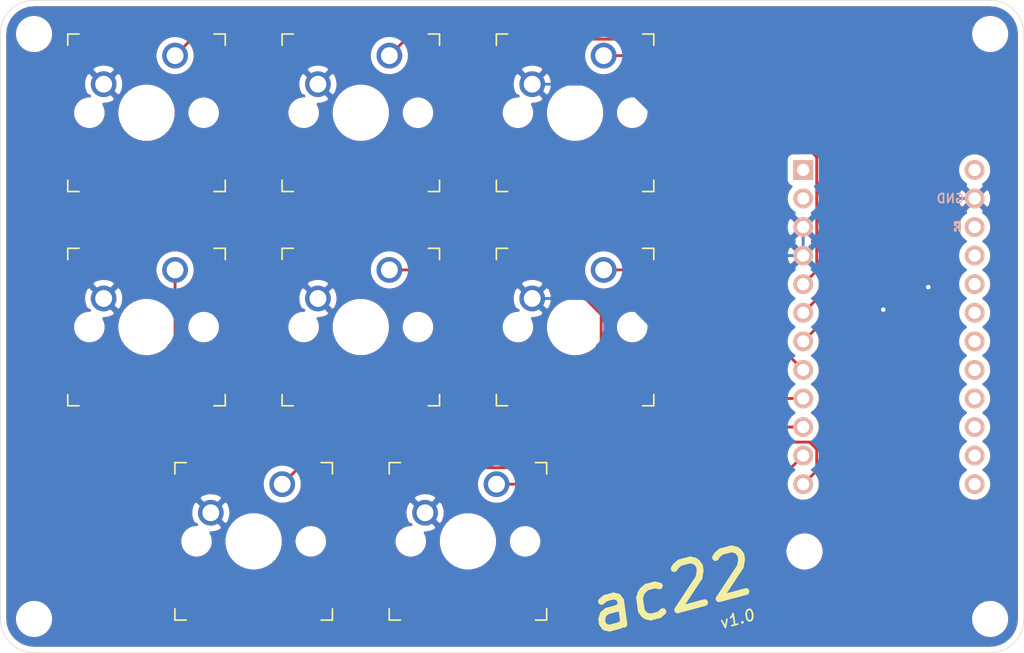
<source format=kicad_pcb>
(kicad_pcb (version 20171130) (host pcbnew "(5.1.6-0)")

  (general
    (thickness 1.6)
    (drawings 20)
    (tracks 53)
    (zones 0)
    (modules 17)
    (nets 23)
  )

  (page A4)
  (layers
    (0 F.Cu signal hide)
    (31 B.Cu signal hide)
    (32 B.Adhes user)
    (33 F.Adhes user)
    (34 B.Paste user)
    (35 F.Paste user)
    (36 B.SilkS user)
    (37 F.SilkS user)
    (38 B.Mask user)
    (39 F.Mask user)
    (40 Dwgs.User user)
    (41 Cmts.User user)
    (42 Eco1.User user)
    (43 Eco2.User user)
    (44 Edge.Cuts user)
    (45 Margin user)
    (46 B.CrtYd user hide)
    (47 F.CrtYd user hide)
    (48 B.Fab user hide)
    (49 F.Fab user hide)
  )

  (setup
    (last_trace_width 0.25)
    (trace_clearance 0.2)
    (zone_clearance 0.508)
    (zone_45_only no)
    (trace_min 0.2)
    (via_size 0.8)
    (via_drill 0.4)
    (via_min_size 0.4)
    (via_min_drill 0.3)
    (uvia_size 0.3)
    (uvia_drill 0.1)
    (uvias_allowed no)
    (uvia_min_size 0.2)
    (uvia_min_drill 0.1)
    (edge_width 0.05)
    (segment_width 0.2)
    (pcb_text_width 0.3)
    (pcb_text_size 1.5 1.5)
    (mod_edge_width 0.12)
    (mod_text_size 1 1)
    (mod_text_width 0.15)
    (pad_size 2.2 2.2)
    (pad_drill 2.2)
    (pad_to_mask_clearance 0.05)
    (aux_axis_origin 0 0)
    (visible_elements FFFFFF7F)
    (pcbplotparams
      (layerselection 0x00400_7ffffffe)
      (usegerberextensions false)
      (usegerberattributes true)
      (usegerberadvancedattributes true)
      (creategerberjobfile true)
      (excludeedgelayer true)
      (linewidth 0.100000)
      (plotframeref false)
      (viasonmask false)
      (mode 1)
      (useauxorigin false)
      (hpglpennumber 1)
      (hpglpenspeed 20)
      (hpglpendiameter 15.000000)
      (psnegative false)
      (psa4output false)
      (plotreference false)
      (plotvalue false)
      (plotinvisibletext false)
      (padsonsilk false)
      (subtractmaskfromsilk false)
      (outputformat 3)
      (mirror false)
      (drillshape 2)
      (scaleselection 1)
      (outputdirectory ""))
  )

  (net 0 "")
  (net 1 row1)
  (net 2 GND)
  (net 3 row2)
  (net 4 row3)
  (net 5 row4)
  (net 6 row5)
  (net 7 row6)
  (net 8 row7)
  (net 9 row8)
  (net 10 "Net-(U1-Pad1)")
  (net 11 "Net-(U1-Pad2)")
  (net 12 "Net-(U1-Pad13)")
  (net 13 "Net-(U1-Pad14)")
  (net 14 "Net-(U1-Pad15)")
  (net 15 "Net-(U1-Pad16)")
  (net 16 "Net-(U1-Pad17)")
  (net 17 "Net-(U1-Pad18)")
  (net 18 "Net-(U1-Pad19)")
  (net 19 "Net-(U1-Pad20)")
  (net 20 "Net-(U1-Pad21)")
  (net 21 "Net-(U1-Pad22)")
  (net 22 "Net-(U1-Pad24)")

  (net_class Default "This is the default net class."
    (clearance 0.2)
    (trace_width 0.25)
    (via_dia 0.8)
    (via_drill 0.4)
    (uvia_dia 0.3)
    (uvia_drill 0.1)
    (add_net GND)
    (add_net "Net-(U1-Pad1)")
    (add_net "Net-(U1-Pad13)")
    (add_net "Net-(U1-Pad14)")
    (add_net "Net-(U1-Pad15)")
    (add_net "Net-(U1-Pad16)")
    (add_net "Net-(U1-Pad17)")
    (add_net "Net-(U1-Pad18)")
    (add_net "Net-(U1-Pad19)")
    (add_net "Net-(U1-Pad2)")
    (add_net "Net-(U1-Pad20)")
    (add_net "Net-(U1-Pad21)")
    (add_net "Net-(U1-Pad22)")
    (add_net "Net-(U1-Pad24)")
    (add_net row1)
    (add_net row2)
    (add_net row3)
    (add_net row4)
    (add_net row5)
    (add_net row6)
    (add_net row7)
    (add_net row8)
  )

  (module evancook:waterDecal01 (layer B.Cu) (tedit 6015D6CA) (tstamp 601659CA)
    (at 62.5 -10.5 310)
    (fp_text reference REF** (at 0 -0.5 130) (layer B.SilkS) hide
      (effects (font (size 1 1) (thickness 0.15)) (justify mirror))
    )
    (fp_text value waterDecal01 (at 0 0.5 130) (layer B.Fab)
      (effects (font (size 1 1) (thickness 0.15)) (justify mirror))
    )
    (fp_circle (center 0 7.62) (end 3.5 7.62) (layer B.Mask) (width 0.2))
    (fp_line (start 3.556 7.112) (end 4.9022 7.112) (layer B.Mask) (width 0.2))
    (fp_circle (center 7.62 7.62) (end 10.38 7.62) (layer B.Mask) (width 0.2))
    (fp_circle (center -1.895017 15.000604) (end 0.864983 15.000604) (layer B.Mask) (width 0.2))
    (fp_line (start 3.556 8.128) (end 4.9022 8.128) (layer B.Mask) (width 0.2))
    (fp_line (start -0.7366 12.4968) (end -0.381 11.0998) (layer B.Mask) (width 0.2))
    (fp_line (start -1.7018 12.2428) (end -1.3462 10.8458) (layer B.Mask) (width 0.2))
    (fp_arc (start 0 7.62) (end 7.62 7.62) (angle 104.4) (layer Dwgs.User) (width 0.12))
  )

  (module evancook:waterDecal01 (layer B.Cu) (tedit 6015D6CA) (tstamp 60165833)
    (at 71.5 48 200)
    (fp_text reference REF** (at 0 -0.5 20) (layer B.SilkS) hide
      (effects (font (size 1 1) (thickness 0.15)) (justify mirror))
    )
    (fp_text value waterDecal01 (at 0 0.5 20) (layer B.Fab)
      (effects (font (size 1 1) (thickness 0.15)) (justify mirror))
    )
    (fp_circle (center 0 7.62) (end 3.5 7.62) (layer B.Mask) (width 0.2))
    (fp_line (start 3.556 7.112) (end 4.9022 7.112) (layer B.Mask) (width 0.2))
    (fp_circle (center 7.62 7.62) (end 10.38 7.62) (layer B.Mask) (width 0.2))
    (fp_circle (center -1.895017 15.000604) (end 0.864983 15.000604) (layer B.Mask) (width 0.2))
    (fp_line (start 3.556 8.128) (end 4.9022 8.128) (layer B.Mask) (width 0.2))
    (fp_line (start -0.7366 12.4968) (end -0.381 11.0998) (layer B.Mask) (width 0.2))
    (fp_line (start -1.7018 12.2428) (end -1.3462 10.8458) (layer B.Mask) (width 0.2))
    (fp_arc (start 0 7.62) (end 7.62 7.62) (angle 104.4) (layer Dwgs.User) (width 0.12))
  )

  (module evancook:waterDecal01 (layer B.Cu) (tedit 6015D6CA) (tstamp 60166104)
    (at 44 17)
    (fp_text reference REF** (at 0 -0.5) (layer B.SilkS) hide
      (effects (font (size 1 1) (thickness 0.15)) (justify mirror))
    )
    (fp_text value waterDecal01 (at 0 0.5) (layer B.Fab)
      (effects (font (size 1 1) (thickness 0.15)) (justify mirror))
    )
    (fp_line (start -1.7018 12.2428) (end -1.3462 10.8458) (layer B.Mask) (width 0.2))
    (fp_line (start -0.7366 12.4968) (end -0.381 11.0998) (layer B.Mask) (width 0.2))
    (fp_line (start 3.556 8.128) (end 4.9022 8.128) (layer B.Mask) (width 0.2))
    (fp_circle (center -1.895017 15.000604) (end 0.864983 15.000604) (layer B.Mask) (width 0.2))
    (fp_circle (center 7.62 7.62) (end 10.38 7.62) (layer B.Mask) (width 0.2))
    (fp_line (start 3.556 7.112) (end 4.9022 7.112) (layer B.Mask) (width 0.2))
    (fp_circle (center 0 7.62) (end 3.5 7.62) (layer B.Mask) (width 0.2))
    (fp_arc (start 0 7.62) (end 7.62 7.62) (angle 104.4) (layer Dwgs.User) (width 0.12))
  )

  (module MountingHole:MountingHole_2.2mm_M2 (layer F.Cu) (tedit 56D1B4CB) (tstamp 60165B7E)
    (at 58.5 39)
    (descr "Mounting Hole 2.2mm, no annular, M2")
    (tags "mounting hole 2.2mm no annular m2")
    (attr virtual)
    (fp_text reference REF** (at 0 -3.2) (layer F.SilkS) hide
      (effects (font (size 1 1) (thickness 0.15)))
    )
    (fp_text value MountingHole_2.2mm_M2 (at 0 3.2) (layer F.Fab)
      (effects (font (size 1 1) (thickness 0.15)))
    )
    (fp_circle (center 0 0) (end 2.2 0) (layer Cmts.User) (width 0.15))
    (fp_circle (center 0 0) (end 2.45 0) (layer F.CrtYd) (width 0.05))
    (fp_text user %R (at 0.3 0) (layer F.Fab)
      (effects (font (size 1 1) (thickness 0.15)))
    )
    (pad 1 np_thru_hole circle (at 0 0) (size 2.2 2.2) (drill 2.2) (layers *.Cu *.Mask))
  )

  (module Keebio-Parts:ArduinoProMicro (layer F.Cu) (tedit 6015BFFF) (tstamp 5FEE8668)
    (at 66 19.05 270)
    (path /5FEE3667)
    (fp_text reference U1 (at 0 1.625 90) (layer F.SilkS) hide
      (effects (font (size 1.27 1.524) (thickness 0.2032)))
    )
    (fp_text value ProMicro (at 0 0 90) (layer F.SilkS) hide
      (effects (font (size 1.27 1.524) (thickness 0.2032)))
    )
    (fp_line (start -15.24 6.35) (end -15.24 8.89) (layer Dwgs.User) (width 0.381))
    (fp_line (start -15.24 6.35) (end -15.24 8.89) (layer Dwgs.User) (width 0.381))
    (fp_line (start -19.304 -3.556) (end -14.224 -3.556) (layer Dwgs.User) (width 0.2))
    (fp_line (start -19.304 3.81) (end -19.304 -3.556) (layer Dwgs.User) (width 0.2))
    (fp_line (start -14.224 3.81) (end -19.304 3.81) (layer Dwgs.User) (width 0.2))
    (fp_line (start -14.224 -3.556) (end -14.224 3.81) (layer Dwgs.User) (width 0.2))
    (fp_line (start -17.78 8.89) (end -15.24 8.89) (layer Dwgs.User) (width 0.381))
    (fp_line (start -17.78 -8.89) (end -17.78 8.89) (layer Dwgs.User) (width 0.381))
    (fp_line (start -15.24 -8.89) (end -17.78 -8.89) (layer Dwgs.User) (width 0.381))
    (fp_line (start -17.78 -8.89) (end -17.78 8.89) (layer Dwgs.User) (width 0.381))
    (fp_line (start -17.78 8.89) (end 15.24 8.89) (layer Dwgs.User) (width 0.381))
    (fp_line (start 15.24 8.89) (end 15.24 -8.89) (layer Dwgs.User) (width 0.381))
    (fp_line (start 15.24 -8.89) (end -17.78 -8.89) (layer Dwgs.User) (width 0.381))
    (fp_poly (pts (xy -9.35097 -5.844635) (xy -9.25097 -5.844635) (xy -9.25097 -6.344635) (xy -9.35097 -6.344635)) (layer B.SilkS) (width 0.15))
    (fp_poly (pts (xy -9.35097 -5.844635) (xy -9.05097 -5.844635) (xy -9.05097 -5.944635) (xy -9.35097 -5.944635)) (layer B.SilkS) (width 0.15))
    (fp_poly (pts (xy -8.75097 -5.844635) (xy -8.55097 -5.844635) (xy -8.55097 -5.944635) (xy -8.75097 -5.944635)) (layer B.SilkS) (width 0.15))
    (fp_poly (pts (xy -9.35097 -6.244635) (xy -8.55097 -6.244635) (xy -8.55097 -6.344635) (xy -9.35097 -6.344635)) (layer B.SilkS) (width 0.15))
    (fp_poly (pts (xy -8.95097 -6.044635) (xy -8.85097 -6.044635) (xy -8.85097 -6.144635) (xy -8.95097 -6.144635)) (layer B.SilkS) (width 0.15))
    (fp_line (start -12.7 6.35) (end -12.7 8.89) (layer Dwgs.User) (width 0.381))
    (fp_line (start -15.24 6.35) (end -12.7 6.35) (layer Dwgs.User) (width 0.381))
    (fp_line (start 15.24 -8.89) (end -15.24 -8.89) (layer Dwgs.User) (width 0.381))
    (fp_line (start 15.24 8.89) (end 15.24 -8.89) (layer Dwgs.User) (width 0.381))
    (fp_line (start -15.24 8.89) (end 15.24 8.89) (layer Dwgs.User) (width 0.381))
    (fp_line (start -15.24 6.35) (end -12.7 6.35) (layer Dwgs.User) (width 0.381))
    (fp_line (start -12.7 6.35) (end -12.7 8.89) (layer Dwgs.User) (width 0.381))
    (fp_text user D2 (at -11.43 5.461) (layer B.SilkS) hide
      (effects (font (size 0.8 0.8) (thickness 0.15)) (justify mirror))
    )
    (fp_text user D0 (at -1.27 5.461) (layer B.SilkS) hide
      (effects (font (size 0.8 0.8) (thickness 0.15)) (justify mirror))
    )
    (fp_text user D1 (at -3.81 5.461) (layer B.SilkS) hide
      (effects (font (size 0.8 0.8) (thickness 0.15)) (justify mirror))
    )
    (fp_text user GND (at -6.35 5.461) (layer B.SilkS) hide
      (effects (font (size 0.8 0.8) (thickness 0.15)) (justify mirror))
    )
    (fp_text user GND (at -8.89 5.461) (layer B.SilkS) hide
      (effects (font (size 0.8 0.8) (thickness 0.15)) (justify mirror))
    )
    (fp_text user D4 (at 1.27 5.461) (layer B.SilkS) hide
      (effects (font (size 0.8 0.8) (thickness 0.15)) (justify mirror))
    )
    (fp_text user C6 (at 3.81 5.461) (layer B.SilkS) hide
      (effects (font (size 0.8 0.8) (thickness 0.15)) (justify mirror))
    )
    (fp_text user D7 (at 6.35 5.461) (layer B.SilkS) hide
      (effects (font (size 0.8 0.8) (thickness 0.15)) (justify mirror))
    )
    (fp_text user E6 (at 8.89 5.461) (layer B.SilkS) hide
      (effects (font (size 0.8 0.8) (thickness 0.15)) (justify mirror))
    )
    (fp_text user B4 (at 11.43 5.461) (layer B.SilkS) hide
      (effects (font (size 0.8 0.8) (thickness 0.15)) (justify mirror))
    )
    (fp_text user B5 (at 13.97 5.461) (layer B.SilkS) hide
      (effects (font (size 0.8 0.8) (thickness 0.15)) (justify mirror))
    )
    (fp_text user B6 (at 13.97 -5.461) (layer B.SilkS) hide
      (effects (font (size 0.8 0.8) (thickness 0.15)) (justify mirror))
    )
    (fp_text user B2 (at 11.43 -5.461) (layer F.SilkS) hide
      (effects (font (size 0.8 0.8) (thickness 0.15)))
    )
    (fp_text user B3 (at 8.89 -5.461) (layer B.SilkS) hide
      (effects (font (size 0.8 0.8) (thickness 0.15)) (justify mirror))
    )
    (fp_text user B1 (at 6.35 -5.461) (layer B.SilkS) hide
      (effects (font (size 0.8 0.8) (thickness 0.15)) (justify mirror))
    )
    (fp_text user F7 (at 3.81 -5.461) (layer F.SilkS) hide
      (effects (font (size 0.8 0.8) (thickness 0.15)))
    )
    (fp_text user F6 (at 1.27 -5.461) (layer F.SilkS) hide
      (effects (font (size 0.8 0.8) (thickness 0.15)))
    )
    (fp_text user F5 (at -1.27 -5.461) (layer F.SilkS) hide
      (effects (font (size 0.8 0.8) (thickness 0.15)))
    )
    (fp_text user F4 (at -3.81 -5.461) (layer B.SilkS) hide
      (effects (font (size 0.8 0.8) (thickness 0.15)) (justify mirror))
    )
    (fp_text user VCC (at -6.35 -5.461) (layer B.SilkS) hide
      (effects (font (size 0.8 0.8) (thickness 0.15)) (justify mirror))
    )
    (fp_text user GND (at -11.43 -5.461) (layer B.SilkS)
      (effects (font (size 0.8 0.8) (thickness 0.15)) (justify mirror))
    )
    (fp_text user RAW (at -13.97 -5.461) (layer B.SilkS) hide
      (effects (font (size 0.8 0.8) (thickness 0.15)) (justify mirror))
    )
    (fp_text user RAW (at -13.97 -5.461) (layer F.SilkS) hide
      (effects (font (size 0.8 0.8) (thickness 0.15)))
    )
    (fp_text user GND (at -11.43 -5.461) (layer F.SilkS) hide
      (effects (font (size 0.8 0.8) (thickness 0.15)))
    )
    (fp_text user ST (at -8.92 -5.73312) (layer F.SilkS) hide
      (effects (font (size 0.8 0.8) (thickness 0.15)))
    )
    (fp_text user VCC (at -6.35 -5.461) (layer F.SilkS) hide
      (effects (font (size 0.8 0.8) (thickness 0.15)))
    )
    (fp_text user F4 (at -3.81 -5.461) (layer F.SilkS) hide
      (effects (font (size 0.8 0.8) (thickness 0.15)))
    )
    (fp_text user F5 (at -1.27 -5.461) (layer B.SilkS) hide
      (effects (font (size 0.8 0.8) (thickness 0.15)) (justify mirror))
    )
    (fp_text user F6 (at 1.27 -5.461) (layer B.SilkS) hide
      (effects (font (size 0.8 0.8) (thickness 0.15)) (justify mirror))
    )
    (fp_text user F7 (at 3.81 -5.461) (layer B.SilkS) hide
      (effects (font (size 0.8 0.8) (thickness 0.15)) (justify mirror))
    )
    (fp_text user B1 (at 6.35 -5.461) (layer F.SilkS) hide
      (effects (font (size 0.8 0.8) (thickness 0.15)))
    )
    (fp_text user B3 (at 8.89 -5.461) (layer F.SilkS) hide
      (effects (font (size 0.8 0.8) (thickness 0.15)))
    )
    (fp_text user B2 (at 11.43 -5.461) (layer B.SilkS) hide
      (effects (font (size 0.8 0.8) (thickness 0.15)) (justify mirror))
    )
    (fp_text user B6 (at 13.97 -5.461) (layer F.SilkS) hide
      (effects (font (size 0.8 0.8) (thickness 0.15)))
    )
    (fp_text user B5 (at 13.97 5.461) (layer F.SilkS) hide
      (effects (font (size 0.8 0.8) (thickness 0.15)))
    )
    (fp_text user B4 (at 11.43 5.461) (layer F.SilkS) hide
      (effects (font (size 0.8 0.8) (thickness 0.15)))
    )
    (fp_text user E6 (at 8.89 5.461) (layer F.SilkS) hide
      (effects (font (size 0.8 0.8) (thickness 0.15)))
    )
    (fp_text user D7 (at 6.35 5.461) (layer F.SilkS) hide
      (effects (font (size 0.8 0.8) (thickness 0.15)))
    )
    (fp_text user C6 (at 3.81 5.461) (layer F.SilkS) hide
      (effects (font (size 0.8 0.8) (thickness 0.15)))
    )
    (fp_text user D4 (at 1.27 5.461) (layer F.SilkS) hide
      (effects (font (size 0.8 0.8) (thickness 0.15)))
    )
    (fp_text user GND (at -8.89 5.461) (layer F.SilkS) hide
      (effects (font (size 0.8 0.8) (thickness 0.15)))
    )
    (fp_text user GND (at -6.35 5.461) (layer F.SilkS) hide
      (effects (font (size 0.8 0.8) (thickness 0.15)))
    )
    (fp_text user D1 (at -3.81 5.461) (layer F.SilkS) hide
      (effects (font (size 0.8 0.8) (thickness 0.15)))
    )
    (fp_text user D0 (at -1.27 5.461) (layer F.SilkS) hide
      (effects (font (size 0.8 0.8) (thickness 0.15)))
    )
    (fp_text user D2 (at -11.43 5.461) (layer F.SilkS) hide
      (effects (font (size 0.8 0.8) (thickness 0.15)))
    )
    (fp_text user TX0/D3 (at -13.97 3.571872) (layer B.SilkS) hide
      (effects (font (size 0.8 0.8) (thickness 0.15)) (justify mirror))
    )
    (fp_text user TX0/D3 (at -13.97 3.571872) (layer F.SilkS) hide
      (effects (font (size 0.8 0.8) (thickness 0.15)))
    )
    (fp_text user ST (at -8.91 -5.04) (layer B.SilkS) hide
      (effects (font (size 0.8 0.8) (thickness 0.15)) (justify mirror))
    )
    (pad 1 thru_hole rect (at -13.97 7.62 270) (size 1.7526 1.7526) (drill 1.0922) (layers *.Cu *.SilkS *.Mask)
      (net 10 "Net-(U1-Pad1)"))
    (pad 2 thru_hole circle (at -11.43 7.62 270) (size 1.7526 1.7526) (drill 1.0922) (layers *.Cu *.SilkS *.Mask)
      (net 11 "Net-(U1-Pad2)"))
    (pad 3 thru_hole circle (at -8.89 7.62 270) (size 1.7526 1.7526) (drill 1.0922) (layers *.Cu *.SilkS *.Mask)
      (net 2 GND))
    (pad 4 thru_hole circle (at -6.35 7.62 270) (size 1.7526 1.7526) (drill 1.0922) (layers *.Cu *.SilkS *.Mask)
      (net 2 GND))
    (pad 5 thru_hole circle (at -3.81 7.62 270) (size 1.7526 1.7526) (drill 1.0922) (layers *.Cu *.SilkS *.Mask)
      (net 1 row1))
    (pad 6 thru_hole circle (at -1.27 7.62 270) (size 1.7526 1.7526) (drill 1.0922) (layers *.Cu *.SilkS *.Mask)
      (net 3 row2))
    (pad 7 thru_hole circle (at 1.27 7.62 270) (size 1.7526 1.7526) (drill 1.0922) (layers *.Cu *.SilkS *.Mask)
      (net 4 row3))
    (pad 8 thru_hole circle (at 3.81 7.62 270) (size 1.7526 1.7526) (drill 1.0922) (layers *.Cu *.SilkS *.Mask)
      (net 5 row4))
    (pad 9 thru_hole circle (at 6.35 7.62 270) (size 1.7526 1.7526) (drill 1.0922) (layers *.Cu *.SilkS *.Mask)
      (net 6 row5))
    (pad 10 thru_hole circle (at 8.89 7.62 270) (size 1.7526 1.7526) (drill 1.0922) (layers *.Cu *.SilkS *.Mask)
      (net 7 row6))
    (pad 11 thru_hole circle (at 11.43 7.62 270) (size 1.7526 1.7526) (drill 1.0922) (layers *.Cu *.SilkS *.Mask)
      (net 8 row7))
    (pad 13 thru_hole circle (at 13.97 -7.62 270) (size 1.7526 1.7526) (drill 1.0922) (layers *.Cu *.SilkS *.Mask)
      (net 12 "Net-(U1-Pad13)"))
    (pad 14 thru_hole circle (at 11.43 -7.62 270) (size 1.7526 1.7526) (drill 1.0922) (layers *.Cu *.SilkS *.Mask)
      (net 13 "Net-(U1-Pad14)"))
    (pad 15 thru_hole circle (at 8.89 -7.62 270) (size 1.7526 1.7526) (drill 1.0922) (layers *.Cu *.SilkS *.Mask)
      (net 14 "Net-(U1-Pad15)"))
    (pad 16 thru_hole circle (at 6.35 -7.62 270) (size 1.7526 1.7526) (drill 1.0922) (layers *.Cu *.SilkS *.Mask)
      (net 15 "Net-(U1-Pad16)"))
    (pad 17 thru_hole circle (at 3.81 -7.62 270) (size 1.7526 1.7526) (drill 1.0922) (layers *.Cu *.SilkS *.Mask)
      (net 16 "Net-(U1-Pad17)"))
    (pad 18 thru_hole circle (at 1.27 -7.62 270) (size 1.7526 1.7526) (drill 1.0922) (layers *.Cu *.SilkS *.Mask)
      (net 17 "Net-(U1-Pad18)"))
    (pad 19 thru_hole circle (at -1.27 -7.62 270) (size 1.7526 1.7526) (drill 1.0922) (layers *.Cu *.SilkS *.Mask)
      (net 18 "Net-(U1-Pad19)"))
    (pad 20 thru_hole circle (at -3.81 -7.62 270) (size 1.7526 1.7526) (drill 1.0922) (layers *.Cu *.SilkS *.Mask)
      (net 19 "Net-(U1-Pad20)"))
    (pad 21 thru_hole circle (at -6.35 -7.62 270) (size 1.7526 1.7526) (drill 1.0922) (layers *.Cu *.SilkS *.Mask)
      (net 20 "Net-(U1-Pad21)"))
    (pad 22 thru_hole circle (at -8.89 -7.62 270) (size 1.7526 1.7526) (drill 1.0922) (layers *.Cu *.SilkS *.Mask)
      (net 21 "Net-(U1-Pad22)"))
    (pad 23 thru_hole circle (at -11.43 -7.62 270) (size 1.7526 1.7526) (drill 1.0922) (layers *.Cu *.SilkS *.Mask)
      (net 2 GND))
    (pad 12 thru_hole circle (at 13.97 7.62 270) (size 1.7526 1.7526) (drill 1.0922) (layers *.Cu *.SilkS *.Mask)
      (net 9 row8))
    (pad 24 thru_hole circle (at -13.97 -7.62 270) (size 1.7526 1.7526) (drill 1.0922) (layers *.Cu *.SilkS *.Mask)
      (net 22 "Net-(U1-Pad24)"))
    (model /Users/danny/Documents/proj/custom-keyboard/kicad-libs/3d_models/ArduinoProMicro.wrl
      (offset (xyz -13.96999979019165 -7.619999885559082 -5.841999912261963))
      (scale (xyz 0.395 0.395 0.395))
      (rotate (xyz 90 180 180))
    )
  )

  (module keyswitches:SW_MX (layer F.Cu) (tedit 5DD4F656) (tstamp 5FEE4FB6)
    (at 9.525 38.1)
    (descr "MX-style keyswitch")
    (tags MX,cherry,gateron,kailh)
    (path /5FF0EE58)
    (fp_text reference SW8 (at 0 -8.255) (layer F.SilkS) hide
      (effects (font (size 1 1) (thickness 0.15)))
    )
    (fp_text value SW_Push (at 0 8.255) (layer F.Fab)
      (effects (font (size 1 1) (thickness 0.15)))
    )
    (fp_line (start -7.5 7.5) (end -7.5 -7.5) (layer F.Fab) (width 0.15))
    (fp_line (start 7.5 7.5) (end -7.5 7.5) (layer F.Fab) (width 0.15))
    (fp_line (start 7.5 -7.5) (end 7.5 7.5) (layer F.Fab) (width 0.15))
    (fp_line (start -7.5 -7.5) (end 7.5 -7.5) (layer F.Fab) (width 0.15))
    (fp_line (start -6.9 6.9) (end -6.9 -6.9) (layer Eco2.User) (width 0.15))
    (fp_line (start 6.9 -6.9) (end 6.9 6.9) (layer Eco2.User) (width 0.15))
    (fp_line (start 6.9 -6.9) (end -6.9 -6.9) (layer Eco2.User) (width 0.15))
    (fp_line (start -6.9 6.9) (end 6.9 6.9) (layer Eco2.User) (width 0.15))
    (fp_line (start 7 -7) (end 7 -6) (layer F.SilkS) (width 0.15))
    (fp_line (start 6 7) (end 7 7) (layer F.SilkS) (width 0.15))
    (fp_line (start 7 -7) (end 6 -7) (layer F.SilkS) (width 0.15))
    (fp_line (start 7 6) (end 7 7) (layer F.SilkS) (width 0.15))
    (fp_line (start -7 7) (end -7 6) (layer F.SilkS) (width 0.15))
    (fp_line (start -6 -7) (end -7 -7) (layer F.SilkS) (width 0.15))
    (fp_line (start -7 7) (end -6 7) (layer F.SilkS) (width 0.15))
    (fp_line (start -7 -6) (end -7 -7) (layer F.SilkS) (width 0.15))
    (fp_text user %V (at 0 8.255) (layer B.Fab)
      (effects (font (size 1 1) (thickness 0.15)) (justify mirror))
    )
    (fp_text user %R (at 0 0) (layer F.Fab)
      (effects (font (size 1 1) (thickness 0.15)))
    )
    (pad "" np_thru_hole circle (at -5.08 0) (size 1.7018 1.7018) (drill 1.7018) (layers *.Cu *.Mask))
    (pad "" np_thru_hole circle (at 5.08 0) (size 1.7018 1.7018) (drill 1.7018) (layers *.Cu *.Mask))
    (pad 2 thru_hole circle (at -3.81 -2.54) (size 2.286 2.286) (drill 1.4986) (layers *.Cu *.Mask)
      (net 2 GND))
    (pad "" np_thru_hole circle (at 0 0) (size 3.9878 3.9878) (drill 3.9878) (layers *.Cu *.Mask))
    (pad 1 thru_hole circle (at 2.54 -5.08) (size 2.286 2.286) (drill 1.4986) (layers *.Cu *.Mask)
      (net 9 row8))
  )

  (module keyswitches:SW_MX (layer F.Cu) (tedit 5DD4F656) (tstamp 5FEE4E2E)
    (at 38.1 0)
    (descr "MX-style keyswitch")
    (tags MX,cherry,gateron,kailh)
    (path /5FF00255)
    (fp_text reference SW1 (at 0 -8.255) (layer F.SilkS) hide
      (effects (font (size 1 1) (thickness 0.15)))
    )
    (fp_text value SW_Push (at 0 8.255) (layer F.Fab) hide
      (effects (font (size 1 1) (thickness 0.15)))
    )
    (fp_line (start -7.5 7.5) (end -7.5 -7.5) (layer F.Fab) (width 0.15))
    (fp_line (start 7.5 7.5) (end -7.5 7.5) (layer F.Fab) (width 0.15))
    (fp_line (start 7.5 -7.5) (end 7.5 7.5) (layer F.Fab) (width 0.15))
    (fp_line (start -7.5 -7.5) (end 7.5 -7.5) (layer F.Fab) (width 0.15))
    (fp_line (start -6.9 6.9) (end -6.9 -6.9) (layer Eco2.User) (width 0.15))
    (fp_line (start 6.9 -6.9) (end 6.9 6.9) (layer Eco2.User) (width 0.15))
    (fp_line (start 6.9 -6.9) (end -6.9 -6.9) (layer Eco2.User) (width 0.15))
    (fp_line (start -6.9 6.9) (end 6.9 6.9) (layer Eco2.User) (width 0.15))
    (fp_line (start 7 -7) (end 7 -6) (layer F.SilkS) (width 0.15))
    (fp_line (start 6 7) (end 7 7) (layer F.SilkS) (width 0.15))
    (fp_line (start 7 -7) (end 6 -7) (layer F.SilkS) (width 0.15))
    (fp_line (start 7 6) (end 7 7) (layer F.SilkS) (width 0.15))
    (fp_line (start -7 7) (end -7 6) (layer F.SilkS) (width 0.15))
    (fp_line (start -6 -7) (end -7 -7) (layer F.SilkS) (width 0.15))
    (fp_line (start -7 7) (end -6 7) (layer F.SilkS) (width 0.15))
    (fp_line (start -7 -6) (end -7 -7) (layer F.SilkS) (width 0.15))
    (fp_text user %V (at 0 8.255) (layer B.Fab)
      (effects (font (size 1 1) (thickness 0.15)) (justify mirror))
    )
    (fp_text user %R (at 1.905 5.08) (layer B.Fab)
      (effects (font (size 1 1) (thickness 0.15)) (justify mirror))
    )
    (pad "" np_thru_hole circle (at -5.08 0) (size 1.7018 1.7018) (drill 1.7018) (layers *.Cu *.Mask))
    (pad "" np_thru_hole circle (at 5.08 0) (size 1.7018 1.7018) (drill 1.7018) (layers *.Cu *.Mask))
    (pad 2 thru_hole circle (at -3.81 -2.54) (size 2.286 2.286) (drill 1.4986) (layers *.Cu *.Mask)
      (net 2 GND))
    (pad "" np_thru_hole circle (at 0 0) (size 3.9878 3.9878) (drill 3.9878) (layers *.Cu *.Mask))
    (pad 1 thru_hole circle (at 2.54 -5.08) (size 2.286 2.286) (drill 1.4986) (layers *.Cu *.Mask)
      (net 1 row1))
  )

  (module keyswitches:SW_MX (layer F.Cu) (tedit 5DD4F656) (tstamp 5FEE4E66)
    (at 19.05 0)
    (descr "MX-style keyswitch")
    (tags MX,cherry,gateron,kailh)
    (path /5FF0AFE8)
    (fp_text reference SW2 (at 0 -8.255) (layer F.SilkS) hide
      (effects (font (size 1 1) (thickness 0.15)))
    )
    (fp_text value SW_Push (at 0 8.255) (layer F.Fab)
      (effects (font (size 1 1) (thickness 0.15)))
    )
    (fp_line (start -7.5 7.5) (end -7.5 -7.5) (layer F.Fab) (width 0.15))
    (fp_line (start 7.5 7.5) (end -7.5 7.5) (layer F.Fab) (width 0.15))
    (fp_line (start 7.5 -7.5) (end 7.5 7.5) (layer F.Fab) (width 0.15))
    (fp_line (start -7.5 -7.5) (end 7.5 -7.5) (layer F.Fab) (width 0.15))
    (fp_line (start -6.9 6.9) (end -6.9 -6.9) (layer Eco2.User) (width 0.15))
    (fp_line (start 6.9 -6.9) (end 6.9 6.9) (layer Eco2.User) (width 0.15))
    (fp_line (start 6.9 -6.9) (end -6.9 -6.9) (layer Eco2.User) (width 0.15))
    (fp_line (start -6.9 6.9) (end 6.9 6.9) (layer Eco2.User) (width 0.15))
    (fp_line (start 7 -7) (end 7 -6) (layer F.SilkS) (width 0.15))
    (fp_line (start 6 7) (end 7 7) (layer F.SilkS) (width 0.15))
    (fp_line (start 7 -7) (end 6 -7) (layer F.SilkS) (width 0.15))
    (fp_line (start 7 6) (end 7 7) (layer F.SilkS) (width 0.15))
    (fp_line (start -7 7) (end -7 6) (layer F.SilkS) (width 0.15))
    (fp_line (start -6 -7) (end -7 -7) (layer F.SilkS) (width 0.15))
    (fp_line (start -7 7) (end -6 7) (layer F.SilkS) (width 0.15))
    (fp_line (start -7 -6) (end -7 -7) (layer F.SilkS) (width 0.15))
    (fp_text user %V (at 0 8.255) (layer B.Fab)
      (effects (font (size 1 1) (thickness 0.15)) (justify mirror))
    )
    (fp_text user %R (at 0 0) (layer F.Fab)
      (effects (font (size 1 1) (thickness 0.15)))
    )
    (pad "" np_thru_hole circle (at -5.08 0) (size 1.7018 1.7018) (drill 1.7018) (layers *.Cu *.Mask))
    (pad "" np_thru_hole circle (at 5.08 0) (size 1.7018 1.7018) (drill 1.7018) (layers *.Cu *.Mask))
    (pad 2 thru_hole circle (at -3.81 -2.54) (size 2.286 2.286) (drill 1.4986) (layers *.Cu *.Mask)
      (net 2 GND))
    (pad "" np_thru_hole circle (at 0 0) (size 3.9878 3.9878) (drill 3.9878) (layers *.Cu *.Mask))
    (pad 1 thru_hole circle (at 2.54 -5.08) (size 2.286 2.286) (drill 1.4986) (layers *.Cu *.Mask)
      (net 3 row2))
  )

  (module keyswitches:SW_MX (layer F.Cu) (tedit 5DD4F656) (tstamp 5FEE4ED6)
    (at 38.1 19.05)
    (descr "MX-style keyswitch")
    (tags MX,cherry,gateron,kailh)
    (path /5FF0BDEE)
    (fp_text reference SW4 (at 0 -8.255) (layer F.SilkS) hide
      (effects (font (size 1 1) (thickness 0.15)))
    )
    (fp_text value SW_Push (at 0 8.255) (layer F.Fab)
      (effects (font (size 1 1) (thickness 0.15)))
    )
    (fp_line (start -7.5 7.5) (end -7.5 -7.5) (layer F.Fab) (width 0.15))
    (fp_line (start 7.5 7.5) (end -7.5 7.5) (layer F.Fab) (width 0.15))
    (fp_line (start 7.5 -7.5) (end 7.5 7.5) (layer F.Fab) (width 0.15))
    (fp_line (start -7.5 -7.5) (end 7.5 -7.5) (layer F.Fab) (width 0.15))
    (fp_line (start -6.9 6.9) (end -6.9 -6.9) (layer Eco2.User) (width 0.15))
    (fp_line (start 6.9 -6.9) (end 6.9 6.9) (layer Eco2.User) (width 0.15))
    (fp_line (start 6.9 -6.9) (end -6.9 -6.9) (layer Eco2.User) (width 0.15))
    (fp_line (start -6.9 6.9) (end 6.9 6.9) (layer Eco2.User) (width 0.15))
    (fp_line (start 7 -7) (end 7 -6) (layer F.SilkS) (width 0.15))
    (fp_line (start 6 7) (end 7 7) (layer F.SilkS) (width 0.15))
    (fp_line (start 7 -7) (end 6 -7) (layer F.SilkS) (width 0.15))
    (fp_line (start 7 6) (end 7 7) (layer F.SilkS) (width 0.15))
    (fp_line (start -7 7) (end -7 6) (layer F.SilkS) (width 0.15))
    (fp_line (start -6 -7) (end -7 -7) (layer F.SilkS) (width 0.15))
    (fp_line (start -7 7) (end -6 7) (layer F.SilkS) (width 0.15))
    (fp_line (start -7 -6) (end -7 -7) (layer F.SilkS) (width 0.15))
    (fp_text user %V (at 0 8.255) (layer B.Fab)
      (effects (font (size 1 1) (thickness 0.15)) (justify mirror))
    )
    (fp_text user %R (at 0 0) (layer F.Fab)
      (effects (font (size 1 1) (thickness 0.15)))
    )
    (pad "" np_thru_hole circle (at -5.08 0) (size 1.7018 1.7018) (drill 1.7018) (layers *.Cu *.Mask))
    (pad "" np_thru_hole circle (at 5.08 0) (size 1.7018 1.7018) (drill 1.7018) (layers *.Cu *.Mask))
    (pad 2 thru_hole circle (at -3.81 -2.54) (size 2.286 2.286) (drill 1.4986) (layers *.Cu *.Mask)
      (net 2 GND))
    (pad "" np_thru_hole circle (at 0 0) (size 3.9878 3.9878) (drill 3.9878) (layers *.Cu *.Mask))
    (pad 1 thru_hole circle (at 2.54 -5.08) (size 2.286 2.286) (drill 1.4986) (layers *.Cu *.Mask)
      (net 5 row4))
  )

  (module keyswitches:SW_MX (layer F.Cu) (tedit 5DD4F656) (tstamp 5FEE4F0E)
    (at 19.05 19.05)
    (descr "MX-style keyswitch")
    (tags MX,cherry,gateron,kailh)
    (path /5FF0E26A)
    (fp_text reference SW5 (at 0 -8.255) (layer F.SilkS) hide
      (effects (font (size 1 1) (thickness 0.15)))
    )
    (fp_text value SW_Push (at 0 8.255) (layer F.Fab)
      (effects (font (size 1 1) (thickness 0.15)))
    )
    (fp_line (start -7.5 7.5) (end -7.5 -7.5) (layer F.Fab) (width 0.15))
    (fp_line (start 7.5 7.5) (end -7.5 7.5) (layer F.Fab) (width 0.15))
    (fp_line (start 7.5 -7.5) (end 7.5 7.5) (layer F.Fab) (width 0.15))
    (fp_line (start -7.5 -7.5) (end 7.5 -7.5) (layer F.Fab) (width 0.15))
    (fp_line (start -6.9 6.9) (end -6.9 -6.9) (layer Eco2.User) (width 0.15))
    (fp_line (start 6.9 -6.9) (end 6.9 6.9) (layer Eco2.User) (width 0.15))
    (fp_line (start 6.9 -6.9) (end -6.9 -6.9) (layer Eco2.User) (width 0.15))
    (fp_line (start -6.9 6.9) (end 6.9 6.9) (layer Eco2.User) (width 0.15))
    (fp_line (start 7 -7) (end 7 -6) (layer F.SilkS) (width 0.15))
    (fp_line (start 6 7) (end 7 7) (layer F.SilkS) (width 0.15))
    (fp_line (start 7 -7) (end 6 -7) (layer F.SilkS) (width 0.15))
    (fp_line (start 7 6) (end 7 7) (layer F.SilkS) (width 0.15))
    (fp_line (start -7 7) (end -7 6) (layer F.SilkS) (width 0.15))
    (fp_line (start -6 -7) (end -7 -7) (layer F.SilkS) (width 0.15))
    (fp_line (start -7 7) (end -6 7) (layer F.SilkS) (width 0.15))
    (fp_line (start -7 -6) (end -7 -7) (layer F.SilkS) (width 0.15))
    (fp_text user %V (at 0 8.255) (layer B.Fab)
      (effects (font (size 1 1) (thickness 0.15)) (justify mirror))
    )
    (fp_text user %R (at 1.905 5.08) (layer B.Fab)
      (effects (font (size 1 1) (thickness 0.15)) (justify mirror))
    )
    (pad "" np_thru_hole circle (at -5.08 0) (size 1.7018 1.7018) (drill 1.7018) (layers *.Cu *.Mask))
    (pad "" np_thru_hole circle (at 5.08 0) (size 1.7018 1.7018) (drill 1.7018) (layers *.Cu *.Mask))
    (pad 2 thru_hole circle (at -3.81 -2.54) (size 2.286 2.286) (drill 1.4986) (layers *.Cu *.Mask)
      (net 2 GND))
    (pad "" np_thru_hole circle (at 0 0) (size 3.9878 3.9878) (drill 3.9878) (layers *.Cu *.Mask))
    (pad 1 thru_hole circle (at 2.54 -5.08) (size 2.286 2.286) (drill 1.4986) (layers *.Cu *.Mask)
      (net 6 row5))
  )

  (module keyswitches:SW_MX (layer F.Cu) (tedit 5DD4F656) (tstamp 5FEE4F46)
    (at 0 19.05)
    (descr "MX-style keyswitch")
    (tags MX,cherry,gateron,kailh)
    (path /5FF0E270)
    (fp_text reference SW6 (at 0 -8.255) (layer F.SilkS) hide
      (effects (font (size 1 1) (thickness 0.15)))
    )
    (fp_text value SW_Push (at 0 8.255) (layer F.Fab)
      (effects (font (size 1 1) (thickness 0.15)))
    )
    (fp_line (start -7.5 7.5) (end -7.5 -7.5) (layer F.Fab) (width 0.15))
    (fp_line (start 7.5 7.5) (end -7.5 7.5) (layer F.Fab) (width 0.15))
    (fp_line (start 7.5 -7.5) (end 7.5 7.5) (layer F.Fab) (width 0.15))
    (fp_line (start -7.5 -7.5) (end 7.5 -7.5) (layer F.Fab) (width 0.15))
    (fp_line (start -6.9 6.9) (end -6.9 -6.9) (layer Eco2.User) (width 0.15))
    (fp_line (start 6.9 -6.9) (end 6.9 6.9) (layer Eco2.User) (width 0.15))
    (fp_line (start 6.9 -6.9) (end -6.9 -6.9) (layer Eco2.User) (width 0.15))
    (fp_line (start -6.9 6.9) (end 6.9 6.9) (layer Eco2.User) (width 0.15))
    (fp_line (start 7 -7) (end 7 -6) (layer F.SilkS) (width 0.15))
    (fp_line (start 6 7) (end 7 7) (layer F.SilkS) (width 0.15))
    (fp_line (start 7 -7) (end 6 -7) (layer F.SilkS) (width 0.15))
    (fp_line (start 7 6) (end 7 7) (layer F.SilkS) (width 0.15))
    (fp_line (start -7 7) (end -7 6) (layer F.SilkS) (width 0.15))
    (fp_line (start -6 -7) (end -7 -7) (layer F.SilkS) (width 0.15))
    (fp_line (start -7 7) (end -6 7) (layer F.SilkS) (width 0.15))
    (fp_line (start -7 -6) (end -7 -7) (layer F.SilkS) (width 0.15))
    (fp_text user %V (at 0 8.255) (layer B.Fab)
      (effects (font (size 1 1) (thickness 0.15)) (justify mirror))
    )
    (fp_text user %R (at 0 0) (layer F.Fab)
      (effects (font (size 1 1) (thickness 0.15)))
    )
    (pad "" np_thru_hole circle (at -5.08 0) (size 1.7018 1.7018) (drill 1.7018) (layers *.Cu *.Mask))
    (pad "" np_thru_hole circle (at 5.08 0) (size 1.7018 1.7018) (drill 1.7018) (layers *.Cu *.Mask))
    (pad 2 thru_hole circle (at -3.81 -2.54) (size 2.286 2.286) (drill 1.4986) (layers *.Cu *.Mask)
      (net 2 GND))
    (pad "" np_thru_hole circle (at 0 0) (size 3.9878 3.9878) (drill 3.9878) (layers *.Cu *.Mask))
    (pad 1 thru_hole circle (at 2.54 -5.08) (size 2.286 2.286) (drill 1.4986) (layers *.Cu *.Mask)
      (net 7 row6))
  )

  (module keyswitches:SW_MX (layer F.Cu) (tedit 5DD4F656) (tstamp 5FEE4F7E)
    (at 28.575 38.1)
    (descr "MX-style keyswitch")
    (tags MX,cherry,gateron,kailh)
    (path /5FF0EE52)
    (fp_text reference SW7 (at 0 -8.255) (layer F.SilkS) hide
      (effects (font (size 1 1) (thickness 0.15)))
    )
    (fp_text value SW_Push (at 0 8.255) (layer F.Fab)
      (effects (font (size 1 1) (thickness 0.15)))
    )
    (fp_line (start -7.5 7.5) (end -7.5 -7.5) (layer F.Fab) (width 0.15))
    (fp_line (start 7.5 7.5) (end -7.5 7.5) (layer F.Fab) (width 0.15))
    (fp_line (start 7.5 -7.5) (end 7.5 7.5) (layer F.Fab) (width 0.15))
    (fp_line (start -7.5 -7.5) (end 7.5 -7.5) (layer F.Fab) (width 0.15))
    (fp_line (start -6.9 6.9) (end -6.9 -6.9) (layer Eco2.User) (width 0.15))
    (fp_line (start 6.9 -6.9) (end 6.9 6.9) (layer Eco2.User) (width 0.15))
    (fp_line (start 6.9 -6.9) (end -6.9 -6.9) (layer Eco2.User) (width 0.15))
    (fp_line (start -6.9 6.9) (end 6.9 6.9) (layer Eco2.User) (width 0.15))
    (fp_line (start 7 -7) (end 7 -6) (layer F.SilkS) (width 0.15))
    (fp_line (start 6 7) (end 7 7) (layer F.SilkS) (width 0.15))
    (fp_line (start 7 -7) (end 6 -7) (layer F.SilkS) (width 0.15))
    (fp_line (start 7 6) (end 7 7) (layer F.SilkS) (width 0.15))
    (fp_line (start -7 7) (end -7 6) (layer F.SilkS) (width 0.15))
    (fp_line (start -6 -7) (end -7 -7) (layer F.SilkS) (width 0.15))
    (fp_line (start -7 7) (end -6 7) (layer F.SilkS) (width 0.15))
    (fp_line (start -7 -6) (end -7 -7) (layer F.SilkS) (width 0.15))
    (fp_text user %V (at 0 8.255) (layer B.Fab)
      (effects (font (size 1 1) (thickness 0.15)) (justify mirror))
    )
    (fp_text user %R (at 1.905 5.08) (layer B.Fab)
      (effects (font (size 1 1) (thickness 0.15)) (justify mirror))
    )
    (pad "" np_thru_hole circle (at -5.08 0) (size 1.7018 1.7018) (drill 1.7018) (layers *.Cu *.Mask))
    (pad "" np_thru_hole circle (at 5.08 0) (size 1.7018 1.7018) (drill 1.7018) (layers *.Cu *.Mask))
    (pad 2 thru_hole circle (at -3.81 -2.54) (size 2.286 2.286) (drill 1.4986) (layers *.Cu *.Mask)
      (net 2 GND))
    (pad "" np_thru_hole circle (at 0 0) (size 3.9878 3.9878) (drill 3.9878) (layers *.Cu *.Mask))
    (pad 1 thru_hole circle (at 2.54 -5.08) (size 2.286 2.286) (drill 1.4986) (layers *.Cu *.Mask)
      (net 8 row7))
  )

  (module keyswitches:SW_MX (layer F.Cu) (tedit 5DD4F656) (tstamp 5FEE4E9E)
    (at 0 0)
    (descr "MX-style keyswitch")
    (tags MX,cherry,gateron,kailh)
    (path /5FF0B893)
    (fp_text reference SW3 (at 0 -8.255) (layer F.SilkS) hide
      (effects (font (size 1 1) (thickness 0.15)))
    )
    (fp_text value SW_Push (at 0 8.255) (layer F.Fab)
      (effects (font (size 1 1) (thickness 0.15)))
    )
    (fp_line (start -7.5 7.5) (end -7.5 -7.5) (layer F.Fab) (width 0.15))
    (fp_line (start 7.5 7.5) (end -7.5 7.5) (layer F.Fab) (width 0.15))
    (fp_line (start 7.5 -7.5) (end 7.5 7.5) (layer F.Fab) (width 0.15))
    (fp_line (start -7.5 -7.5) (end 7.5 -7.5) (layer F.Fab) (width 0.15))
    (fp_line (start -6.9 6.9) (end -6.9 -6.9) (layer Eco2.User) (width 0.15))
    (fp_line (start 6.9 -6.9) (end 6.9 6.9) (layer Eco2.User) (width 0.15))
    (fp_line (start 6.9 -6.9) (end -6.9 -6.9) (layer Eco2.User) (width 0.15))
    (fp_line (start -6.9 6.9) (end 6.9 6.9) (layer Eco2.User) (width 0.15))
    (fp_line (start 7 -7) (end 7 -6) (layer F.SilkS) (width 0.15))
    (fp_line (start 6 7) (end 7 7) (layer F.SilkS) (width 0.15))
    (fp_line (start 7 -7) (end 6 -7) (layer F.SilkS) (width 0.15))
    (fp_line (start 7 6) (end 7 7) (layer F.SilkS) (width 0.15))
    (fp_line (start -7 7) (end -7 6) (layer F.SilkS) (width 0.15))
    (fp_line (start -6 -7) (end -7 -7) (layer F.SilkS) (width 0.15))
    (fp_line (start -7 7) (end -6 7) (layer F.SilkS) (width 0.15))
    (fp_line (start -7 -6) (end -7 -7) (layer F.SilkS) (width 0.15))
    (fp_text user %V (at 0 8.255) (layer B.Fab)
      (effects (font (size 1 1) (thickness 0.15)) (justify mirror))
    )
    (fp_text user %R (at 1.905 5.08) (layer B.Fab)
      (effects (font (size 1 1) (thickness 0.15)) (justify mirror))
    )
    (pad "" np_thru_hole circle (at -5.08 0) (size 1.7018 1.7018) (drill 1.7018) (layers *.Cu *.Mask))
    (pad "" np_thru_hole circle (at 5.08 0) (size 1.7018 1.7018) (drill 1.7018) (layers *.Cu *.Mask))
    (pad 2 thru_hole circle (at -3.81 -2.54) (size 2.286 2.286) (drill 1.4986) (layers *.Cu *.Mask)
      (net 2 GND))
    (pad "" np_thru_hole circle (at 0 0) (size 3.9878 3.9878) (drill 3.9878) (layers *.Cu *.Mask))
    (pad 1 thru_hole circle (at 2.54 -5.08) (size 2.286 2.286) (drill 1.4986) (layers *.Cu *.Mask)
      (net 4 row3))
  )

  (module MountingHole:MountingHole_2.2mm_M2 (layer F.Cu) (tedit 56D1B4CB) (tstamp 6010CD4B)
    (at -10 45)
    (descr "Mounting Hole 2.2mm, no annular, M2")
    (tags "mounting hole 2.2mm no annular m2")
    (attr virtual)
    (fp_text reference e (at 0 -3.2) (layer F.SilkS) hide
      (effects (font (size 1 1) (thickness 0.15)))
    )
    (fp_text value MountingHole_2.2mm_M2 (at 0 3.2) (layer F.Fab)
      (effects (font (size 1 1) (thickness 0.15)))
    )
    (fp_circle (center 0 0) (end 2.45 0) (layer F.CrtYd) (width 0.05))
    (fp_circle (center 0 0) (end 2.2 0) (layer Cmts.User) (width 0.15))
    (fp_text user %R (at 0.3 0) (layer F.Fab)
      (effects (font (size 1 1) (thickness 0.15)))
    )
    (pad 1 np_thru_hole circle (at 0 0) (size 2.2 2.2) (drill 2.2) (layers *.Cu *.Mask))
  )

  (module MountingHole:MountingHole_2.2mm_M2 (layer F.Cu) (tedit 56D1B4CB) (tstamp 6010CD44)
    (at 75 45)
    (descr "Mounting Hole 2.2mm, no annular, M2")
    (tags "mounting hole 2.2mm no annular m2")
    (attr virtual)
    (fp_text reference REF** (at 0 -3.2) (layer F.SilkS) hide
      (effects (font (size 1 1) (thickness 0.15)))
    )
    (fp_text value MountingHole_2.2mm_M2 (at 0 3.2) (layer F.Fab)
      (effects (font (size 1 1) (thickness 0.15)))
    )
    (fp_circle (center 0 0) (end 2.2 0) (layer Cmts.User) (width 0.15))
    (fp_circle (center 0 0) (end 2.45 0) (layer F.CrtYd) (width 0.05))
    (fp_text user %R (at 0.3 0) (layer F.Fab)
      (effects (font (size 1 1) (thickness 0.15)))
    )
    (pad 1 np_thru_hole circle (at 0 0) (size 2.2 2.2) (drill 2.2) (layers *.Cu *.Mask))
  )

  (module MountingHole:MountingHole_2.2mm_M2 (layer F.Cu) (tedit 56D1B4CB) (tstamp 600FCB85)
    (at -10 -7)
    (descr "Mounting Hole 2.2mm, no annular, M2")
    (tags "mounting hole 2.2mm no annular m2")
    (attr virtual)
    (fp_text reference REF** (at 0 -3.2) (layer F.SilkS) hide
      (effects (font (size 1 1) (thickness 0.15)))
    )
    (fp_text value MountingHole_2.2mm_M2 (at 0 3.2) (layer F.Fab)
      (effects (font (size 1 1) (thickness 0.15)))
    )
    (fp_circle (center 0 0) (end 2.2 0) (layer Cmts.User) (width 0.15))
    (fp_circle (center 0 0) (end 2.45 0) (layer F.CrtYd) (width 0.05))
    (fp_text user %R (at 0.3 0) (layer F.Fab)
      (effects (font (size 1 1) (thickness 0.15)))
    )
    (pad 1 np_thru_hole circle (at 0 0) (size 2.2 2.2) (drill 2.2) (layers *.Cu *.Mask))
  )

  (module MountingHole:MountingHole_2.2mm_M2 (layer F.Cu) (tedit 56D1B4CB) (tstamp 600FCB82)
    (at 75 -7)
    (descr "Mounting Hole 2.2mm, no annular, M2")
    (tags "mounting hole 2.2mm no annular m2")
    (attr virtual)
    (fp_text reference REF** (at 0 -3.2) (layer F.SilkS) hide
      (effects (font (size 1 1) (thickness 0.15)))
    )
    (fp_text value MountingHole_2.2mm_M2 (at 0 3.2) (layer F.Fab)
      (effects (font (size 1 1) (thickness 0.15)))
    )
    (fp_circle (center 0 0) (end 2.45 0) (layer F.CrtYd) (width 0.05))
    (fp_circle (center 0 0) (end 2.2 0) (layer Cmts.User) (width 0.15))
    (fp_text user %R (at 0.3 0) (layer F.Fab)
      (effects (font (size 1 1) (thickness 0.15)))
    )
    (pad 1 np_thru_hole circle (at 0 0) (size 2.2 2.2) (drill 2.2) (layers *.Cu *.Mask))
  )

  (gr_line (start 58.5 -10) (end 75 -10) (layer Eco1.User) (width 0.005) (tstamp 60161ACE))
  (gr_line (start 58.5 48) (end 75 48) (layer Eco1.User) (width 0.005) (tstamp 60161AA9))
  (gr_line (start 55.5 -7) (end 55.5 45) (layer Eco1.User) (width 0.05) (tstamp 60161A98))
  (gr_arc (start 58.5 45) (end 55.5 45) (angle -90) (layer Eco1.User) (width 0.05) (tstamp 60161A76))
  (gr_arc (start 58.5 -7) (end 58.5 -10) (angle -90) (layer Eco1.User) (width 0.05) (tstamp 60161A72))
  (gr_line (start 78 -7) (end 78 45) (layer Eco1.User) (width 0.05) (tstamp 60161962))
  (gr_arc (start 75 45) (end 75 48) (angle -90) (layer Eco1.User) (width 0.05) (tstamp 60161961))
  (gr_arc (start 75 -7) (end 78 -7) (angle -90) (layer Eco1.User) (width 0.05) (tstamp 60161960))
  (gr_text "v1.0\n" (at 52.5 45 15) (layer F.SilkS) (tstamp 6010CDD5)
    (effects (font (size 1 1) (thickness 0.15) italic))
  )
  (gr_text ac22 (at 46.5 42.5 15) (layer F.SilkS) (tstamp 6010CDCC)
    (effects (font (size 4 4) (thickness 0.6) italic))
  )
  (gr_arc (start 75 -7) (end 78 -7) (angle -90) (layer Edge.Cuts) (width 0.05) (tstamp 600F5D70))
  (gr_arc (start 75 45) (end 75 48) (angle -90) (layer Edge.Cuts) (width 0.05) (tstamp 600F5D6C))
  (gr_arc (start -10 45) (end -13 45) (angle -90) (layer Edge.Cuts) (width 0.05) (tstamp 600F5D69))
  (gr_arc (start -10 -7) (end -10 -10) (angle -90) (layer Edge.Cuts) (width 0.05))
  (gr_line (start -13 45) (end -13 -7) (layer Edge.Cuts) (width 0.05) (tstamp 600F5CF6))
  (gr_line (start 78 -7) (end 78 45) (layer Edge.Cuts) (width 0.05) (tstamp 600F5CF5))
  (gr_line (start -10 48) (end 75 48) (layer Edge.Cuts) (width 0.05) (tstamp 600F5CF1))
  (gr_line (start 30.5 -7.5) (end 30.5 19) (layer Dwgs.User) (width 0.15))
  (gr_line (start -7.5 -7.5) (end 57.15 -7.5) (layer Dwgs.User) (width 0.15))
  (gr_line (start -10 -10) (end 75 -10) (layer Edge.Cuts) (width 0.05))

  (segment (start 59.581301 3.943699) (end 59.581301 14.038699) (width 0.25) (layer F.Cu) (net 1))
  (segment (start 50.557602 -5.08) (end 59.581301 3.943699) (width 0.25) (layer F.Cu) (net 1))
  (segment (start 59.581301 14.038699) (end 58.38 15.24) (width 0.25) (layer F.Cu) (net 1) (status 20))
  (segment (start 40.64 -5.08) (end 50.557602 -5.08) (width 0.25) (layer F.Cu) (net 1) (status 10))
  (segment (start 45.66 0.739666) (end 45.66 2.54) (width 0.25) (layer B.Cu) (net 2))
  (segment (start 42.380334 -2.54) (end 45.66 0.739666) (width 0.25) (layer B.Cu) (net 2))
  (segment (start 34.29 -2.54) (end 42.380334 -2.54) (width 0.25) (layer B.Cu) (net 2) (status 10))
  (segment (start 42.380334 16.51) (end 34.29 16.51) (width 0.25) (layer B.Cu) (net 2) (status 20))
  (segment (start 45.66 19.789666) (end 42.380334 16.51) (width 0.25) (layer B.Cu) (net 2))
  (segment (start 45.66 21.59) (end 45.66 19.789666) (width 0.25) (layer B.Cu) (net 2))
  (segment (start 60.92 7.62) (end 58.38 10.16) (width 0.25) (layer B.Cu) (net 2) (status 20))
  (segment (start 73.62 7.62) (end 60.92 7.62) (width 0.25) (layer B.Cu) (net 2) (status 10))
  (segment (start 58.38 10.16) (end 58.38 12.7) (width 0.25) (layer B.Cu) (net 2) (status 30))
  (segment (start 54.55 12.7) (end 45.66 21.59) (width 0.25) (layer B.Cu) (net 2))
  (segment (start 58.38 12.7) (end 54.55 12.7) (width 0.25) (layer B.Cu) (net 2) (status 10))
  (segment (start 55.82 12.7) (end 45.66 2.54) (width 0.25) (layer B.Cu) (net 2))
  (segment (start 58.38 12.7) (end 55.82 12.7) (width 0.25) (layer B.Cu) (net 2) (status 10))
  (via (at 65.5 17.5) (size 0.8) (drill 0.4) (layers F.Cu B.Cu) (net 2))
  (via (at 69.5 15.5) (size 0.8) (drill 0.4) (layers F.Cu B.Cu) (net 2))
  (segment (start 21.17 -5.5) (end 21.59 -5.08) (width 0.25) (layer B.Cu) (net 3) (status 30))
  (segment (start 60.031311 3.757299) (end 60.031311 16.128689) (width 0.25) (layer F.Cu) (net 3))
  (segment (start 60.031311 16.128689) (end 58.38 17.78) (width 0.25) (layer F.Cu) (net 3) (status 20))
  (segment (start 49.726011 -6.548001) (end 60.031311 3.757299) (width 0.25) (layer F.Cu) (net 3))
  (segment (start 23.058001 -6.548001) (end 49.726011 -6.548001) (width 0.25) (layer F.Cu) (net 3))
  (segment (start 21.59 -5.08) (end 23.058001 -6.548001) (width 0.25) (layer F.Cu) (net 3) (status 10))
  (segment (start 60.481321 18.218679) (end 58.38 20.32) (width 0.25) (layer F.Cu) (net 4) (status 20))
  (segment (start 60.481321 3.570899) (end 60.481321 18.218679) (width 0.25) (layer F.Cu) (net 4))
  (segment (start 49.912412 -6.99801) (end 60.481321 3.570899) (width 0.25) (layer F.Cu) (net 4))
  (segment (start 4.45801 -6.99801) (end 49.912412 -6.99801) (width 0.25) (layer F.Cu) (net 4))
  (segment (start 2.54 -5.08) (end 4.45801 -6.99801) (width 0.25) (layer F.Cu) (net 4) (status 10))
  (segment (start 49.49 13.97) (end 58.38 22.86) (width 0.25) (layer F.Cu) (net 5) (status 20))
  (segment (start 40.64 13.97) (end 49.49 13.97) (width 0.25) (layer F.Cu) (net 5) (status 10))
  (segment (start 43.018998 25.4) (end 58.38 25.4) (width 0.25) (layer F.Cu) (net 6) (status 20))
  (segment (start 40.084999 22.466001) (end 43.018998 25.4) (width 0.25) (layer F.Cu) (net 6))
  (segment (start 40.418901 20.380097) (end 40.084999 20.713999) (width 0.25) (layer F.Cu) (net 6))
  (segment (start 40.084999 20.713999) (end 40.084999 22.466001) (width 0.25) (layer F.Cu) (net 6))
  (segment (start 40.418901 17.936927) (end 40.418901 20.380097) (width 0.25) (layer F.Cu) (net 6))
  (segment (start 36.451974 13.97) (end 40.418901 17.936927) (width 0.25) (layer F.Cu) (net 6))
  (segment (start 21.59 13.97) (end 36.451974 13.97) (width 0.25) (layer F.Cu) (net 6) (status 10))
  (segment (start 1.984999 22.466001) (end 7.458998 27.94) (width 0.25) (layer F.Cu) (net 7))
  (segment (start 7.458998 27.94) (end 58.38 27.94) (width 0.25) (layer F.Cu) (net 7) (status 20))
  (segment (start 1.984999 20.713999) (end 1.984999 22.466001) (width 0.25) (layer F.Cu) (net 7))
  (segment (start 2.54 20.158998) (end 1.984999 20.713999) (width 0.25) (layer F.Cu) (net 7))
  (segment (start 2.54 13.97) (end 2.54 20.158998) (width 0.25) (layer F.Cu) (net 7) (status 10))
  (segment (start 55.84 33.02) (end 58.38 30.48) (width 0.25) (layer F.Cu) (net 8) (status 20))
  (segment (start 31.115 33.02) (end 55.84 33.02) (width 0.25) (layer F.Cu) (net 8) (status 10))
  (segment (start 59.581301 31.818699) (end 58.38 33.02) (width 0.25) (layer F.Cu) (net 9) (status 20))
  (segment (start 59.581301 29.903375) (end 59.581301 31.818699) (width 0.25) (layer F.Cu) (net 9))
  (segment (start 58.956625 29.278699) (end 59.581301 29.903375) (width 0.25) (layer F.Cu) (net 9))
  (segment (start 56.825299 29.278699) (end 58.956625 29.278699) (width 0.25) (layer F.Cu) (net 9))
  (segment (start 54.551999 31.551999) (end 56.825299 29.278699) (width 0.25) (layer F.Cu) (net 9))
  (segment (start 13.533001 31.551999) (end 54.551999 31.551999) (width 0.25) (layer F.Cu) (net 9))
  (segment (start 12.065 33.02) (end 13.533001 31.551999) (width 0.25) (layer F.Cu) (net 9) (status 10))

  (zone (net 2) (net_name GND) (layer F.Cu) (tstamp 6017418D) (hatch edge 0.508)
    (connect_pads (clearance 0.508))
    (min_thickness 0.254)
    (fill yes (arc_segments 32) (thermal_gap 0.508) (thermal_bridge_width 0.508))
    (polygon
      (pts
        (xy 78.5 54.5) (xy -20.5 49) (xy -13.5 -12) (xy 80 -12)
      )
    )
    (filled_polygon
      (pts
        (xy 75.453893 -9.29233) (xy 75.890498 -9.160511) (xy 76.293185 -8.9464) (xy 76.646612 -8.658152) (xy 76.937327 -8.306739)
        (xy 77.154242 -7.905561) (xy 77.289106 -7.469887) (xy 77.34 -6.985656) (xy 77.340001 44.967711) (xy 77.29233 45.453894)
        (xy 77.160512 45.890497) (xy 76.946399 46.293186) (xy 76.65815 46.646613) (xy 76.306739 46.937327) (xy 75.905564 47.15424)
        (xy 75.469886 47.289106) (xy 74.985664 47.34) (xy -9.967721 47.34) (xy -10.453894 47.29233) (xy -10.890497 47.160512)
        (xy -11.293186 46.946399) (xy -11.646613 46.65815) (xy -11.937327 46.306739) (xy -12.15424 45.905564) (xy -12.289106 45.469886)
        (xy -12.34 44.985664) (xy -12.34 44.829117) (xy -11.735 44.829117) (xy -11.735 45.170883) (xy -11.668325 45.506081)
        (xy -11.537537 45.821831) (xy -11.347663 46.105998) (xy -11.105998 46.347663) (xy -10.821831 46.537537) (xy -10.506081 46.668325)
        (xy -10.170883 46.735) (xy -9.829117 46.735) (xy -9.493919 46.668325) (xy -9.178169 46.537537) (xy -8.894002 46.347663)
        (xy -8.652337 46.105998) (xy -8.462463 45.821831) (xy -8.331675 45.506081) (xy -8.265 45.170883) (xy -8.265 44.829117)
        (xy 73.265 44.829117) (xy 73.265 45.170883) (xy 73.331675 45.506081) (xy 73.462463 45.821831) (xy 73.652337 46.105998)
        (xy 73.894002 46.347663) (xy 74.178169 46.537537) (xy 74.493919 46.668325) (xy 74.829117 46.735) (xy 75.170883 46.735)
        (xy 75.506081 46.668325) (xy 75.821831 46.537537) (xy 76.105998 46.347663) (xy 76.347663 46.105998) (xy 76.537537 45.821831)
        (xy 76.668325 45.506081) (xy 76.735 45.170883) (xy 76.735 44.829117) (xy 76.668325 44.493919) (xy 76.537537 44.178169)
        (xy 76.347663 43.894002) (xy 76.105998 43.652337) (xy 75.821831 43.462463) (xy 75.506081 43.331675) (xy 75.170883 43.265)
        (xy 74.829117 43.265) (xy 74.493919 43.331675) (xy 74.178169 43.462463) (xy 73.894002 43.652337) (xy 73.652337 43.894002)
        (xy 73.462463 44.178169) (xy 73.331675 44.493919) (xy 73.265 44.829117) (xy -8.265 44.829117) (xy -8.331675 44.493919)
        (xy -8.462463 44.178169) (xy -8.652337 43.894002) (xy -8.894002 43.652337) (xy -9.178169 43.462463) (xy -9.493919 43.331675)
        (xy -9.829117 43.265) (xy -10.170883 43.265) (xy -10.506081 43.331675) (xy -10.821831 43.462463) (xy -11.105998 43.652337)
        (xy -11.347663 43.894002) (xy -11.537537 44.178169) (xy -11.668325 44.493919) (xy -11.735 44.829117) (xy -12.34 44.829117)
        (xy -12.34 37.953652) (xy 2.9591 37.953652) (xy 2.9591 38.246348) (xy 3.016202 38.533421) (xy 3.128212 38.803838)
        (xy 3.290826 39.047206) (xy 3.497794 39.254174) (xy 3.741162 39.416788) (xy 4.011579 39.528798) (xy 4.298652 39.5859)
        (xy 4.591348 39.5859) (xy 4.878421 39.528798) (xy 5.148838 39.416788) (xy 5.392206 39.254174) (xy 5.599174 39.047206)
        (xy 5.761788 38.803838) (xy 5.873798 38.533421) (xy 5.9309 38.246348) (xy 5.9309 37.953652) (xy 5.908508 37.841076)
        (xy 6.8961 37.841076) (xy 6.8961 38.358924) (xy 6.997127 38.866822) (xy 7.195299 39.345251) (xy 7.483 39.775826)
        (xy 7.849174 40.142) (xy 8.279749 40.429701) (xy 8.758178 40.627873) (xy 9.266076 40.7289) (xy 9.783924 40.7289)
        (xy 10.291822 40.627873) (xy 10.770251 40.429701) (xy 11.200826 40.142) (xy 11.567 39.775826) (xy 11.854701 39.345251)
        (xy 12.052873 38.866822) (xy 12.1539 38.358924) (xy 12.1539 37.953652) (xy 13.1191 37.953652) (xy 13.1191 38.246348)
        (xy 13.176202 38.533421) (xy 13.288212 38.803838) (xy 13.450826 39.047206) (xy 13.657794 39.254174) (xy 13.901162 39.416788)
        (xy 14.171579 39.528798) (xy 14.458652 39.5859) (xy 14.751348 39.5859) (xy 15.038421 39.528798) (xy 15.308838 39.416788)
        (xy 15.552206 39.254174) (xy 15.759174 39.047206) (xy 15.921788 38.803838) (xy 16.033798 38.533421) (xy 16.0909 38.246348)
        (xy 16.0909 37.953652) (xy 22.0091 37.953652) (xy 22.0091 38.246348) (xy 22.066202 38.533421) (xy 22.178212 38.803838)
        (xy 22.340826 39.047206) (xy 22.547794 39.254174) (xy 22.791162 39.416788) (xy 23.061579 39.528798) (xy 23.348652 39.5859)
        (xy 23.641348 39.5859) (xy 23.928421 39.528798) (xy 24.198838 39.416788) (xy 24.442206 39.254174) (xy 24.649174 39.047206)
        (xy 24.811788 38.803838) (xy 24.923798 38.533421) (xy 24.9809 38.246348) (xy 24.9809 37.953652) (xy 24.958508 37.841076)
        (xy 25.9461 37.841076) (xy 25.9461 38.358924) (xy 26.047127 38.866822) (xy 26.245299 39.345251) (xy 26.533 39.775826)
        (xy 26.899174 40.142) (xy 27.329749 40.429701) (xy 27.808178 40.627873) (xy 28.316076 40.7289) (xy 28.833924 40.7289)
        (xy 29.341822 40.627873) (xy 29.820251 40.429701) (xy 30.250826 40.142) (xy 30.617 39.775826) (xy 30.904701 39.345251)
        (xy 31.102873 38.866822) (xy 31.2039 38.358924) (xy 31.2039 37.953652) (xy 32.1691 37.953652) (xy 32.1691 38.246348)
        (xy 32.226202 38.533421) (xy 32.338212 38.803838) (xy 32.500826 39.047206) (xy 32.707794 39.254174) (xy 32.951162 39.416788)
        (xy 33.221579 39.528798) (xy 33.508652 39.5859) (xy 33.801348 39.5859) (xy 34.088421 39.528798) (xy 34.358838 39.416788)
        (xy 34.602206 39.254174) (xy 34.809174 39.047206) (xy 34.954897 38.829117) (xy 56.765 38.829117) (xy 56.765 39.170883)
        (xy 56.831675 39.506081) (xy 56.962463 39.821831) (xy 57.152337 40.105998) (xy 57.394002 40.347663) (xy 57.678169 40.537537)
        (xy 57.993919 40.668325) (xy 58.329117 40.735) (xy 58.670883 40.735) (xy 59.006081 40.668325) (xy 59.321831 40.537537)
        (xy 59.605998 40.347663) (xy 59.847663 40.105998) (xy 60.037537 39.821831) (xy 60.168325 39.506081) (xy 60.235 39.170883)
        (xy 60.235 38.829117) (xy 60.168325 38.493919) (xy 60.037537 38.178169) (xy 59.847663 37.894002) (xy 59.605998 37.652337)
        (xy 59.321831 37.462463) (xy 59.006081 37.331675) (xy 58.670883 37.265) (xy 58.329117 37.265) (xy 57.993919 37.331675)
        (xy 57.678169 37.462463) (xy 57.394002 37.652337) (xy 57.152337 37.894002) (xy 56.962463 38.178169) (xy 56.831675 38.493919)
        (xy 56.765 38.829117) (xy 34.954897 38.829117) (xy 34.971788 38.803838) (xy 35.083798 38.533421) (xy 35.1409 38.246348)
        (xy 35.1409 37.953652) (xy 35.083798 37.666579) (xy 34.971788 37.396162) (xy 34.809174 37.152794) (xy 34.602206 36.945826)
        (xy 34.358838 36.783212) (xy 34.088421 36.671202) (xy 33.801348 36.6141) (xy 33.508652 36.6141) (xy 33.221579 36.671202)
        (xy 32.951162 36.783212) (xy 32.707794 36.945826) (xy 32.500826 37.152794) (xy 32.338212 37.396162) (xy 32.226202 37.666579)
        (xy 32.1691 37.953652) (xy 31.2039 37.953652) (xy 31.2039 37.841076) (xy 31.102873 37.333178) (xy 30.904701 36.854749)
        (xy 30.617 36.424174) (xy 30.250826 36.058) (xy 29.820251 35.770299) (xy 29.341822 35.572127) (xy 28.833924 35.4711)
        (xy 28.316076 35.4711) (xy 27.808178 35.572127) (xy 27.329749 35.770299) (xy 26.899174 36.058) (xy 26.533 36.424174)
        (xy 26.245299 36.854749) (xy 26.047127 37.333178) (xy 25.9461 37.841076) (xy 24.958508 37.841076) (xy 24.923798 37.666579)
        (xy 24.811788 37.396162) (xy 24.77603 37.342646) (xy 24.821938 37.345694) (xy 25.169216 37.300275) (xy 25.50096 37.187977)
        (xy 25.709736 37.076384) (xy 25.822755 36.79736) (xy 24.765 35.739605) (xy 24.750858 35.753748) (xy 24.571253 35.574143)
        (xy 24.585395 35.56) (xy 24.944605 35.56) (xy 26.00236 36.617755) (xy 26.281384 36.504736) (xy 26.436556 36.190751)
        (xy 26.527491 35.852527) (xy 26.550694 35.503062) (xy 26.505275 35.155784) (xy 26.392977 34.82404) (xy 26.281384 34.615264)
        (xy 26.00236 34.502245) (xy 24.944605 35.56) (xy 24.585395 35.56) (xy 23.52764 34.502245) (xy 23.248616 34.615264)
        (xy 23.093444 34.929249) (xy 23.002509 35.267473) (xy 22.979306 35.616938) (xy 23.024725 35.964216) (xy 23.137023 36.29596)
        (xy 23.248616 36.504736) (xy 23.518616 36.6141) (xy 23.348652 36.6141) (xy 23.061579 36.671202) (xy 22.791162 36.783212)
        (xy 22.547794 36.945826) (xy 22.340826 37.152794) (xy 22.178212 37.396162) (xy 22.066202 37.666579) (xy 22.0091 37.953652)
        (xy 16.0909 37.953652) (xy 16.033798 37.666579) (xy 15.921788 37.396162) (xy 15.759174 37.152794) (xy 15.552206 36.945826)
        (xy 15.308838 36.783212) (xy 15.038421 36.671202) (xy 14.751348 36.6141) (xy 14.458652 36.6141) (xy 14.171579 36.671202)
        (xy 13.901162 36.783212) (xy 13.657794 36.945826) (xy 13.450826 37.152794) (xy 13.288212 37.396162) (xy 13.176202 37.666579)
        (xy 13.1191 37.953652) (xy 12.1539 37.953652) (xy 12.1539 37.841076) (xy 12.052873 37.333178) (xy 11.854701 36.854749)
        (xy 11.567 36.424174) (xy 11.200826 36.058) (xy 10.770251 35.770299) (xy 10.291822 35.572127) (xy 9.783924 35.4711)
        (xy 9.266076 35.4711) (xy 8.758178 35.572127) (xy 8.279749 35.770299) (xy 7.849174 36.058) (xy 7.483 36.424174)
        (xy 7.195299 36.854749) (xy 6.997127 37.333178) (xy 6.8961 37.841076) (xy 5.908508 37.841076) (xy 5.873798 37.666579)
        (xy 5.761788 37.396162) (xy 5.72603 37.342646) (xy 5.771938 37.345694) (xy 6.119216 37.300275) (xy 6.45096 37.187977)
        (xy 6.659736 37.076384) (xy 6.772755 36.79736) (xy 5.715 35.739605) (xy 5.700858 35.753748) (xy 5.521253 35.574143)
        (xy 5.535395 35.56) (xy 5.894605 35.56) (xy 6.95236 36.617755) (xy 7.231384 36.504736) (xy 7.386556 36.190751)
        (xy 7.477491 35.852527) (xy 7.500694 35.503062) (xy 7.455275 35.155784) (xy 7.342977 34.82404) (xy 7.231384 34.615264)
        (xy 6.95236 34.502245) (xy 5.894605 35.56) (xy 5.535395 35.56) (xy 4.47764 34.502245) (xy 4.198616 34.615264)
        (xy 4.043444 34.929249) (xy 3.952509 35.267473) (xy 3.929306 35.616938) (xy 3.974725 35.964216) (xy 4.087023 36.29596)
        (xy 4.198616 36.504736) (xy 4.468616 36.6141) (xy 4.298652 36.6141) (xy 4.011579 36.671202) (xy 3.741162 36.783212)
        (xy 3.497794 36.945826) (xy 3.290826 37.152794) (xy 3.128212 37.396162) (xy 3.016202 37.666579) (xy 2.9591 37.953652)
        (xy -12.34 37.953652) (xy -12.34 34.32264) (xy 4.657245 34.32264) (xy 5.715 35.380395) (xy 6.772755 34.32264)
        (xy 6.659736 34.043616) (xy 6.345751 33.888444) (xy 6.007527 33.797509) (xy 5.658062 33.774306) (xy 5.310784 33.819725)
        (xy 4.97904 33.932023) (xy 4.770264 34.043616) (xy 4.657245 34.32264) (xy -12.34 34.32264) (xy -12.34 18.903652)
        (xy -6.5659 18.903652) (xy -6.5659 19.196348) (xy -6.508798 19.483421) (xy -6.396788 19.753838) (xy -6.234174 19.997206)
        (xy -6.027206 20.204174) (xy -5.783838 20.366788) (xy -5.513421 20.478798) (xy -5.226348 20.5359) (xy -4.933652 20.5359)
        (xy -4.646579 20.478798) (xy -4.376162 20.366788) (xy -4.132794 20.204174) (xy -3.925826 19.997206) (xy -3.763212 19.753838)
        (xy -3.651202 19.483421) (xy -3.5941 19.196348) (xy -3.5941 18.903652) (xy -3.616492 18.791076) (xy -2.6289 18.791076)
        (xy -2.6289 19.308924) (xy -2.527873 19.816822) (xy -2.329701 20.295251) (xy -2.042 20.725826) (xy -1.675826 21.092)
        (xy -1.245251 21.379701) (xy -0.766822 21.577873) (xy -0.258924 21.6789) (xy 0.258924 21.6789) (xy 0.766822 21.577873)
        (xy 1.224999 21.38809) (xy 1.225 22.428669) (xy 1.221323 22.466001) (xy 1.235997 22.614986) (xy 1.279453 22.758247)
        (xy 1.350025 22.890277) (xy 1.4212 22.977003) (xy 1.444999 23.006002) (xy 1.473997 23.0298) (xy 6.895199 28.451003)
        (xy 6.918997 28.480001) (xy 6.947995 28.503799) (xy 7.034722 28.574974) (xy 7.166751 28.645546) (xy 7.310012 28.689003)
        (xy 7.458998 28.703677) (xy 7.496331 28.7) (xy 56.332452 28.7) (xy 56.285298 28.738698) (xy 56.2615 28.767696)
        (xy 54.237198 30.791999) (xy 13.570324 30.791999) (xy 13.533001 30.788323) (xy 13.495678 30.791999) (xy 13.495668 30.791999)
        (xy 13.384015 30.802996) (xy 13.240754 30.846453) (xy 13.108724 30.917025) (xy 13.025084 30.985667) (xy 12.993 31.011998)
        (xy 12.969202 31.040996) (xy 12.665822 31.344376) (xy 12.583623 31.310328) (xy 12.240118 31.242) (xy 11.889882 31.242)
        (xy 11.546377 31.310328) (xy 11.222801 31.444357) (xy 10.931591 31.638937) (xy 10.683937 31.886591) (xy 10.489357 32.177801)
        (xy 10.355328 32.501377) (xy 10.287 32.844882) (xy 10.287 33.195118) (xy 10.355328 33.538623) (xy 10.489357 33.862199)
        (xy 10.683937 34.153409) (xy 10.931591 34.401063) (xy 11.222801 34.595643) (xy 11.546377 34.729672) (xy 11.889882 34.798)
        (xy 12.240118 34.798) (xy 12.583623 34.729672) (xy 12.907199 34.595643) (xy 13.198409 34.401063) (xy 13.276832 34.32264)
        (xy 23.707245 34.32264) (xy 24.765 35.380395) (xy 25.822755 34.32264) (xy 25.709736 34.043616) (xy 25.395751 33.888444)
        (xy 25.057527 33.797509) (xy 24.708062 33.774306) (xy 24.360784 33.819725) (xy 24.02904 33.932023) (xy 23.820264 34.043616)
        (xy 23.707245 34.32264) (xy 13.276832 34.32264) (xy 13.446063 34.153409) (xy 13.640643 33.862199) (xy 13.774672 33.538623)
        (xy 13.843 33.195118) (xy 13.843 32.844882) (xy 13.774672 32.501377) (xy 13.740624 32.419178) (xy 13.847803 32.311999)
        (xy 29.483771 32.311999) (xy 29.405328 32.501377) (xy 29.337 32.844882) (xy 29.337 33.195118) (xy 29.405328 33.538623)
        (xy 29.539357 33.862199) (xy 29.733937 34.153409) (xy 29.981591 34.401063) (xy 30.272801 34.595643) (xy 30.596377 34.729672)
        (xy 30.939882 34.798) (xy 31.290118 34.798) (xy 31.633623 34.729672) (xy 31.957199 34.595643) (xy 32.248409 34.401063)
        (xy 32.496063 34.153409) (xy 32.690643 33.862199) (xy 32.724691 33.78) (xy 55.802678 33.78) (xy 55.84 33.783676)
        (xy 55.877322 33.78) (xy 55.877333 33.78) (xy 55.988986 33.769003) (xy 56.132247 33.725546) (xy 56.264276 33.654974)
        (xy 56.380001 33.560001) (xy 56.403804 33.530997) (xy 56.8687 33.066101) (xy 56.8687 33.16885) (xy 56.926778 33.46083)
        (xy 57.040703 33.735869) (xy 57.206096 33.983398) (xy 57.416602 34.193904) (xy 57.664131 34.359297) (xy 57.93917 34.473222)
        (xy 58.23115 34.5313) (xy 58.52885 34.5313) (xy 58.82083 34.473222) (xy 59.095869 34.359297) (xy 59.343398 34.193904)
        (xy 59.553904 33.983398) (xy 59.719297 33.735869) (xy 59.833222 33.46083) (xy 59.8913 33.16885) (xy 59.8913 32.87115)
        (xy 59.843576 32.631225) (xy 60.092304 32.382498) (xy 60.121302 32.3587) (xy 60.216275 32.242975) (xy 60.286847 32.110946)
        (xy 60.330304 31.967685) (xy 60.341301 31.856032) (xy 60.341301 31.856023) (xy 60.344977 31.8187) (xy 60.341301 31.781377)
        (xy 60.341301 29.940697) (xy 60.344977 29.903374) (xy 60.341301 29.866051) (xy 60.341301 29.866042) (xy 60.330304 29.754389)
        (xy 60.286847 29.611128) (xy 60.216275 29.479099) (xy 60.121302 29.363374) (xy 60.092305 29.339577) (xy 59.594848 28.842121)
        (xy 59.719297 28.655869) (xy 59.833222 28.38083) (xy 59.8913 28.08885) (xy 59.8913 27.79115) (xy 59.833222 27.49917)
        (xy 59.719297 27.224131) (xy 59.553904 26.976602) (xy 59.343398 26.766096) (xy 59.19958 26.67) (xy 59.343398 26.573904)
        (xy 59.553904 26.363398) (xy 59.719297 26.115869) (xy 59.833222 25.84083) (xy 59.8913 25.54885) (xy 59.8913 25.25115)
        (xy 59.833222 24.95917) (xy 59.719297 24.684131) (xy 59.553904 24.436602) (xy 59.343398 24.226096) (xy 59.19958 24.13)
        (xy 59.343398 24.033904) (xy 59.553904 23.823398) (xy 59.719297 23.575869) (xy 59.833222 23.30083) (xy 59.8913 23.00885)
        (xy 59.8913 22.71115) (xy 59.833222 22.41917) (xy 59.719297 22.144131) (xy 59.553904 21.896602) (xy 59.343398 21.686096)
        (xy 59.19958 21.59) (xy 59.343398 21.493904) (xy 59.553904 21.283398) (xy 59.719297 21.035869) (xy 59.833222 20.76083)
        (xy 59.8913 20.46885) (xy 59.8913 20.17115) (xy 59.843576 19.931225) (xy 60.992324 18.782478) (xy 61.021322 18.75868)
        (xy 61.116295 18.642955) (xy 61.186867 18.510926) (xy 61.230324 18.367665) (xy 61.241321 18.256012) (xy 61.241321 18.256004)
        (xy 61.244997 18.218679) (xy 61.241321 18.181354) (xy 61.241321 10.01115) (xy 72.1087 10.01115) (xy 72.1087 10.30885)
        (xy 72.166778 10.60083) (xy 72.280703 10.875869) (xy 72.446096 11.123398) (xy 72.656602 11.333904) (xy 72.80042 11.43)
        (xy 72.656602 11.526096) (xy 72.446096 11.736602) (xy 72.280703 11.984131) (xy 72.166778 12.25917) (xy 72.1087 12.55115)
        (xy 72.1087 12.84885) (xy 72.166778 13.14083) (xy 72.280703 13.415869) (xy 72.446096 13.663398) (xy 72.656602 13.873904)
        (xy 72.80042 13.97) (xy 72.656602 14.066096) (xy 72.446096 14.276602) (xy 72.280703 14.524131) (xy 72.166778 14.79917)
        (xy 72.1087 15.09115) (xy 72.1087 15.38885) (xy 72.166778 15.68083) (xy 72.280703 15.955869) (xy 72.446096 16.203398)
        (xy 72.656602 16.413904) (xy 72.80042 16.51) (xy 72.656602 16.606096) (xy 72.446096 16.816602) (xy 72.280703 17.064131)
        (xy 72.166778 17.33917) (xy 72.1087 17.63115) (xy 72.1087 17.92885) (xy 72.166778 18.22083) (xy 72.280703 18.495869)
        (xy 72.446096 18.743398) (xy 72.656602 18.953904) (xy 72.80042 19.05) (xy 72.656602 19.146096) (xy 72.446096 19.356602)
        (xy 72.280703 19.604131) (xy 72.166778 19.87917) (xy 72.1087 20.17115) (xy 72.1087 20.46885) (xy 72.166778 20.76083)
        (xy 72.280703 21.035869) (xy 72.446096 21.283398) (xy 72.656602 21.493904) (xy 72.80042 21.59) (xy 72.656602 21.686096)
        (xy 72.446096 21.896602) (xy 72.280703 22.144131) (xy 72.166778 22.41917) (xy 72.1087 22.71115) (xy 72.1087 23.00885)
        (xy 72.166778 23.30083) (xy 72.280703 23.575869) (xy 72.446096 23.823398) (xy 72.656602 24.033904) (xy 72.80042 24.13)
        (xy 72.656602 24.226096) (xy 72.446096 24.436602) (xy 72.280703 24.684131) (xy 72.166778 24.95917) (xy 72.1087 25.25115)
        (xy 72.1087 25.54885) (xy 72.166778 25.84083) (xy 72.280703 26.115869) (xy 72.446096 26.363398) (xy 72.656602 26.573904)
        (xy 72.80042 26.67) (xy 72.656602 26.766096) (xy 72.446096 26.976602) (xy 72.280703 27.224131) (xy 72.166778 27.49917)
        (xy 72.1087 27.79115) (xy 72.1087 28.08885) (xy 72.166778 28.38083) (xy 72.280703 28.655869) (xy 72.446096 28.903398)
        (xy 72.656602 29.113904) (xy 72.80042 29.21) (xy 72.656602 29.306096) (xy 72.446096 29.516602) (xy 72.280703 29.764131)
        (xy 72.166778 30.03917) (xy 72.1087 30.33115) (xy 72.1087 30.62885) (xy 72.166778 30.92083) (xy 72.280703 31.195869)
        (xy 72.446096 31.443398) (xy 72.656602 31.653904) (xy 72.80042 31.75) (xy 72.656602 31.846096) (xy 72.446096 32.056602)
        (xy 72.280703 32.304131) (xy 72.166778 32.57917) (xy 72.1087 32.87115) (xy 72.1087 33.16885) (xy 72.166778 33.46083)
        (xy 72.280703 33.735869) (xy 72.446096 33.983398) (xy 72.656602 34.193904) (xy 72.904131 34.359297) (xy 73.17917 34.473222)
        (xy 73.47115 34.5313) (xy 73.76885 34.5313) (xy 74.06083 34.473222) (xy 74.335869 34.359297) (xy 74.583398 34.193904)
        (xy 74.793904 33.983398) (xy 74.959297 33.735869) (xy 75.073222 33.46083) (xy 75.1313 33.16885) (xy 75.1313 32.87115)
        (xy 75.073222 32.57917) (xy 74.959297 32.304131) (xy 74.793904 32.056602) (xy 74.583398 31.846096) (xy 74.43958 31.75)
        (xy 74.583398 31.653904) (xy 74.793904 31.443398) (xy 74.959297 31.195869) (xy 75.073222 30.92083) (xy 75.1313 30.62885)
        (xy 75.1313 30.33115) (xy 75.073222 30.03917) (xy 74.959297 29.764131) (xy 74.793904 29.516602) (xy 74.583398 29.306096)
        (xy 74.43958 29.21) (xy 74.583398 29.113904) (xy 74.793904 28.903398) (xy 74.959297 28.655869) (xy 75.073222 28.38083)
        (xy 75.1313 28.08885) (xy 75.1313 27.79115) (xy 75.073222 27.49917) (xy 74.959297 27.224131) (xy 74.793904 26.976602)
        (xy 74.583398 26.766096) (xy 74.43958 26.67) (xy 74.583398 26.573904) (xy 74.793904 26.363398) (xy 74.959297 26.115869)
        (xy 75.073222 25.84083) (xy 75.1313 25.54885) (xy 75.1313 25.25115) (xy 75.073222 24.95917) (xy 74.959297 24.684131)
        (xy 74.793904 24.436602) (xy 74.583398 24.226096) (xy 74.43958 24.13) (xy 74.583398 24.033904) (xy 74.793904 23.823398)
        (xy 74.959297 23.575869) (xy 75.073222 23.30083) (xy 75.1313 23.00885) (xy 75.1313 22.71115) (xy 75.073222 22.41917)
        (xy 74.959297 22.144131) (xy 74.793904 21.896602) (xy 74.583398 21.686096) (xy 74.43958 21.59) (xy 74.583398 21.493904)
        (xy 74.793904 21.283398) (xy 74.959297 21.035869) (xy 75.073222 20.76083) (xy 75.1313 20.46885) (xy 75.1313 20.17115)
        (xy 75.073222 19.87917) (xy 74.959297 19.604131) (xy 74.793904 19.356602) (xy 74.583398 19.146096) (xy 74.43958 19.05)
        (xy 74.583398 18.953904) (xy 74.793904 18.743398) (xy 74.959297 18.495869) (xy 75.073222 18.22083) (xy 75.1313 17.92885)
        (xy 75.1313 17.63115) (xy 75.073222 17.33917) (xy 74.959297 17.064131) (xy 74.793904 16.816602) (xy 74.583398 16.606096)
        (xy 74.43958 16.51) (xy 74.583398 16.413904) (xy 74.793904 16.203398) (xy 74.959297 15.955869) (xy 75.073222 15.68083)
        (xy 75.1313 15.38885) (xy 75.1313 15.09115) (xy 75.073222 14.79917) (xy 74.959297 14.524131) (xy 74.793904 14.276602)
        (xy 74.583398 14.066096) (xy 74.43958 13.97) (xy 74.583398 13.873904) (xy 74.793904 13.663398) (xy 74.959297 13.415869)
        (xy 75.073222 13.14083) (xy 75.1313 12.84885) (xy 75.1313 12.55115) (xy 75.073222 12.25917) (xy 74.959297 11.984131)
        (xy 74.793904 11.736602) (xy 74.583398 11.526096) (xy 74.43958 11.43) (xy 74.583398 11.333904) (xy 74.793904 11.123398)
        (xy 74.959297 10.875869) (xy 75.073222 10.60083) (xy 75.1313 10.30885) (xy 75.1313 10.01115) (xy 75.073222 9.71917)
        (xy 74.959297 9.444131) (xy 74.793904 9.196602) (xy 74.583398 8.986096) (xy 74.420191 8.877045) (xy 74.487563 8.667169)
        (xy 73.62 7.799605) (xy 72.752437 8.667169) (xy 72.819809 8.877045) (xy 72.656602 8.986096) (xy 72.446096 9.196602)
        (xy 72.280703 9.444131) (xy 72.166778 9.71917) (xy 72.1087 10.01115) (xy 61.241321 10.01115) (xy 61.241321 7.687491)
        (xy 72.102887 7.687491) (xy 72.145204 7.982167) (xy 72.244198 8.262927) (xy 72.321071 8.406746) (xy 72.572831 8.487563)
        (xy 73.440395 7.62) (xy 73.799605 7.62) (xy 74.667169 8.487563) (xy 74.918929 8.406746) (xy 75.047457 8.138221)
        (xy 75.121129 7.849781) (xy 75.137113 7.552509) (xy 75.094796 7.257833) (xy 74.995802 6.977073) (xy 74.918929 6.833254)
        (xy 74.667169 6.752437) (xy 73.799605 7.62) (xy 73.440395 7.62) (xy 72.572831 6.752437) (xy 72.321071 6.833254)
        (xy 72.192543 7.101779) (xy 72.118871 7.390219) (xy 72.102887 7.687491) (xy 61.241321 7.687491) (xy 61.241321 4.93115)
        (xy 72.1087 4.93115) (xy 72.1087 5.22885) (xy 72.166778 5.52083) (xy 72.280703 5.795869) (xy 72.446096 6.043398)
        (xy 72.656602 6.253904) (xy 72.819809 6.362955) (xy 72.752437 6.572831) (xy 73.62 7.440395) (xy 74.487563 6.572831)
        (xy 74.420191 6.362955) (xy 74.583398 6.253904) (xy 74.793904 6.043398) (xy 74.959297 5.795869) (xy 75.073222 5.52083)
        (xy 75.1313 5.22885) (xy 75.1313 4.93115) (xy 75.073222 4.63917) (xy 74.959297 4.364131) (xy 74.793904 4.116602)
        (xy 74.583398 3.906096) (xy 74.335869 3.740703) (xy 74.06083 3.626778) (xy 73.76885 3.5687) (xy 73.47115 3.5687)
        (xy 73.17917 3.626778) (xy 72.904131 3.740703) (xy 72.656602 3.906096) (xy 72.446096 4.116602) (xy 72.280703 4.364131)
        (xy 72.166778 4.63917) (xy 72.1087 4.93115) (xy 61.241321 4.93115) (xy 61.241321 3.608221) (xy 61.244997 3.570898)
        (xy 61.241321 3.533575) (xy 61.241321 3.533566) (xy 61.230324 3.421913) (xy 61.186867 3.278652) (xy 61.116295 3.146623)
        (xy 61.096354 3.122325) (xy 61.04512 3.059895) (xy 61.045116 3.059891) (xy 61.021322 3.030898) (xy 60.99233 3.007106)
        (xy 50.814341 -7.170883) (xy 73.265 -7.170883) (xy 73.265 -6.829117) (xy 73.331675 -6.493919) (xy 73.462463 -6.178169)
        (xy 73.652337 -5.894002) (xy 73.894002 -5.652337) (xy 74.178169 -5.462463) (xy 74.493919 -5.331675) (xy 74.829117 -5.265)
        (xy 75.170883 -5.265) (xy 75.506081 -5.331675) (xy 75.821831 -5.462463) (xy 76.105998 -5.652337) (xy 76.347663 -5.894002)
        (xy 76.537537 -6.178169) (xy 76.668325 -6.493919) (xy 76.735 -6.829117) (xy 76.735 -7.170883) (xy 76.668325 -7.506081)
        (xy 76.537537 -7.821831) (xy 76.347663 -8.105998) (xy 76.105998 -8.347663) (xy 75.821831 -8.537537) (xy 75.506081 -8.668325)
        (xy 75.170883 -8.735) (xy 74.829117 -8.735) (xy 74.493919 -8.668325) (xy 74.178169 -8.537537) (xy 73.894002 -8.347663)
        (xy 73.652337 -8.105998) (xy 73.462463 -7.821831) (xy 73.331675 -7.506081) (xy 73.265 -7.170883) (xy 50.814341 -7.170883)
        (xy 50.476216 -7.509007) (xy 50.452413 -7.538011) (xy 50.336688 -7.632984) (xy 50.204659 -7.703556) (xy 50.061398 -7.747013)
        (xy 49.949745 -7.75801) (xy 49.949734 -7.75801) (xy 49.912412 -7.761686) (xy 49.87509 -7.75801) (xy 4.495335 -7.75801)
        (xy 4.45801 -7.761686) (xy 4.420685 -7.75801) (xy 4.420677 -7.75801) (xy 4.309024 -7.747013) (xy 4.165763 -7.703556)
        (xy 4.033734 -7.632984) (xy 3.918009 -7.538011) (xy 3.894211 -7.509013) (xy 3.140822 -6.755624) (xy 3.058623 -6.789672)
        (xy 2.715118 -6.858) (xy 2.364882 -6.858) (xy 2.021377 -6.789672) (xy 1.697801 -6.655643) (xy 1.406591 -6.461063)
        (xy 1.158937 -6.213409) (xy 0.964357 -5.922199) (xy 0.830328 -5.598623) (xy 0.762 -5.255118) (xy 0.762 -4.904882)
        (xy 0.830328 -4.561377) (xy 0.964357 -4.237801) (xy 1.158937 -3.946591) (xy 1.406591 -3.698937) (xy 1.697801 -3.504357)
        (xy 2.021377 -3.370328) (xy 2.364882 -3.302) (xy 2.715118 -3.302) (xy 3.058623 -3.370328) (xy 3.382199 -3.504357)
        (xy 3.673409 -3.698937) (xy 3.751832 -3.77736) (xy 14.182245 -3.77736) (xy 15.24 -2.719605) (xy 16.297755 -3.77736)
        (xy 16.184736 -4.056384) (xy 15.870751 -4.211556) (xy 15.532527 -4.302491) (xy 15.183062 -4.325694) (xy 14.835784 -4.280275)
        (xy 14.50404 -4.167977) (xy 14.295264 -4.056384) (xy 14.182245 -3.77736) (xy 3.751832 -3.77736) (xy 3.921063 -3.946591)
        (xy 4.115643 -4.237801) (xy 4.249672 -4.561377) (xy 4.318 -4.904882) (xy 4.318 -5.255118) (xy 4.249672 -5.598623)
        (xy 4.215624 -5.680822) (xy 4.772812 -6.23801) (xy 20.233538 -6.23801) (xy 20.208937 -6.213409) (xy 20.014357 -5.922199)
        (xy 19.880328 -5.598623) (xy 19.812 -5.255118) (xy 19.812 -4.904882) (xy 19.880328 -4.561377) (xy 20.014357 -4.237801)
        (xy 20.208937 -3.946591) (xy 20.456591 -3.698937) (xy 20.747801 -3.504357) (xy 21.071377 -3.370328) (xy 21.414882 -3.302)
        (xy 21.765118 -3.302) (xy 22.108623 -3.370328) (xy 22.432199 -3.504357) (xy 22.723409 -3.698937) (xy 22.801832 -3.77736)
        (xy 33.232245 -3.77736) (xy 34.29 -2.719605) (xy 35.347755 -3.77736) (xy 35.234736 -4.056384) (xy 34.920751 -4.211556)
        (xy 34.582527 -4.302491) (xy 34.233062 -4.325694) (xy 33.885784 -4.280275) (xy 33.55404 -4.167977) (xy 33.345264 -4.056384)
        (xy 33.232245 -3.77736) (xy 22.801832 -3.77736) (xy 22.971063 -3.946591) (xy 23.165643 -4.237801) (xy 23.299672 -4.561377)
        (xy 23.368 -4.904882) (xy 23.368 -5.255118) (xy 23.299672 -5.598623) (xy 23.265624 -5.680822) (xy 23.372803 -5.788001)
        (xy 39.008771 -5.788001) (xy 38.930328 -5.598623) (xy 38.862 -5.255118) (xy 38.862 -4.904882) (xy 38.930328 -4.561377)
        (xy 39.064357 -4.237801) (xy 39.258937 -3.946591) (xy 39.506591 -3.698937) (xy 39.797801 -3.504357) (xy 40.121377 -3.370328)
        (xy 40.464882 -3.302) (xy 40.815118 -3.302) (xy 41.158623 -3.370328) (xy 41.482199 -3.504357) (xy 41.773409 -3.698937)
        (xy 42.021063 -3.946591) (xy 42.215643 -4.237801) (xy 42.249691 -4.32) (xy 50.242801 -4.32) (xy 58.128428 3.565628)
        (xy 57.5037 3.565628) (xy 57.379218 3.577888) (xy 57.25952 3.614198) (xy 57.149206 3.673163) (xy 57.052515 3.752515)
        (xy 56.973163 3.849206) (xy 56.914198 3.95952) (xy 56.877888 4.079218) (xy 56.865628 4.2037) (xy 56.865628 5.9563)
        (xy 56.877888 6.080782) (xy 56.914198 6.20048) (xy 56.973163 6.310794) (xy 57.052515 6.407485) (xy 57.149206 6.486837)
        (xy 57.25952 6.545802) (xy 57.303542 6.559156) (xy 57.206096 6.656602) (xy 57.040703 6.904131) (xy 56.926778 7.17917)
        (xy 56.8687 7.47115) (xy 56.8687 7.76885) (xy 56.926778 8.06083) (xy 57.040703 8.335869) (xy 57.206096 8.583398)
        (xy 57.416602 8.793904) (xy 57.579809 8.902955) (xy 57.512437 9.112831) (xy 58.38 9.980395) (xy 58.394143 9.966253)
        (xy 58.573748 10.145858) (xy 58.559605 10.16) (xy 58.573748 10.174142) (xy 58.394143 10.353748) (xy 58.38 10.339605)
        (xy 57.512437 11.207169) (xy 57.583968 11.43) (xy 57.512437 11.652831) (xy 58.38 12.520395) (xy 58.394143 12.506253)
        (xy 58.573748 12.685858) (xy 58.559605 12.7) (xy 58.573748 12.714143) (xy 58.394143 12.893748) (xy 58.38 12.879605)
        (xy 57.512437 13.747169) (xy 57.579809 13.957045) (xy 57.416602 14.066096) (xy 57.206096 14.276602) (xy 57.040703 14.524131)
        (xy 56.926778 14.79917) (xy 56.8687 15.09115) (xy 56.8687 15.38885) (xy 56.926778 15.68083) (xy 57.040703 15.955869)
        (xy 57.206096 16.203398) (xy 57.416602 16.413904) (xy 57.56042 16.51) (xy 57.416602 16.606096) (xy 57.206096 16.816602)
        (xy 57.040703 17.064131) (xy 56.926778 17.33917) (xy 56.8687 17.63115) (xy 56.8687 17.92885) (xy 56.926778 18.22083)
        (xy 57.040703 18.495869) (xy 57.206096 18.743398) (xy 57.416602 18.953904) (xy 57.56042 19.05) (xy 57.416602 19.146096)
        (xy 57.206096 19.356602) (xy 57.040703 19.604131) (xy 56.926778 19.87917) (xy 56.8687 20.17115) (xy 56.8687 20.273898)
        (xy 50.053804 13.459003) (xy 50.030001 13.429999) (xy 49.914276 13.335026) (xy 49.782247 13.264454) (xy 49.638986 13.220997)
        (xy 49.527333 13.21) (xy 49.527322 13.21) (xy 49.49 13.206324) (xy 49.452678 13.21) (xy 42.249691 13.21)
        (xy 42.215643 13.127801) (xy 42.021063 12.836591) (xy 41.951963 12.767491) (xy 56.862887 12.767491) (xy 56.905204 13.062167)
        (xy 57.004198 13.342927) (xy 57.081071 13.486746) (xy 57.332831 13.567563) (xy 58.200395 12.7) (xy 57.332831 11.832437)
        (xy 57.081071 11.913254) (xy 56.952543 12.181779) (xy 56.878871 12.470219) (xy 56.862887 12.767491) (xy 41.951963 12.767491)
        (xy 41.773409 12.588937) (xy 41.482199 12.394357) (xy 41.158623 12.260328) (xy 40.815118 12.192) (xy 40.464882 12.192)
        (xy 40.121377 12.260328) (xy 39.797801 12.394357) (xy 39.506591 12.588937) (xy 39.258937 12.836591) (xy 39.064357 13.127801)
        (xy 38.930328 13.451377) (xy 38.862 13.794882) (xy 38.862 14.145118) (xy 38.930328 14.488623) (xy 39.064357 14.812199)
        (xy 39.258937 15.103409) (xy 39.506591 15.351063) (xy 39.797801 15.545643) (xy 40.121377 15.679672) (xy 40.464882 15.748)
        (xy 40.815118 15.748) (xy 41.158623 15.679672) (xy 41.482199 15.545643) (xy 41.773409 15.351063) (xy 42.021063 15.103409)
        (xy 42.215643 14.812199) (xy 42.249691 14.73) (xy 49.175199 14.73) (xy 56.916424 22.471225) (xy 56.8687 22.71115)
        (xy 56.8687 23.00885) (xy 56.926778 23.30083) (xy 57.040703 23.575869) (xy 57.206096 23.823398) (xy 57.416602 24.033904)
        (xy 57.56042 24.13) (xy 57.416602 24.226096) (xy 57.206096 24.436602) (xy 57.07019 24.64) (xy 43.3338 24.64)
        (xy 40.844999 22.1512) (xy 40.844999 21.0288) (xy 40.929898 20.943901) (xy 40.958902 20.920098) (xy 41.053875 20.804373)
        (xy 41.124447 20.672344) (xy 41.167904 20.529083) (xy 41.178901 20.41743) (xy 41.178901 20.417422) (xy 41.182577 20.380097)
        (xy 41.178901 20.342772) (xy 41.178901 18.903652) (xy 41.6941 18.903652) (xy 41.6941 19.196348) (xy 41.751202 19.483421)
        (xy 41.863212 19.753838) (xy 42.025826 19.997206) (xy 42.232794 20.204174) (xy 42.476162 20.366788) (xy 42.746579 20.478798)
        (xy 43.033652 20.5359) (xy 43.326348 20.5359) (xy 43.613421 20.478798) (xy 43.883838 20.366788) (xy 44.127206 20.204174)
        (xy 44.334174 19.997206) (xy 44.496788 19.753838) (xy 44.608798 19.483421) (xy 44.6659 19.196348) (xy 44.6659 18.903652)
        (xy 44.608798 18.616579) (xy 44.496788 18.346162) (xy 44.334174 18.102794) (xy 44.127206 17.895826) (xy 43.883838 17.733212)
        (xy 43.613421 17.621202) (xy 43.326348 17.5641) (xy 43.033652 17.5641) (xy 42.746579 17.621202) (xy 42.476162 17.733212)
        (xy 42.232794 17.895826) (xy 42.025826 18.102794) (xy 41.863212 18.346162) (xy 41.751202 18.616579) (xy 41.6941 18.903652)
        (xy 41.178901 18.903652) (xy 41.178901 17.97425) (xy 41.182577 17.936927) (xy 41.178901 17.899604) (xy 41.178901 17.899594)
        (xy 41.167904 17.787941) (xy 41.124447 17.64468) (xy 41.083329 17.567755) (xy 41.053875 17.51265) (xy 40.9827 17.425924)
        (xy 40.958902 17.396926) (xy 40.929905 17.373129) (xy 37.015778 13.459003) (xy 36.991975 13.429999) (xy 36.87625 13.335026)
        (xy 36.744221 13.264454) (xy 36.60096 13.220997) (xy 36.489307 13.21) (xy 36.489296 13.21) (xy 36.451974 13.206324)
        (xy 36.414652 13.21) (xy 23.199691 13.21) (xy 23.165643 13.127801) (xy 22.971063 12.836591) (xy 22.723409 12.588937)
        (xy 22.432199 12.394357) (xy 22.108623 12.260328) (xy 21.765118 12.192) (xy 21.414882 12.192) (xy 21.071377 12.260328)
        (xy 20.747801 12.394357) (xy 20.456591 12.588937) (xy 20.208937 12.836591) (xy 20.014357 13.127801) (xy 19.880328 13.451377)
        (xy 19.812 13.794882) (xy 19.812 14.145118) (xy 19.880328 14.488623) (xy 20.014357 14.812199) (xy 20.208937 15.103409)
        (xy 20.456591 15.351063) (xy 20.747801 15.545643) (xy 21.071377 15.679672) (xy 21.414882 15.748) (xy 21.765118 15.748)
        (xy 22.108623 15.679672) (xy 22.432199 15.545643) (xy 22.723409 15.351063) (xy 22.971063 15.103409) (xy 23.165643 14.812199)
        (xy 23.199691 14.73) (xy 34.189525 14.73) (xy 33.885784 14.769725) (xy 33.55404 14.882023) (xy 33.345264 14.993616)
        (xy 33.232245 15.27264) (xy 34.29 16.330395) (xy 35.347755 15.27264) (xy 35.234736 14.993616) (xy 34.920751 14.838444)
        (xy 34.582527 14.747509) (xy 34.31882 14.73) (xy 36.137173 14.73) (xy 37.830397 16.423224) (xy 37.333178 16.522127)
        (xy 36.854749 16.720299) (xy 36.424174 17.008) (xy 36.058 17.374174) (xy 35.770299 17.804749) (xy 35.572127 18.283178)
        (xy 35.4711 18.791076) (xy 35.4711 19.308924) (xy 35.572127 19.816822) (xy 35.770299 20.295251) (xy 36.058 20.725826)
        (xy 36.424174 21.092) (xy 36.854749 21.379701) (xy 37.333178 21.577873) (xy 37.841076 21.6789) (xy 38.358924 21.6789)
        (xy 38.866822 21.577873) (xy 39.324999 21.38809) (xy 39.325 22.428669) (xy 39.321323 22.466001) (xy 39.335997 22.614986)
        (xy 39.379453 22.758247) (xy 39.450025 22.890277) (xy 39.5212 22.977003) (xy 39.544999 23.006002) (xy 39.573997 23.0298)
        (xy 42.455199 25.911003) (xy 42.478997 25.940001) (xy 42.594722 26.034974) (xy 42.726751 26.105546) (xy 42.870012 26.149003)
        (xy 42.981665 26.16) (xy 42.981674 26.16) (xy 43.018997 26.163676) (xy 43.05632 26.16) (xy 57.07019 26.16)
        (xy 57.206096 26.363398) (xy 57.416602 26.573904) (xy 57.56042 26.67) (xy 57.416602 26.766096) (xy 57.206096 26.976602)
        (xy 57.07019 27.18) (xy 7.7738 27.18) (xy 2.744999 22.1512) (xy 2.744999 21.0288) (xy 3.051002 20.722798)
        (xy 3.080001 20.698999) (xy 3.106332 20.666915) (xy 3.174974 20.583275) (xy 3.245546 20.451245) (xy 3.271165 20.366788)
        (xy 3.289003 20.307984) (xy 3.3 20.196331) (xy 3.3 20.196321) (xy 3.303676 20.158998) (xy 3.3 20.121675)
        (xy 3.3 18.903652) (xy 3.5941 18.903652) (xy 3.5941 19.196348) (xy 3.651202 19.483421) (xy 3.763212 19.753838)
        (xy 3.925826 19.997206) (xy 4.132794 20.204174) (xy 4.376162 20.366788) (xy 4.646579 20.478798) (xy 4.933652 20.5359)
        (xy 5.226348 20.5359) (xy 5.513421 20.478798) (xy 5.783838 20.366788) (xy 6.027206 20.204174) (xy 6.234174 19.997206)
        (xy 6.396788 19.753838) (xy 6.508798 19.483421) (xy 6.5659 19.196348) (xy 6.5659 18.903652) (xy 12.4841 18.903652)
        (xy 12.4841 19.196348) (xy 12.541202 19.483421) (xy 12.653212 19.753838) (xy 12.815826 19.997206) (xy 13.022794 20.204174)
        (xy 13.266162 20.366788) (xy 13.536579 20.478798) (xy 13.823652 20.5359) (xy 14.116348 20.5359) (xy 14.403421 20.478798)
        (xy 14.673838 20.366788) (xy 14.917206 20.204174) (xy 15.124174 19.997206) (xy 15.286788 19.753838) (xy 15.398798 19.483421)
        (xy 15.4559 19.196348) (xy 15.4559 18.903652) (xy 15.433508 18.791076) (xy 16.4211 18.791076) (xy 16.4211 19.308924)
        (xy 16.522127 19.816822) (xy 16.720299 20.295251) (xy 17.008 20.725826) (xy 17.374174 21.092) (xy 17.804749 21.379701)
        (xy 18.283178 21.577873) (xy 18.791076 21.6789) (xy 19.308924 21.6789) (xy 19.816822 21.577873) (xy 20.295251 21.379701)
        (xy 20.725826 21.092) (xy 21.092 20.725826) (xy 21.379701 20.295251) (xy 21.577873 19.816822) (xy 21.6789 19.308924)
        (xy 21.6789 18.903652) (xy 22.6441 18.903652) (xy 22.6441 19.196348) (xy 22.701202 19.483421) (xy 22.813212 19.753838)
        (xy 22.975826 19.997206) (xy 23.182794 20.204174) (xy 23.426162 20.366788) (xy 23.696579 20.478798) (xy 23.983652 20.5359)
        (xy 24.276348 20.5359) (xy 24.563421 20.478798) (xy 24.833838 20.366788) (xy 25.077206 20.204174) (xy 25.284174 19.997206)
        (xy 25.446788 19.753838) (xy 25.558798 19.483421) (xy 25.6159 19.196348) (xy 25.6159 18.903652) (xy 31.5341 18.903652)
        (xy 31.5341 19.196348) (xy 31.591202 19.483421) (xy 31.703212 19.753838) (xy 31.865826 19.997206) (xy 32.072794 20.204174)
        (xy 32.316162 20.366788) (xy 32.586579 20.478798) (xy 32.873652 20.5359) (xy 33.166348 20.5359) (xy 33.453421 20.478798)
        (xy 33.723838 20.366788) (xy 33.967206 20.204174) (xy 34.174174 19.997206) (xy 34.336788 19.753838) (xy 34.448798 19.483421)
        (xy 34.5059 19.196348) (xy 34.5059 18.903652) (xy 34.448798 18.616579) (xy 34.336788 18.346162) (xy 34.30103 18.292646)
        (xy 34.346938 18.295694) (xy 34.694216 18.250275) (xy 35.02596 18.137977) (xy 35.234736 18.026384) (xy 35.347755 17.74736)
        (xy 34.29 16.689605) (xy 34.275858 16.703748) (xy 34.096253 16.524143) (xy 34.110395 16.51) (xy 34.469605 16.51)
        (xy 35.52736 17.567755) (xy 35.806384 17.454736) (xy 35.961556 17.140751) (xy 36.052491 16.802527) (xy 36.075694 16.453062)
        (xy 36.030275 16.105784) (xy 35.917977 15.77404) (xy 35.806384 15.565264) (xy 35.52736 15.452245) (xy 34.469605 16.51)
        (xy 34.110395 16.51) (xy 33.05264 15.452245) (xy 32.773616 15.565264) (xy 32.618444 15.879249) (xy 32.527509 16.217473)
        (xy 32.504306 16.566938) (xy 32.549725 16.914216) (xy 32.662023 17.24596) (xy 32.773616 17.454736) (xy 33.043616 17.5641)
        (xy 32.873652 17.5641) (xy 32.586579 17.621202) (xy 32.316162 17.733212) (xy 32.072794 17.895826) (xy 31.865826 18.102794)
        (xy 31.703212 18.346162) (xy 31.591202 18.616579) (xy 31.5341 18.903652) (xy 25.6159 18.903652) (xy 25.558798 18.616579)
        (xy 25.446788 18.346162) (xy 25.284174 18.102794) (xy 25.077206 17.895826) (xy 24.833838 17.733212) (xy 24.563421 17.621202)
        (xy 24.276348 17.5641) (xy 23.983652 17.5641) (xy 23.696579 17.621202) (xy 23.426162 17.733212) (xy 23.182794 17.895826)
        (xy 22.975826 18.102794) (xy 22.813212 18.346162) (xy 22.701202 18.616579) (xy 22.6441 18.903652) (xy 21.6789 18.903652)
        (xy 21.6789 18.791076) (xy 21.577873 18.283178) (xy 21.379701 17.804749) (xy 21.092 17.374174) (xy 20.725826 17.008)
        (xy 20.295251 16.720299) (xy 19.816822 16.522127) (xy 19.308924 16.4211) (xy 18.791076 16.4211) (xy 18.283178 16.522127)
        (xy 17.804749 16.720299) (xy 17.374174 17.008) (xy 17.008 17.374174) (xy 16.720299 17.804749) (xy 16.522127 18.283178)
        (xy 16.4211 18.791076) (xy 15.433508 18.791076) (xy 15.398798 18.616579) (xy 15.286788 18.346162) (xy 15.25103 18.292646)
        (xy 15.296938 18.295694) (xy 15.644216 18.250275) (xy 15.97596 18.137977) (xy 16.184736 18.026384) (xy 16.297755 17.74736)
        (xy 15.24 16.689605) (xy 15.225858 16.703748) (xy 15.046253 16.524143) (xy 15.060395 16.51) (xy 15.419605 16.51)
        (xy 16.47736 17.567755) (xy 16.756384 17.454736) (xy 16.911556 17.140751) (xy 17.002491 16.802527) (xy 17.025694 16.453062)
        (xy 16.980275 16.105784) (xy 16.867977 15.77404) (xy 16.756384 15.565264) (xy 16.47736 15.452245) (xy 15.419605 16.51)
        (xy 15.060395 16.51) (xy 14.00264 15.452245) (xy 13.723616 15.565264) (xy 13.568444 15.879249) (xy 13.477509 16.217473)
        (xy 13.454306 16.566938) (xy 13.499725 16.914216) (xy 13.612023 17.24596) (xy 13.723616 17.454736) (xy 13.993616 17.5641)
        (xy 13.823652 17.5641) (xy 13.536579 17.621202) (xy 13.266162 17.733212) (xy 13.022794 17.895826) (xy 12.815826 18.102794)
        (xy 12.653212 18.346162) (xy 12.541202 18.616579) (xy 12.4841 18.903652) (xy 6.5659 18.903652) (xy 6.508798 18.616579)
        (xy 6.396788 18.346162) (xy 6.234174 18.102794) (xy 6.027206 17.895826) (xy 5.783838 17.733212) (xy 5.513421 17.621202)
        (xy 5.226348 17.5641) (xy 4.933652 17.5641) (xy 4.646579 17.621202) (xy 4.376162 17.733212) (xy 4.132794 17.895826)
        (xy 3.925826 18.102794) (xy 3.763212 18.346162) (xy 3.651202 18.616579) (xy 3.5941 18.903652) (xy 3.3 18.903652)
        (xy 3.3 15.579691) (xy 3.382199 15.545643) (xy 3.673409 15.351063) (xy 3.751832 15.27264) (xy 14.182245 15.27264)
        (xy 15.24 16.330395) (xy 16.297755 15.27264) (xy 16.184736 14.993616) (xy 15.870751 14.838444) (xy 15.532527 14.747509)
        (xy 15.183062 14.724306) (xy 14.835784 14.769725) (xy 14.50404 14.882023) (xy 14.295264 14.993616) (xy 14.182245 15.27264)
        (xy 3.751832 15.27264) (xy 3.921063 15.103409) (xy 4.115643 14.812199) (xy 4.249672 14.488623) (xy 4.318 14.145118)
        (xy 4.318 13.794882) (xy 4.249672 13.451377) (xy 4.115643 13.127801) (xy 3.921063 12.836591) (xy 3.673409 12.588937)
        (xy 3.382199 12.394357) (xy 3.058623 12.260328) (xy 2.715118 12.192) (xy 2.364882 12.192) (xy 2.021377 12.260328)
        (xy 1.697801 12.394357) (xy 1.406591 12.588937) (xy 1.158937 12.836591) (xy 0.964357 13.127801) (xy 0.830328 13.451377)
        (xy 0.762 13.794882) (xy 0.762 14.145118) (xy 0.830328 14.488623) (xy 0.964357 14.812199) (xy 1.158937 15.103409)
        (xy 1.406591 15.351063) (xy 1.697801 15.545643) (xy 1.78 15.579691) (xy 1.780001 17.112175) (xy 1.675826 17.008)
        (xy 1.245251 16.720299) (xy 0.766822 16.522127) (xy 0.258924 16.4211) (xy -0.258924 16.4211) (xy -0.766822 16.522127)
        (xy -1.245251 16.720299) (xy -1.675826 17.008) (xy -2.042 17.374174) (xy -2.329701 17.804749) (xy -2.527873 18.283178)
        (xy -2.6289 18.791076) (xy -3.616492 18.791076) (xy -3.651202 18.616579) (xy -3.763212 18.346162) (xy -3.79897 18.292646)
        (xy -3.753062 18.295694) (xy -3.405784 18.250275) (xy -3.07404 18.137977) (xy -2.865264 18.026384) (xy -2.752245 17.74736)
        (xy -3.81 16.689605) (xy -3.824143 16.703748) (xy -4.003748 16.524143) (xy -3.989605 16.51) (xy -3.630395 16.51)
        (xy -2.57264 17.567755) (xy -2.293616 17.454736) (xy -2.138444 17.140751) (xy -2.047509 16.802527) (xy -2.024306 16.453062)
        (xy -2.069725 16.105784) (xy -2.182023 15.77404) (xy -2.293616 15.565264) (xy -2.57264 15.452245) (xy -3.630395 16.51)
        (xy -3.989605 16.51) (xy -5.04736 15.452245) (xy -5.326384 15.565264) (xy -5.481556 15.879249) (xy -5.572491 16.217473)
        (xy -5.595694 16.566938) (xy -5.550275 16.914216) (xy -5.437977 17.24596) (xy -5.326384 17.454736) (xy -5.056384 17.5641)
        (xy -5.226348 17.5641) (xy -5.513421 17.621202) (xy -5.783838 17.733212) (xy -6.027206 17.895826) (xy -6.234174 18.102794)
        (xy -6.396788 18.346162) (xy -6.508798 18.616579) (xy -6.5659 18.903652) (xy -12.34 18.903652) (xy -12.34 15.27264)
        (xy -4.867755 15.27264) (xy -3.81 16.330395) (xy -2.752245 15.27264) (xy -2.865264 14.993616) (xy -3.179249 14.838444)
        (xy -3.517473 14.747509) (xy -3.866938 14.724306) (xy -4.214216 14.769725) (xy -4.54596 14.882023) (xy -4.754736 14.993616)
        (xy -4.867755 15.27264) (xy -12.34 15.27264) (xy -12.34 10.227491) (xy 56.862887 10.227491) (xy 56.905204 10.522167)
        (xy 57.004198 10.802927) (xy 57.081071 10.946746) (xy 57.332831 11.027563) (xy 58.200395 10.16) (xy 57.332831 9.292437)
        (xy 57.081071 9.373254) (xy 56.952543 9.641779) (xy 56.878871 9.930219) (xy 56.862887 10.227491) (xy -12.34 10.227491)
        (xy -12.34 -0.146348) (xy -6.5659 -0.146348) (xy -6.5659 0.146348) (xy -6.508798 0.433421) (xy -6.396788 0.703838)
        (xy -6.234174 0.947206) (xy -6.027206 1.154174) (xy -5.783838 1.316788) (xy -5.513421 1.428798) (xy -5.226348 1.4859)
        (xy -4.933652 1.4859) (xy -4.646579 1.428798) (xy -4.376162 1.316788) (xy -4.132794 1.154174) (xy -3.925826 0.947206)
        (xy -3.763212 0.703838) (xy -3.651202 0.433421) (xy -3.5941 0.146348) (xy -3.5941 -0.146348) (xy -3.616492 -0.258924)
        (xy -2.6289 -0.258924) (xy -2.6289 0.258924) (xy -2.527873 0.766822) (xy -2.329701 1.245251) (xy -2.042 1.675826)
        (xy -1.675826 2.042) (xy -1.245251 2.329701) (xy -0.766822 2.527873) (xy -0.258924 2.6289) (xy 0.258924 2.6289)
        (xy 0.766822 2.527873) (xy 1.245251 2.329701) (xy 1.675826 2.042) (xy 2.042 1.675826) (xy 2.329701 1.245251)
        (xy 2.527873 0.766822) (xy 2.6289 0.258924) (xy 2.6289 -0.146348) (xy 3.5941 -0.146348) (xy 3.5941 0.146348)
        (xy 3.651202 0.433421) (xy 3.763212 0.703838) (xy 3.925826 0.947206) (xy 4.132794 1.154174) (xy 4.376162 1.316788)
        (xy 4.646579 1.428798) (xy 4.933652 1.4859) (xy 5.226348 1.4859) (xy 5.513421 1.428798) (xy 5.783838 1.316788)
        (xy 6.027206 1.154174) (xy 6.234174 0.947206) (xy 6.396788 0.703838) (xy 6.508798 0.433421) (xy 6.5659 0.146348)
        (xy 6.5659 -0.146348) (xy 12.4841 -0.146348) (xy 12.4841 0.146348) (xy 12.541202 0.433421) (xy 12.653212 0.703838)
        (xy 12.815826 0.947206) (xy 13.022794 1.154174) (xy 13.266162 1.316788) (xy 13.536579 1.428798) (xy 13.823652 1.4859)
        (xy 14.116348 1.4859) (xy 14.403421 1.428798) (xy 14.673838 1.316788) (xy 14.917206 1.154174) (xy 15.124174 0.947206)
        (xy 15.286788 0.703838) (xy 15.398798 0.433421) (xy 15.4559 0.146348) (xy 15.4559 -0.146348) (xy 15.433508 -0.258924)
        (xy 16.4211 -0.258924) (xy 16.4211 0.258924) (xy 16.522127 0.766822) (xy 16.720299 1.245251) (xy 17.008 1.675826)
        (xy 17.374174 2.042) (xy 17.804749 2.329701) (xy 18.283178 2.527873) (xy 18.791076 2.6289) (xy 19.308924 2.6289)
        (xy 19.816822 2.527873) (xy 20.295251 2.329701) (xy 20.725826 2.042) (xy 21.092 1.675826) (xy 21.379701 1.245251)
        (xy 21.577873 0.766822) (xy 21.6789 0.258924) (xy 21.6789 -0.146348) (xy 22.6441 -0.146348) (xy 22.6441 0.146348)
        (xy 22.701202 0.433421) (xy 22.813212 0.703838) (xy 22.975826 0.947206) (xy 23.182794 1.154174) (xy 23.426162 1.316788)
        (xy 23.696579 1.428798) (xy 23.983652 1.4859) (xy 24.276348 1.4859) (xy 24.563421 1.428798) (xy 24.833838 1.316788)
        (xy 25.077206 1.154174) (xy 25.284174 0.947206) (xy 25.446788 0.703838) (xy 25.558798 0.433421) (xy 25.6159 0.146348)
        (xy 25.6159 -0.146348) (xy 31.5341 -0.146348) (xy 31.5341 0.146348) (xy 31.591202 0.433421) (xy 31.703212 0.703838)
        (xy 31.865826 0.947206) (xy 32.072794 1.154174) (xy 32.316162 1.316788) (xy 32.586579 1.428798) (xy 32.873652 1.4859)
        (xy 33.166348 1.4859) (xy 33.453421 1.428798) (xy 33.723838 1.316788) (xy 33.967206 1.154174) (xy 34.174174 0.947206)
        (xy 34.336788 0.703838) (xy 34.448798 0.433421) (xy 34.5059 0.146348) (xy 34.5059 -0.146348) (xy 34.483508 -0.258924)
        (xy 35.4711 -0.258924) (xy 35.4711 0.258924) (xy 35.572127 0.766822) (xy 35.770299 1.245251) (xy 36.058 1.675826)
        (xy 36.424174 2.042) (xy 36.854749 2.329701) (xy 37.333178 2.527873) (xy 37.841076 2.6289) (xy 38.358924 2.6289)
        (xy 38.866822 2.527873) (xy 39.345251 2.329701) (xy 39.775826 2.042) (xy 40.142 1.675826) (xy 40.429701 1.245251)
        (xy 40.627873 0.766822) (xy 40.7289 0.258924) (xy 40.7289 -0.146348) (xy 41.6941 -0.146348) (xy 41.6941 0.146348)
        (xy 41.751202 0.433421) (xy 41.863212 0.703838) (xy 42.025826 0.947206) (xy 42.232794 1.154174) (xy 42.476162 1.316788)
        (xy 42.746579 1.428798) (xy 43.033652 1.4859) (xy 43.326348 1.4859) (xy 43.613421 1.428798) (xy 43.883838 1.316788)
        (xy 44.127206 1.154174) (xy 44.334174 0.947206) (xy 44.496788 0.703838) (xy 44.608798 0.433421) (xy 44.6659 0.146348)
        (xy 44.6659 -0.146348) (xy 44.608798 -0.433421) (xy 44.496788 -0.703838) (xy 44.334174 -0.947206) (xy 44.127206 -1.154174)
        (xy 43.883838 -1.316788) (xy 43.613421 -1.428798) (xy 43.326348 -1.4859) (xy 43.033652 -1.4859) (xy 42.746579 -1.428798)
        (xy 42.476162 -1.316788) (xy 42.232794 -1.154174) (xy 42.025826 -0.947206) (xy 41.863212 -0.703838) (xy 41.751202 -0.433421)
        (xy 41.6941 -0.146348) (xy 40.7289 -0.146348) (xy 40.7289 -0.258924) (xy 40.627873 -0.766822) (xy 40.429701 -1.245251)
        (xy 40.142 -1.675826) (xy 39.775826 -2.042) (xy 39.345251 -2.329701) (xy 38.866822 -2.527873) (xy 38.358924 -2.6289)
        (xy 37.841076 -2.6289) (xy 37.333178 -2.527873) (xy 36.854749 -2.329701) (xy 36.424174 -2.042) (xy 36.058 -1.675826)
        (xy 35.770299 -1.245251) (xy 35.572127 -0.766822) (xy 35.4711 -0.258924) (xy 34.483508 -0.258924) (xy 34.448798 -0.433421)
        (xy 34.336788 -0.703838) (xy 34.30103 -0.757354) (xy 34.346938 -0.754306) (xy 34.694216 -0.799725) (xy 35.02596 -0.912023)
        (xy 35.234736 -1.023616) (xy 35.347755 -1.30264) (xy 34.29 -2.360395) (xy 34.275858 -2.346253) (xy 34.096253 -2.525858)
        (xy 34.110395 -2.54) (xy 34.469605 -2.54) (xy 35.52736 -1.482245) (xy 35.806384 -1.595264) (xy 35.961556 -1.909249)
        (xy 36.052491 -2.247473) (xy 36.075694 -2.596938) (xy 36.030275 -2.944216) (xy 35.917977 -3.27596) (xy 35.806384 -3.484736)
        (xy 35.52736 -3.597755) (xy 34.469605 -2.54) (xy 34.110395 -2.54) (xy 33.05264 -3.597755) (xy 32.773616 -3.484736)
        (xy 32.618444 -3.170751) (xy 32.527509 -2.832527) (xy 32.504306 -2.483062) (xy 32.549725 -2.135784) (xy 32.662023 -1.80404)
        (xy 32.773616 -1.595264) (xy 33.043616 -1.4859) (xy 32.873652 -1.4859) (xy 32.586579 -1.428798) (xy 32.316162 -1.316788)
        (xy 32.072794 -1.154174) (xy 31.865826 -0.947206) (xy 31.703212 -0.703838) (xy 31.591202 -0.433421) (xy 31.5341 -0.146348)
        (xy 25.6159 -0.146348) (xy 25.558798 -0.433421) (xy 25.446788 -0.703838) (xy 25.284174 -0.947206) (xy 25.077206 -1.154174)
        (xy 24.833838 -1.316788) (xy 24.563421 -1.428798) (xy 24.276348 -1.4859) (xy 23.983652 -1.4859) (xy 23.696579 -1.428798)
        (xy 23.426162 -1.316788) (xy 23.182794 -1.154174) (xy 22.975826 -0.947206) (xy 22.813212 -0.703838) (xy 22.701202 -0.433421)
        (xy 22.6441 -0.146348) (xy 21.6789 -0.146348) (xy 21.6789 -0.258924) (xy 21.577873 -0.766822) (xy 21.379701 -1.245251)
        (xy 21.092 -1.675826) (xy 20.725826 -2.042) (xy 20.295251 -2.329701) (xy 19.816822 -2.527873) (xy 19.308924 -2.6289)
        (xy 18.791076 -2.6289) (xy 18.283178 -2.527873) (xy 17.804749 -2.329701) (xy 17.374174 -2.042) (xy 17.008 -1.675826)
        (xy 16.720299 -1.245251) (xy 16.522127 -0.766822) (xy 16.4211 -0.258924) (xy 15.433508 -0.258924) (xy 15.398798 -0.433421)
        (xy 15.286788 -0.703838) (xy 15.25103 -0.757354) (xy 15.296938 -0.754306) (xy 15.644216 -0.799725) (xy 15.97596 -0.912023)
        (xy 16.184736 -1.023616) (xy 16.297755 -1.30264) (xy 15.24 -2.360395) (xy 15.225858 -2.346253) (xy 15.046253 -2.525858)
        (xy 15.060395 -2.54) (xy 15.419605 -2.54) (xy 16.47736 -1.482245) (xy 16.756384 -1.595264) (xy 16.911556 -1.909249)
        (xy 17.002491 -2.247473) (xy 17.025694 -2.596938) (xy 16.980275 -2.944216) (xy 16.867977 -3.27596) (xy 16.756384 -3.484736)
        (xy 16.47736 -3.597755) (xy 15.419605 -2.54) (xy 15.060395 -2.54) (xy 14.00264 -3.597755) (xy 13.723616 -3.484736)
        (xy 13.568444 -3.170751) (xy 13.477509 -2.832527) (xy 13.454306 -2.483062) (xy 13.499725 -2.135784) (xy 13.612023 -1.80404)
        (xy 13.723616 -1.595264) (xy 13.993616 -1.4859) (xy 13.823652 -1.4859) (xy 13.536579 -1.428798) (xy 13.266162 -1.316788)
        (xy 13.022794 -1.154174) (xy 12.815826 -0.947206) (xy 12.653212 -0.703838) (xy 12.541202 -0.433421) (xy 12.4841 -0.146348)
        (xy 6.5659 -0.146348) (xy 6.508798 -0.433421) (xy 6.396788 -0.703838) (xy 6.234174 -0.947206) (xy 6.027206 -1.154174)
        (xy 5.783838 -1.316788) (xy 5.513421 -1.428798) (xy 5.226348 -1.4859) (xy 4.933652 -1.4859) (xy 4.646579 -1.428798)
        (xy 4.376162 -1.316788) (xy 4.132794 -1.154174) (xy 3.925826 -0.947206) (xy 3.763212 -0.703838) (xy 3.651202 -0.433421)
        (xy 3.5941 -0.146348) (xy 2.6289 -0.146348) (xy 2.6289 -0.258924) (xy 2.527873 -0.766822) (xy 2.329701 -1.245251)
        (xy 2.042 -1.675826) (xy 1.675826 -2.042) (xy 1.245251 -2.329701) (xy 0.766822 -2.527873) (xy 0.258924 -2.6289)
        (xy -0.258924 -2.6289) (xy -0.766822 -2.527873) (xy -1.245251 -2.329701) (xy -1.675826 -2.042) (xy -2.042 -1.675826)
        (xy -2.329701 -1.245251) (xy -2.527873 -0.766822) (xy -2.6289 -0.258924) (xy -3.616492 -0.258924) (xy -3.651202 -0.433421)
        (xy -3.763212 -0.703838) (xy -3.79897 -0.757354) (xy -3.753062 -0.754306) (xy -3.405784 -0.799725) (xy -3.07404 -0.912023)
        (xy -2.865264 -1.023616) (xy -2.752245 -1.30264) (xy -3.81 -2.360395) (xy -3.824143 -2.346253) (xy -4.003748 -2.525858)
        (xy -3.989605 -2.54) (xy -3.630395 -2.54) (xy -2.57264 -1.482245) (xy -2.293616 -1.595264) (xy -2.138444 -1.909249)
        (xy -2.047509 -2.247473) (xy -2.024306 -2.596938) (xy -2.069725 -2.944216) (xy -2.182023 -3.27596) (xy -2.293616 -3.484736)
        (xy -2.57264 -3.597755) (xy -3.630395 -2.54) (xy -3.989605 -2.54) (xy -5.04736 -3.597755) (xy -5.326384 -3.484736)
        (xy -5.481556 -3.170751) (xy -5.572491 -2.832527) (xy -5.595694 -2.483062) (xy -5.550275 -2.135784) (xy -5.437977 -1.80404)
        (xy -5.326384 -1.595264) (xy -5.056384 -1.4859) (xy -5.226348 -1.4859) (xy -5.513421 -1.428798) (xy -5.783838 -1.316788)
        (xy -6.027206 -1.154174) (xy -6.234174 -0.947206) (xy -6.396788 -0.703838) (xy -6.508798 -0.433421) (xy -6.5659 -0.146348)
        (xy -12.34 -0.146348) (xy -12.34 -3.77736) (xy -4.867755 -3.77736) (xy -3.81 -2.719605) (xy -2.752245 -3.77736)
        (xy -2.865264 -4.056384) (xy -3.179249 -4.211556) (xy -3.517473 -4.302491) (xy -3.866938 -4.325694) (xy -4.214216 -4.280275)
        (xy -4.54596 -4.167977) (xy -4.754736 -4.056384) (xy -4.867755 -3.77736) (xy -12.34 -3.77736) (xy -12.34 -6.967721)
        (xy -12.32008 -7.170883) (xy -11.735 -7.170883) (xy -11.735 -6.829117) (xy -11.668325 -6.493919) (xy -11.537537 -6.178169)
        (xy -11.347663 -5.894002) (xy -11.105998 -5.652337) (xy -10.821831 -5.462463) (xy -10.506081 -5.331675) (xy -10.170883 -5.265)
        (xy -9.829117 -5.265) (xy -9.493919 -5.331675) (xy -9.178169 -5.462463) (xy -8.894002 -5.652337) (xy -8.652337 -5.894002)
        (xy -8.462463 -6.178169) (xy -8.331675 -6.493919) (xy -8.265 -6.829117) (xy -8.265 -7.170883) (xy -8.331675 -7.506081)
        (xy -8.462463 -7.821831) (xy -8.652337 -8.105998) (xy -8.894002 -8.347663) (xy -9.178169 -8.537537) (xy -9.493919 -8.668325)
        (xy -9.829117 -8.735) (xy -10.170883 -8.735) (xy -10.506081 -8.668325) (xy -10.821831 -8.537537) (xy -11.105998 -8.347663)
        (xy -11.347663 -8.105998) (xy -11.537537 -7.821831) (xy -11.668325 -7.506081) (xy -11.735 -7.170883) (xy -12.32008 -7.170883)
        (xy -12.29233 -7.453893) (xy -12.160511 -7.890498) (xy -11.9464 -8.293185) (xy -11.658152 -8.646612) (xy -11.306739 -8.937327)
        (xy -10.905561 -9.154242) (xy -10.469887 -9.289106) (xy -9.985656 -9.34) (xy 74.967721 -9.34)
      )
    )
  )
  (zone (net 2) (net_name GND) (layer B.Cu) (tstamp 6017418A) (hatch edge 0.508)
    (connect_pads (clearance 0.508))
    (min_thickness 0.254)
    (fill yes (arc_segments 32) (thermal_gap 0.508) (thermal_bridge_width 0.508))
    (polygon
      (pts
        (xy 78.428284 54.5) (xy -20.571716 49) (xy -13.571716 -12) (xy 79.928284 -12)
      )
    )
    (filled_polygon
      (pts
        (xy 75.453893 -9.29233) (xy 75.890498 -9.160511) (xy 76.293185 -8.9464) (xy 76.646612 -8.658152) (xy 76.937327 -8.306739)
        (xy 77.154242 -7.905561) (xy 77.289106 -7.469887) (xy 77.34 -6.985656) (xy 77.340001 44.967711) (xy 77.29233 45.453894)
        (xy 77.160512 45.890497) (xy 76.946399 46.293186) (xy 76.65815 46.646613) (xy 76.306739 46.937327) (xy 75.905564 47.15424)
        (xy 75.469886 47.289106) (xy 74.985664 47.34) (xy -9.967721 47.34) (xy -10.453894 47.29233) (xy -10.890497 47.160512)
        (xy -11.293186 46.946399) (xy -11.646613 46.65815) (xy -11.937327 46.306739) (xy -12.15424 45.905564) (xy -12.289106 45.469886)
        (xy -12.34 44.985664) (xy -12.34 44.829117) (xy -11.735 44.829117) (xy -11.735 45.170883) (xy -11.668325 45.506081)
        (xy -11.537537 45.821831) (xy -11.347663 46.105998) (xy -11.105998 46.347663) (xy -10.821831 46.537537) (xy -10.506081 46.668325)
        (xy -10.170883 46.735) (xy -9.829117 46.735) (xy -9.493919 46.668325) (xy -9.178169 46.537537) (xy -8.894002 46.347663)
        (xy -8.652337 46.105998) (xy -8.462463 45.821831) (xy -8.331675 45.506081) (xy -8.265 45.170883) (xy -8.265 44.829117)
        (xy 73.265 44.829117) (xy 73.265 45.170883) (xy 73.331675 45.506081) (xy 73.462463 45.821831) (xy 73.652337 46.105998)
        (xy 73.894002 46.347663) (xy 74.178169 46.537537) (xy 74.493919 46.668325) (xy 74.829117 46.735) (xy 75.170883 46.735)
        (xy 75.506081 46.668325) (xy 75.821831 46.537537) (xy 76.105998 46.347663) (xy 76.347663 46.105998) (xy 76.537537 45.821831)
        (xy 76.668325 45.506081) (xy 76.735 45.170883) (xy 76.735 44.829117) (xy 76.668325 44.493919) (xy 76.537537 44.178169)
        (xy 76.347663 43.894002) (xy 76.105998 43.652337) (xy 75.821831 43.462463) (xy 75.506081 43.331675) (xy 75.170883 43.265)
        (xy 74.829117 43.265) (xy 74.493919 43.331675) (xy 74.178169 43.462463) (xy 73.894002 43.652337) (xy 73.652337 43.894002)
        (xy 73.462463 44.178169) (xy 73.331675 44.493919) (xy 73.265 44.829117) (xy -8.265 44.829117) (xy -8.331675 44.493919)
        (xy -8.462463 44.178169) (xy -8.652337 43.894002) (xy -8.894002 43.652337) (xy -9.178169 43.462463) (xy -9.493919 43.331675)
        (xy -9.829117 43.265) (xy -10.170883 43.265) (xy -10.506081 43.331675) (xy -10.821831 43.462463) (xy -11.105998 43.652337)
        (xy -11.347663 43.894002) (xy -11.537537 44.178169) (xy -11.668325 44.493919) (xy -11.735 44.829117) (xy -12.34 44.829117)
        (xy -12.34 37.953652) (xy 2.9591 37.953652) (xy 2.9591 38.246348) (xy 3.016202 38.533421) (xy 3.128212 38.803838)
        (xy 3.290826 39.047206) (xy 3.497794 39.254174) (xy 3.741162 39.416788) (xy 4.011579 39.528798) (xy 4.298652 39.5859)
        (xy 4.591348 39.5859) (xy 4.878421 39.528798) (xy 5.148838 39.416788) (xy 5.392206 39.254174) (xy 5.599174 39.047206)
        (xy 5.761788 38.803838) (xy 5.873798 38.533421) (xy 5.9309 38.246348) (xy 5.9309 37.953652) (xy 5.908508 37.841076)
        (xy 6.8961 37.841076) (xy 6.8961 38.358924) (xy 6.997127 38.866822) (xy 7.195299 39.345251) (xy 7.483 39.775826)
        (xy 7.849174 40.142) (xy 8.279749 40.429701) (xy 8.758178 40.627873) (xy 9.266076 40.7289) (xy 9.783924 40.7289)
        (xy 10.291822 40.627873) (xy 10.770251 40.429701) (xy 11.200826 40.142) (xy 11.567 39.775826) (xy 11.854701 39.345251)
        (xy 12.052873 38.866822) (xy 12.1539 38.358924) (xy 12.1539 37.953652) (xy 13.1191 37.953652) (xy 13.1191 38.246348)
        (xy 13.176202 38.533421) (xy 13.288212 38.803838) (xy 13.450826 39.047206) (xy 13.657794 39.254174) (xy 13.901162 39.416788)
        (xy 14.171579 39.528798) (xy 14.458652 39.5859) (xy 14.751348 39.5859) (xy 15.038421 39.528798) (xy 15.308838 39.416788)
        (xy 15.552206 39.254174) (xy 15.759174 39.047206) (xy 15.921788 38.803838) (xy 16.033798 38.533421) (xy 16.0909 38.246348)
        (xy 16.0909 37.953652) (xy 22.0091 37.953652) (xy 22.0091 38.246348) (xy 22.066202 38.533421) (xy 22.178212 38.803838)
        (xy 22.340826 39.047206) (xy 22.547794 39.254174) (xy 22.791162 39.416788) (xy 23.061579 39.528798) (xy 23.348652 39.5859)
        (xy 23.641348 39.5859) (xy 23.928421 39.528798) (xy 24.198838 39.416788) (xy 24.442206 39.254174) (xy 24.649174 39.047206)
        (xy 24.811788 38.803838) (xy 24.923798 38.533421) (xy 24.9809 38.246348) (xy 24.9809 37.953652) (xy 24.958508 37.841076)
        (xy 25.9461 37.841076) (xy 25.9461 38.358924) (xy 26.047127 38.866822) (xy 26.245299 39.345251) (xy 26.533 39.775826)
        (xy 26.899174 40.142) (xy 27.329749 40.429701) (xy 27.808178 40.627873) (xy 28.316076 40.7289) (xy 28.833924 40.7289)
        (xy 29.341822 40.627873) (xy 29.820251 40.429701) (xy 30.250826 40.142) (xy 30.617 39.775826) (xy 30.904701 39.345251)
        (xy 31.102873 38.866822) (xy 31.2039 38.358924) (xy 31.2039 37.953652) (xy 32.1691 37.953652) (xy 32.1691 38.246348)
        (xy 32.226202 38.533421) (xy 32.338212 38.803838) (xy 32.500826 39.047206) (xy 32.707794 39.254174) (xy 32.951162 39.416788)
        (xy 33.221579 39.528798) (xy 33.508652 39.5859) (xy 33.801348 39.5859) (xy 34.088421 39.528798) (xy 34.358838 39.416788)
        (xy 34.602206 39.254174) (xy 34.809174 39.047206) (xy 34.954897 38.829117) (xy 56.765 38.829117) (xy 56.765 39.170883)
        (xy 56.831675 39.506081) (xy 56.962463 39.821831) (xy 57.152337 40.105998) (xy 57.394002 40.347663) (xy 57.678169 40.537537)
        (xy 57.993919 40.668325) (xy 58.329117 40.735) (xy 58.670883 40.735) (xy 59.006081 40.668325) (xy 59.321831 40.537537)
        (xy 59.605998 40.347663) (xy 59.847663 40.105998) (xy 60.037537 39.821831) (xy 60.168325 39.506081) (xy 60.235 39.170883)
        (xy 60.235 38.829117) (xy 60.168325 38.493919) (xy 60.037537 38.178169) (xy 59.847663 37.894002) (xy 59.605998 37.652337)
        (xy 59.321831 37.462463) (xy 59.006081 37.331675) (xy 58.670883 37.265) (xy 58.329117 37.265) (xy 57.993919 37.331675)
        (xy 57.678169 37.462463) (xy 57.394002 37.652337) (xy 57.152337 37.894002) (xy 56.962463 38.178169) (xy 56.831675 38.493919)
        (xy 56.765 38.829117) (xy 34.954897 38.829117) (xy 34.971788 38.803838) (xy 35.083798 38.533421) (xy 35.1409 38.246348)
        (xy 35.1409 37.953652) (xy 35.083798 37.666579) (xy 34.971788 37.396162) (xy 34.809174 37.152794) (xy 34.602206 36.945826)
        (xy 34.358838 36.783212) (xy 34.088421 36.671202) (xy 33.801348 36.6141) (xy 33.508652 36.6141) (xy 33.221579 36.671202)
        (xy 32.951162 36.783212) (xy 32.707794 36.945826) (xy 32.500826 37.152794) (xy 32.338212 37.396162) (xy 32.226202 37.666579)
        (xy 32.1691 37.953652) (xy 31.2039 37.953652) (xy 31.2039 37.841076) (xy 31.102873 37.333178) (xy 30.904701 36.854749)
        (xy 30.617 36.424174) (xy 30.250826 36.058) (xy 29.820251 35.770299) (xy 29.341822 35.572127) (xy 28.833924 35.4711)
        (xy 28.316076 35.4711) (xy 27.808178 35.572127) (xy 27.329749 35.770299) (xy 26.899174 36.058) (xy 26.533 36.424174)
        (xy 26.245299 36.854749) (xy 26.047127 37.333178) (xy 25.9461 37.841076) (xy 24.958508 37.841076) (xy 24.923798 37.666579)
        (xy 24.811788 37.396162) (xy 24.77603 37.342646) (xy 24.821938 37.345694) (xy 25.169216 37.300275) (xy 25.50096 37.187977)
        (xy 25.709736 37.076384) (xy 25.822755 36.79736) (xy 24.765 35.739605) (xy 24.750858 35.753748) (xy 24.571253 35.574143)
        (xy 24.585395 35.56) (xy 24.944605 35.56) (xy 26.00236 36.617755) (xy 26.281384 36.504736) (xy 26.436556 36.190751)
        (xy 26.527491 35.852527) (xy 26.550694 35.503062) (xy 26.505275 35.155784) (xy 26.392977 34.82404) (xy 26.281384 34.615264)
        (xy 26.00236 34.502245) (xy 24.944605 35.56) (xy 24.585395 35.56) (xy 23.52764 34.502245) (xy 23.248616 34.615264)
        (xy 23.093444 34.929249) (xy 23.002509 35.267473) (xy 22.979306 35.616938) (xy 23.024725 35.964216) (xy 23.137023 36.29596)
        (xy 23.248616 36.504736) (xy 23.518616 36.6141) (xy 23.348652 36.6141) (xy 23.061579 36.671202) (xy 22.791162 36.783212)
        (xy 22.547794 36.945826) (xy 22.340826 37.152794) (xy 22.178212 37.396162) (xy 22.066202 37.666579) (xy 22.0091 37.953652)
        (xy 16.0909 37.953652) (xy 16.033798 37.666579) (xy 15.921788 37.396162) (xy 15.759174 37.152794) (xy 15.552206 36.945826)
        (xy 15.308838 36.783212) (xy 15.038421 36.671202) (xy 14.751348 36.6141) (xy 14.458652 36.6141) (xy 14.171579 36.671202)
        (xy 13.901162 36.783212) (xy 13.657794 36.945826) (xy 13.450826 37.152794) (xy 13.288212 37.396162) (xy 13.176202 37.666579)
        (xy 13.1191 37.953652) (xy 12.1539 37.953652) (xy 12.1539 37.841076) (xy 12.052873 37.333178) (xy 11.854701 36.854749)
        (xy 11.567 36.424174) (xy 11.200826 36.058) (xy 10.770251 35.770299) (xy 10.291822 35.572127) (xy 9.783924 35.4711)
        (xy 9.266076 35.4711) (xy 8.758178 35.572127) (xy 8.279749 35.770299) (xy 7.849174 36.058) (xy 7.483 36.424174)
        (xy 7.195299 36.854749) (xy 6.997127 37.333178) (xy 6.8961 37.841076) (xy 5.908508 37.841076) (xy 5.873798 37.666579)
        (xy 5.761788 37.396162) (xy 5.72603 37.342646) (xy 5.771938 37.345694) (xy 6.119216 37.300275) (xy 6.45096 37.187977)
        (xy 6.659736 37.076384) (xy 6.772755 36.79736) (xy 5.715 35.739605) (xy 5.700858 35.753748) (xy 5.521253 35.574143)
        (xy 5.535395 35.56) (xy 5.894605 35.56) (xy 6.95236 36.617755) (xy 7.231384 36.504736) (xy 7.386556 36.190751)
        (xy 7.477491 35.852527) (xy 7.500694 35.503062) (xy 7.455275 35.155784) (xy 7.342977 34.82404) (xy 7.231384 34.615264)
        (xy 6.95236 34.502245) (xy 5.894605 35.56) (xy 5.535395 35.56) (xy 4.47764 34.502245) (xy 4.198616 34.615264)
        (xy 4.043444 34.929249) (xy 3.952509 35.267473) (xy 3.929306 35.616938) (xy 3.974725 35.964216) (xy 4.087023 36.29596)
        (xy 4.198616 36.504736) (xy 4.468616 36.6141) (xy 4.298652 36.6141) (xy 4.011579 36.671202) (xy 3.741162 36.783212)
        (xy 3.497794 36.945826) (xy 3.290826 37.152794) (xy 3.128212 37.396162) (xy 3.016202 37.666579) (xy 2.9591 37.953652)
        (xy -12.34 37.953652) (xy -12.34 34.32264) (xy 4.657245 34.32264) (xy 5.715 35.380395) (xy 6.772755 34.32264)
        (xy 6.659736 34.043616) (xy 6.345751 33.888444) (xy 6.007527 33.797509) (xy 5.658062 33.774306) (xy 5.310784 33.819725)
        (xy 4.97904 33.932023) (xy 4.770264 34.043616) (xy 4.657245 34.32264) (xy -12.34 34.32264) (xy -12.34 32.844882)
        (xy 10.287 32.844882) (xy 10.287 33.195118) (xy 10.355328 33.538623) (xy 10.489357 33.862199) (xy 10.683937 34.153409)
        (xy 10.931591 34.401063) (xy 11.222801 34.595643) (xy 11.546377 34.729672) (xy 11.889882 34.798) (xy 12.240118 34.798)
        (xy 12.583623 34.729672) (xy 12.907199 34.595643) (xy 13.198409 34.401063) (xy 13.276832 34.32264) (xy 23.707245 34.32264)
        (xy 24.765 35.380395) (xy 25.822755 34.32264) (xy 25.709736 34.043616) (xy 25.395751 33.888444) (xy 25.057527 33.797509)
        (xy 24.708062 33.774306) (xy 24.360784 33.819725) (xy 24.02904 33.932023) (xy 23.820264 34.043616) (xy 23.707245 34.32264)
        (xy 13.276832 34.32264) (xy 13.446063 34.153409) (xy 13.640643 33.862199) (xy 13.774672 33.538623) (xy 13.843 33.195118)
        (xy 13.843 32.844882) (xy 29.337 32.844882) (xy 29.337 33.195118) (xy 29.405328 33.538623) (xy 29.539357 33.862199)
        (xy 29.733937 34.153409) (xy 29.981591 34.401063) (xy 30.272801 34.595643) (xy 30.596377 34.729672) (xy 30.939882 34.798)
        (xy 31.290118 34.798) (xy 31.633623 34.729672) (xy 31.957199 34.595643) (xy 32.248409 34.401063) (xy 32.496063 34.153409)
        (xy 32.690643 33.862199) (xy 32.824672 33.538623) (xy 32.893 33.195118) (xy 32.893 32.844882) (xy 32.824672 32.501377)
        (xy 32.690643 32.177801) (xy 32.496063 31.886591) (xy 32.248409 31.638937) (xy 31.957199 31.444357) (xy 31.633623 31.310328)
        (xy 31.290118 31.242) (xy 30.939882 31.242) (xy 30.596377 31.310328) (xy 30.272801 31.444357) (xy 29.981591 31.638937)
        (xy 29.733937 31.886591) (xy 29.539357 32.177801) (xy 29.405328 32.501377) (xy 29.337 32.844882) (xy 13.843 32.844882)
        (xy 13.774672 32.501377) (xy 13.640643 32.177801) (xy 13.446063 31.886591) (xy 13.198409 31.638937) (xy 12.907199 31.444357)
        (xy 12.583623 31.310328) (xy 12.240118 31.242) (xy 11.889882 31.242) (xy 11.546377 31.310328) (xy 11.222801 31.444357)
        (xy 10.931591 31.638937) (xy 10.683937 31.886591) (xy 10.489357 32.177801) (xy 10.355328 32.501377) (xy 10.287 32.844882)
        (xy -12.34 32.844882) (xy -12.34 18.903652) (xy -6.5659 18.903652) (xy -6.5659 19.196348) (xy -6.508798 19.483421)
        (xy -6.396788 19.753838) (xy -6.234174 19.997206) (xy -6.027206 20.204174) (xy -5.783838 20.366788) (xy -5.513421 20.478798)
        (xy -5.226348 20.5359) (xy -4.933652 20.5359) (xy -4.646579 20.478798) (xy -4.376162 20.366788) (xy -4.132794 20.204174)
        (xy -3.925826 19.997206) (xy -3.763212 19.753838) (xy -3.651202 19.483421) (xy -3.5941 19.196348) (xy -3.5941 18.903652)
        (xy -3.616492 18.791076) (xy -2.6289 18.791076) (xy -2.6289 19.308924) (xy -2.527873 19.816822) (xy -2.329701 20.295251)
        (xy -2.042 20.725826) (xy -1.675826 21.092) (xy -1.245251 21.379701) (xy -0.766822 21.577873) (xy -0.258924 21.6789)
        (xy 0.258924 21.6789) (xy 0.766822 21.577873) (xy 1.245251 21.379701) (xy 1.675826 21.092) (xy 2.042 20.725826)
        (xy 2.329701 20.295251) (xy 2.527873 19.816822) (xy 2.6289 19.308924) (xy 2.6289 18.903652) (xy 3.5941 18.903652)
        (xy 3.5941 19.196348) (xy 3.651202 19.483421) (xy 3.763212 19.753838) (xy 3.925826 19.997206) (xy 4.132794 20.204174)
        (xy 4.376162 20.366788) (xy 4.646579 20.478798) (xy 4.933652 20.5359) (xy 5.226348 20.5359) (xy 5.513421 20.478798)
        (xy 5.783838 20.366788) (xy 6.027206 20.204174) (xy 6.234174 19.997206) (xy 6.396788 19.753838) (xy 6.508798 19.483421)
        (xy 6.5659 19.196348) (xy 6.5659 18.903652) (xy 12.4841 18.903652) (xy 12.4841 19.196348) (xy 12.541202 19.483421)
        (xy 12.653212 19.753838) (xy 12.815826 19.997206) (xy 13.022794 20.204174) (xy 13.266162 20.366788) (xy 13.536579 20.478798)
        (xy 13.823652 20.5359) (xy 14.116348 20.5359) (xy 14.403421 20.478798) (xy 14.673838 20.366788) (xy 14.917206 20.204174)
        (xy 15.124174 19.997206) (xy 15.286788 19.753838) (xy 15.398798 19.483421) (xy 15.4559 19.196348) (xy 15.4559 18.903652)
        (xy 15.433508 18.791076) (xy 16.4211 18.791076) (xy 16.4211 19.308924) (xy 16.522127 19.816822) (xy 16.720299 20.295251)
        (xy 17.008 20.725826) (xy 17.374174 21.092) (xy 17.804749 21.379701) (xy 18.283178 21.577873) (xy 18.791076 21.6789)
        (xy 19.308924 21.6789) (xy 19.816822 21.577873) (xy 20.295251 21.379701) (xy 20.725826 21.092) (xy 21.092 20.725826)
        (xy 21.379701 20.295251) (xy 21.577873 19.816822) (xy 21.6789 19.308924) (xy 21.6789 18.903652) (xy 22.6441 18.903652)
        (xy 22.6441 19.196348) (xy 22.701202 19.483421) (xy 22.813212 19.753838) (xy 22.975826 19.997206) (xy 23.182794 20.204174)
        (xy 23.426162 20.366788) (xy 23.696579 20.478798) (xy 23.983652 20.5359) (xy 24.276348 20.5359) (xy 24.563421 20.478798)
        (xy 24.833838 20.366788) (xy 25.077206 20.204174) (xy 25.284174 19.997206) (xy 25.446788 19.753838) (xy 25.558798 19.483421)
        (xy 25.6159 19.196348) (xy 25.6159 18.903652) (xy 31.5341 18.903652) (xy 31.5341 19.196348) (xy 31.591202 19.483421)
        (xy 31.703212 19.753838) (xy 31.865826 19.997206) (xy 32.072794 20.204174) (xy 32.316162 20.366788) (xy 32.586579 20.478798)
        (xy 32.873652 20.5359) (xy 33.166348 20.5359) (xy 33.453421 20.478798) (xy 33.723838 20.366788) (xy 33.967206 20.204174)
        (xy 34.174174 19.997206) (xy 34.336788 19.753838) (xy 34.448798 19.483421) (xy 34.5059 19.196348) (xy 34.5059 18.903652)
        (xy 34.483508 18.791076) (xy 35.4711 18.791076) (xy 35.4711 19.308924) (xy 35.572127 19.816822) (xy 35.770299 20.295251)
        (xy 36.058 20.725826) (xy 36.424174 21.092) (xy 36.854749 21.379701) (xy 37.333178 21.577873) (xy 37.841076 21.6789)
        (xy 38.358924 21.6789) (xy 38.866822 21.577873) (xy 39.345251 21.379701) (xy 39.775826 21.092) (xy 40.142 20.725826)
        (xy 40.429701 20.295251) (xy 40.627873 19.816822) (xy 40.7289 19.308924) (xy 40.7289 18.903652) (xy 41.6941 18.903652)
        (xy 41.6941 19.196348) (xy 41.751202 19.483421) (xy 41.863212 19.753838) (xy 42.025826 19.997206) (xy 42.232794 20.204174)
        (xy 42.476162 20.366788) (xy 42.746579 20.478798) (xy 43.033652 20.5359) (xy 43.326348 20.5359) (xy 43.613421 20.478798)
        (xy 43.883838 20.366788) (xy 44.127206 20.204174) (xy 44.334174 19.997206) (xy 44.496788 19.753838) (xy 44.608798 19.483421)
        (xy 44.6659 19.196348) (xy 44.6659 18.903652) (xy 44.608798 18.616579) (xy 44.496788 18.346162) (xy 44.334174 18.102794)
        (xy 44.127206 17.895826) (xy 43.883838 17.733212) (xy 43.613421 17.621202) (xy 43.326348 17.5641) (xy 43.033652 17.5641)
        (xy 42.746579 17.621202) (xy 42.476162 17.733212) (xy 42.232794 17.895826) (xy 42.025826 18.102794) (xy 41.863212 18.346162)
        (xy 41.751202 18.616579) (xy 41.6941 18.903652) (xy 40.7289 18.903652) (xy 40.7289 18.791076) (xy 40.627873 18.283178)
        (xy 40.429701 17.804749) (xy 40.142 17.374174) (xy 39.775826 17.008) (xy 39.345251 16.720299) (xy 38.866822 16.522127)
        (xy 38.358924 16.4211) (xy 37.841076 16.4211) (xy 37.333178 16.522127) (xy 36.854749 16.720299) (xy 36.424174 17.008)
        (xy 36.058 17.374174) (xy 35.770299 17.804749) (xy 35.572127 18.283178) (xy 35.4711 18.791076) (xy 34.483508 18.791076)
        (xy 34.448798 18.616579) (xy 34.336788 18.346162) (xy 34.30103 18.292646) (xy 34.346938 18.295694) (xy 34.694216 18.250275)
        (xy 35.02596 18.137977) (xy 35.234736 18.026384) (xy 35.347755 17.74736) (xy 34.29 16.689605) (xy 34.275858 16.703748)
        (xy 34.096253 16.524143) (xy 34.110395 16.51) (xy 34.469605 16.51) (xy 35.52736 17.567755) (xy 35.806384 17.454736)
        (xy 35.961556 17.140751) (xy 36.052491 16.802527) (xy 36.075694 16.453062) (xy 36.030275 16.105784) (xy 35.917977 15.77404)
        (xy 35.806384 15.565264) (xy 35.52736 15.452245) (xy 34.469605 16.51) (xy 34.110395 16.51) (xy 33.05264 15.452245)
        (xy 32.773616 15.565264) (xy 32.618444 15.879249) (xy 32.527509 16.217473) (xy 32.504306 16.566938) (xy 32.549725 16.914216)
        (xy 32.662023 17.24596) (xy 32.773616 17.454736) (xy 33.043616 17.5641) (xy 32.873652 17.5641) (xy 32.586579 17.621202)
        (xy 32.316162 17.733212) (xy 32.072794 17.895826) (xy 31.865826 18.102794) (xy 31.703212 18.346162) (xy 31.591202 18.616579)
        (xy 31.5341 18.903652) (xy 25.6159 18.903652) (xy 25.558798 18.616579) (xy 25.446788 18.346162) (xy 25.284174 18.102794)
        (xy 25.077206 17.895826) (xy 24.833838 17.733212) (xy 24.563421 17.621202) (xy 24.276348 17.5641) (xy 23.983652 17.5641)
        (xy 23.696579 17.621202) (xy 23.426162 17.733212) (xy 23.182794 17.895826) (xy 22.975826 18.102794) (xy 22.813212 18.346162)
        (xy 22.701202 18.616579) (xy 22.6441 18.903652) (xy 21.6789 18.903652) (xy 21.6789 18.791076) (xy 21.577873 18.283178)
        (xy 21.379701 17.804749) (xy 21.092 17.374174) (xy 20.725826 17.008) (xy 20.295251 16.720299) (xy 19.816822 16.522127)
        (xy 19.308924 16.4211) (xy 18.791076 16.4211) (xy 18.283178 16.522127) (xy 17.804749 16.720299) (xy 17.374174 17.008)
        (xy 17.008 17.374174) (xy 16.720299 17.804749) (xy 16.522127 18.283178) (xy 16.4211 18.791076) (xy 15.433508 18.791076)
        (xy 15.398798 18.616579) (xy 15.286788 18.346162) (xy 15.25103 18.292646) (xy 15.296938 18.295694) (xy 15.644216 18.250275)
        (xy 15.97596 18.137977) (xy 16.184736 18.026384) (xy 16.297755 17.74736) (xy 15.24 16.689605) (xy 15.225858 16.703748)
        (xy 15.046253 16.524143) (xy 15.060395 16.51) (xy 15.419605 16.51) (xy 16.47736 17.567755) (xy 16.756384 17.454736)
        (xy 16.911556 17.140751) (xy 17.002491 16.802527) (xy 17.025694 16.453062) (xy 16.980275 16.105784) (xy 16.867977 15.77404)
        (xy 16.756384 15.565264) (xy 16.47736 15.452245) (xy 15.419605 16.51) (xy 15.060395 16.51) (xy 14.00264 15.452245)
        (xy 13.723616 15.565264) (xy 13.568444 15.879249) (xy 13.477509 16.217473) (xy 13.454306 16.566938) (xy 13.499725 16.914216)
        (xy 13.612023 17.24596) (xy 13.723616 17.454736) (xy 13.993616 17.5641) (xy 13.823652 17.5641) (xy 13.536579 17.621202)
        (xy 13.266162 17.733212) (xy 13.022794 17.895826) (xy 12.815826 18.102794) (xy 12.653212 18.346162) (xy 12.541202 18.616579)
        (xy 12.4841 18.903652) (xy 6.5659 18.903652) (xy 6.508798 18.616579) (xy 6.396788 18.346162) (xy 6.234174 18.102794)
        (xy 6.027206 17.895826) (xy 5.783838 17.733212) (xy 5.513421 17.621202) (xy 5.226348 17.5641) (xy 4.933652 17.5641)
        (xy 4.646579 17.621202) (xy 4.376162 17.733212) (xy 4.132794 17.895826) (xy 3.925826 18.102794) (xy 3.763212 18.346162)
        (xy 3.651202 18.616579) (xy 3.5941 18.903652) (xy 2.6289 18.903652) (xy 2.6289 18.791076) (xy 2.527873 18.283178)
        (xy 2.329701 17.804749) (xy 2.042 17.374174) (xy 1.675826 17.008) (xy 1.245251 16.720299) (xy 0.766822 16.522127)
        (xy 0.258924 16.4211) (xy -0.258924 16.4211) (xy -0.766822 16.522127) (xy -1.245251 16.720299) (xy -1.675826 17.008)
        (xy -2.042 17.374174) (xy -2.329701 17.804749) (xy -2.527873 18.283178) (xy -2.6289 18.791076) (xy -3.616492 18.791076)
        (xy -3.651202 18.616579) (xy -3.763212 18.346162) (xy -3.79897 18.292646) (xy -3.753062 18.295694) (xy -3.405784 18.250275)
        (xy -3.07404 18.137977) (xy -2.865264 18.026384) (xy -2.752245 17.74736) (xy -3.81 16.689605) (xy -3.824143 16.703748)
        (xy -4.003748 16.524143) (xy -3.989605 16.51) (xy -3.630395 16.51) (xy -2.57264 17.567755) (xy -2.293616 17.454736)
        (xy -2.138444 17.140751) (xy -2.047509 16.802527) (xy -2.024306 16.453062) (xy -2.069725 16.105784) (xy -2.182023 15.77404)
        (xy -2.293616 15.565264) (xy -2.57264 15.452245) (xy -3.630395 16.51) (xy -3.989605 16.51) (xy -5.04736 15.452245)
        (xy -5.326384 15.565264) (xy -5.481556 15.879249) (xy -5.572491 16.217473) (xy -5.595694 16.566938) (xy -5.550275 16.914216)
        (xy -5.437977 17.24596) (xy -5.326384 17.454736) (xy -5.056384 17.5641) (xy -5.226348 17.5641) (xy -5.513421 17.621202)
        (xy -5.783838 17.733212) (xy -6.027206 17.895826) (xy -6.234174 18.102794) (xy -6.396788 18.346162) (xy -6.508798 18.616579)
        (xy -6.5659 18.903652) (xy -12.34 18.903652) (xy -12.34 15.27264) (xy -4.867755 15.27264) (xy -3.81 16.330395)
        (xy -2.752245 15.27264) (xy -2.865264 14.993616) (xy -3.179249 14.838444) (xy -3.517473 14.747509) (xy -3.866938 14.724306)
        (xy -4.214216 14.769725) (xy -4.54596 14.882023) (xy -4.754736 14.993616) (xy -4.867755 15.27264) (xy -12.34 15.27264)
        (xy -12.34 13.794882) (xy 0.762 13.794882) (xy 0.762 14.145118) (xy 0.830328 14.488623) (xy 0.964357 14.812199)
        (xy 1.158937 15.103409) (xy 1.406591 15.351063) (xy 1.697801 15.545643) (xy 2.021377 15.679672) (xy 2.364882 15.748)
        (xy 2.715118 15.748) (xy 3.058623 15.679672) (xy 3.382199 15.545643) (xy 3.673409 15.351063) (xy 3.751832 15.27264)
        (xy 14.182245 15.27264) (xy 15.24 16.330395) (xy 16.297755 15.27264) (xy 16.184736 14.993616) (xy 15.870751 14.838444)
        (xy 15.532527 14.747509) (xy 15.183062 14.724306) (xy 14.835784 14.769725) (xy 14.50404 14.882023) (xy 14.295264 14.993616)
        (xy 14.182245 15.27264) (xy 3.751832 15.27264) (xy 3.921063 15.103409) (xy 4.115643 14.812199) (xy 4.249672 14.488623)
        (xy 4.318 14.145118) (xy 4.318 13.794882) (xy 19.812 13.794882) (xy 19.812 14.145118) (xy 19.880328 14.488623)
        (xy 20.014357 14.812199) (xy 20.208937 15.103409) (xy 20.456591 15.351063) (xy 20.747801 15.545643) (xy 21.071377 15.679672)
        (xy 21.414882 15.748) (xy 21.765118 15.748) (xy 22.108623 15.679672) (xy 22.432199 15.545643) (xy 22.723409 15.351063)
        (xy 22.801832 15.27264) (xy 33.232245 15.27264) (xy 34.29 16.330395) (xy 35.347755 15.27264) (xy 35.234736 14.993616)
        (xy 34.920751 14.838444) (xy 34.582527 14.747509) (xy 34.233062 14.724306) (xy 33.885784 14.769725) (xy 33.55404 14.882023)
        (xy 33.345264 14.993616) (xy 33.232245 15.27264) (xy 22.801832 15.27264) (xy 22.971063 15.103409) (xy 23.165643 14.812199)
        (xy 23.299672 14.488623) (xy 23.368 14.145118) (xy 23.368 13.794882) (xy 38.862 13.794882) (xy 38.862 14.145118)
        (xy 38.930328 14.488623) (xy 39.064357 14.812199) (xy 39.258937 15.103409) (xy 39.506591 15.351063) (xy 39.797801 15.545643)
        (xy 40.121377 15.679672) (xy 40.464882 15.748) (xy 40.815118 15.748) (xy 41.158623 15.679672) (xy 41.482199 15.545643)
        (xy 41.773409 15.351063) (xy 42.021063 15.103409) (xy 42.029254 15.09115) (xy 56.8687 15.09115) (xy 56.8687 15.38885)
        (xy 56.926778 15.68083) (xy 57.040703 15.955869) (xy 57.206096 16.203398) (xy 57.416602 16.413904) (xy 57.56042 16.51)
        (xy 57.416602 16.606096) (xy 57.206096 16.816602) (xy 57.040703 17.064131) (xy 56.926778 17.33917) (xy 56.8687 17.63115)
        (xy 56.8687 17.92885) (xy 56.926778 18.22083) (xy 57.040703 18.495869) (xy 57.206096 18.743398) (xy 57.416602 18.953904)
        (xy 57.56042 19.05) (xy 57.416602 19.146096) (xy 57.206096 19.356602) (xy 57.040703 19.604131) (xy 56.926778 19.87917)
        (xy 56.8687 20.17115) (xy 56.8687 20.46885) (xy 56.926778 20.76083) (xy 57.040703 21.035869) (xy 57.206096 21.283398)
        (xy 57.416602 21.493904) (xy 57.56042 21.59) (xy 57.416602 21.686096) (xy 57.206096 21.896602) (xy 57.040703 22.144131)
        (xy 56.926778 22.41917) (xy 56.8687 22.71115) (xy 56.8687 23.00885) (xy 56.926778 23.30083) (xy 57.040703 23.575869)
        (xy 57.206096 23.823398) (xy 57.416602 24.033904) (xy 57.56042 24.13) (xy 57.416602 24.226096) (xy 57.206096 24.436602)
        (xy 57.040703 24.684131) (xy 56.926778 24.95917) (xy 56.8687 25.25115) (xy 56.8687 25.54885) (xy 56.926778 25.84083)
        (xy 57.040703 26.115869) (xy 57.206096 26.363398) (xy 57.416602 26.573904) (xy 57.56042 26.67) (xy 57.416602 26.766096)
        (xy 57.206096 26.976602) (xy 57.040703 27.224131) (xy 56.926778 27.49917) (xy 56.8687 27.79115) (xy 56.8687 28.08885)
        (xy 56.926778 28.38083) (xy 57.040703 28.655869) (xy 57.206096 28.903398) (xy 57.416602 29.113904) (xy 57.56042 29.21)
        (xy 57.416602 29.306096) (xy 57.206096 29.516602) (xy 57.040703 29.764131) (xy 56.926778 30.03917) (xy 56.8687 30.33115)
        (xy 56.8687 30.62885) (xy 56.926778 30.92083) (xy 57.040703 31.195869) (xy 57.206096 31.443398) (xy 57.416602 31.653904)
        (xy 57.56042 31.75) (xy 57.416602 31.846096) (xy 57.206096 32.056602) (xy 57.040703 32.304131) (xy 56.926778 32.57917)
        (xy 56.8687 32.87115) (xy 56.8687 33.16885) (xy 56.926778 33.46083) (xy 57.040703 33.735869) (xy 57.206096 33.983398)
        (xy 57.416602 34.193904) (xy 57.664131 34.359297) (xy 57.93917 34.473222) (xy 58.23115 34.5313) (xy 58.52885 34.5313)
        (xy 58.82083 34.473222) (xy 59.095869 34.359297) (xy 59.343398 34.193904) (xy 59.553904 33.983398) (xy 59.719297 33.735869)
        (xy 59.833222 33.46083) (xy 59.8913 33.16885) (xy 59.8913 32.87115) (xy 59.833222 32.57917) (xy 59.719297 32.304131)
        (xy 59.553904 32.056602) (xy 59.343398 31.846096) (xy 59.19958 31.75) (xy 59.343398 31.653904) (xy 59.553904 31.443398)
        (xy 59.719297 31.195869) (xy 59.833222 30.92083) (xy 59.8913 30.62885) (xy 59.8913 30.33115) (xy 59.833222 30.03917)
        (xy 59.719297 29.764131) (xy 59.553904 29.516602) (xy 59.343398 29.306096) (xy 59.19958 29.21) (xy 59.343398 29.113904)
        (xy 59.553904 28.903398) (xy 59.719297 28.655869) (xy 59.833222 28.38083) (xy 59.8913 28.08885) (xy 59.8913 27.79115)
        (xy 59.833222 27.49917) (xy 59.719297 27.224131) (xy 59.553904 26.976602) (xy 59.343398 26.766096) (xy 59.19958 26.67)
        (xy 59.343398 26.573904) (xy 59.553904 26.363398) (xy 59.719297 26.115869) (xy 59.833222 25.84083) (xy 59.8913 25.54885)
        (xy 59.8913 25.25115) (xy 59.833222 24.95917) (xy 59.719297 24.684131) (xy 59.553904 24.436602) (xy 59.343398 24.226096)
        (xy 59.19958 24.13) (xy 59.343398 24.033904) (xy 59.553904 23.823398) (xy 59.719297 23.575869) (xy 59.833222 23.30083)
        (xy 59.8913 23.00885) (xy 59.8913 22.71115) (xy 59.833222 22.41917) (xy 59.719297 22.144131) (xy 59.553904 21.896602)
        (xy 59.343398 21.686096) (xy 59.19958 21.59) (xy 59.343398 21.493904) (xy 59.553904 21.283398) (xy 59.719297 21.035869)
        (xy 59.833222 20.76083) (xy 59.8913 20.46885) (xy 59.8913 20.17115) (xy 59.833222 19.87917) (xy 59.719297 19.604131)
        (xy 59.553904 19.356602) (xy 59.343398 19.146096) (xy 59.19958 19.05) (xy 59.343398 18.953904) (xy 59.553904 18.743398)
        (xy 59.719297 18.495869) (xy 59.833222 18.22083) (xy 59.8913 17.92885) (xy 59.8913 17.63115) (xy 59.833222 17.33917)
        (xy 59.719297 17.064131) (xy 59.553904 16.816602) (xy 59.343398 16.606096) (xy 59.19958 16.51) (xy 59.343398 16.413904)
        (xy 59.553904 16.203398) (xy 59.719297 15.955869) (xy 59.833222 15.68083) (xy 59.8913 15.38885) (xy 59.8913 15.09115)
        (xy 59.833222 14.79917) (xy 59.719297 14.524131) (xy 59.553904 14.276602) (xy 59.343398 14.066096) (xy 59.180191 13.957045)
        (xy 59.247563 13.747169) (xy 58.38 12.879605) (xy 57.512437 13.747169) (xy 57.579809 13.957045) (xy 57.416602 14.066096)
        (xy 57.206096 14.276602) (xy 57.040703 14.524131) (xy 56.926778 14.79917) (xy 56.8687 15.09115) (xy 42.029254 15.09115)
        (xy 42.215643 14.812199) (xy 42.349672 14.488623) (xy 42.418 14.145118) (xy 42.418 13.794882) (xy 42.349672 13.451377)
        (xy 42.215643 13.127801) (xy 42.021063 12.836591) (xy 41.951963 12.767491) (xy 56.862887 12.767491) (xy 56.905204 13.062167)
        (xy 57.004198 13.342927) (xy 57.081071 13.486746) (xy 57.332831 13.567563) (xy 58.200395 12.7) (xy 58.559605 12.7)
        (xy 59.427169 13.567563) (xy 59.678929 13.486746) (xy 59.807457 13.218221) (xy 59.881129 12.929781) (xy 59.897113 12.632509)
        (xy 59.854796 12.337833) (xy 59.755802 12.057073) (xy 59.678929 11.913254) (xy 59.427169 11.832437) (xy 58.559605 12.7)
        (xy 58.200395 12.7) (xy 57.332831 11.832437) (xy 57.081071 11.913254) (xy 56.952543 12.181779) (xy 56.878871 12.470219)
        (xy 56.862887 12.767491) (xy 41.951963 12.767491) (xy 41.773409 12.588937) (xy 41.482199 12.394357) (xy 41.158623 12.260328)
        (xy 40.815118 12.192) (xy 40.464882 12.192) (xy 40.121377 12.260328) (xy 39.797801 12.394357) (xy 39.506591 12.588937)
        (xy 39.258937 12.836591) (xy 39.064357 13.127801) (xy 38.930328 13.451377) (xy 38.862 13.794882) (xy 23.368 13.794882)
        (xy 23.299672 13.451377) (xy 23.165643 13.127801) (xy 22.971063 12.836591) (xy 22.723409 12.588937) (xy 22.432199 12.394357)
        (xy 22.108623 12.260328) (xy 21.765118 12.192) (xy 21.414882 12.192) (xy 21.071377 12.260328) (xy 20.747801 12.394357)
        (xy 20.456591 12.588937) (xy 20.208937 12.836591) (xy 20.014357 13.127801) (xy 19.880328 13.451377) (xy 19.812 13.794882)
        (xy 4.318 13.794882) (xy 4.249672 13.451377) (xy 4.115643 13.127801) (xy 3.921063 12.836591) (xy 3.673409 12.588937)
        (xy 3.382199 12.394357) (xy 3.058623 12.260328) (xy 2.715118 12.192) (xy 2.364882 12.192) (xy 2.021377 12.260328)
        (xy 1.697801 12.394357) (xy 1.406591 12.588937) (xy 1.158937 12.836591) (xy 0.964357 13.127801) (xy 0.830328 13.451377)
        (xy 0.762 13.794882) (xy -12.34 13.794882) (xy -12.34 11.207169) (xy 57.512437 11.207169) (xy 57.583968 11.43)
        (xy 57.512437 11.652831) (xy 58.38 12.520395) (xy 59.247563 11.652831) (xy 59.176032 11.43) (xy 59.247563 11.207169)
        (xy 58.38 10.339605) (xy 57.512437 11.207169) (xy -12.34 11.207169) (xy -12.34 10.227491) (xy 56.862887 10.227491)
        (xy 56.905204 10.522167) (xy 57.004198 10.802927) (xy 57.081071 10.946746) (xy 57.332831 11.027563) (xy 58.200395 10.16)
        (xy 58.559605 10.16) (xy 59.427169 11.027563) (xy 59.678929 10.946746) (xy 59.807457 10.678221) (xy 59.881129 10.389781)
        (xy 59.897113 10.092509) (xy 59.88543 10.01115) (xy 72.1087 10.01115) (xy 72.1087 10.30885) (xy 72.166778 10.60083)
        (xy 72.280703 10.875869) (xy 72.446096 11.123398) (xy 72.656602 11.333904) (xy 72.80042 11.43) (xy 72.656602 11.526096)
        (xy 72.446096 11.736602) (xy 72.280703 11.984131) (xy 72.166778 12.25917) (xy 72.1087 12.55115) (xy 72.1087 12.84885)
        (xy 72.166778 13.14083) (xy 72.280703 13.415869) (xy 72.446096 13.663398) (xy 72.656602 13.873904) (xy 72.80042 13.97)
        (xy 72.656602 14.066096) (xy 72.446096 14.276602) (xy 72.280703 14.524131) (xy 72.166778 14.79917) (xy 72.1087 15.09115)
        (xy 72.1087 15.38885) (xy 72.166778 15.68083) (xy 72.280703 15.955869) (xy 72.446096 16.203398) (xy 72.656602 16.413904)
        (xy 72.80042 16.51) (xy 72.656602 16.606096) (xy 72.446096 16.816602) (xy 72.280703 17.064131) (xy 72.166778 17.33917)
        (xy 72.1087 17.63115) (xy 72.1087 17.92885) (xy 72.166778 18.22083) (xy 72.280703 18.495869) (xy 72.446096 18.743398)
        (xy 72.656602 18.953904) (xy 72.80042 19.05) (xy 72.656602 19.146096) (xy 72.446096 19.356602) (xy 72.280703 19.604131)
        (xy 72.166778 19.87917) (xy 72.1087 20.17115) (xy 72.1087 20.46885) (xy 72.166778 20.76083) (xy 72.280703 21.035869)
        (xy 72.446096 21.283398) (xy 72.656602 21.493904) (xy 72.80042 21.59) (xy 72.656602 21.686096) (xy 72.446096 21.896602)
        (xy 72.280703 22.144131) (xy 72.166778 22.41917) (xy 72.1087 22.71115) (xy 72.1087 23.00885) (xy 72.166778 23.30083)
        (xy 72.280703 23.575869) (xy 72.446096 23.823398) (xy 72.656602 24.033904) (xy 72.80042 24.13) (xy 72.656602 24.226096)
        (xy 72.446096 24.436602) (xy 72.280703 24.684131) (xy 72.166778 24.95917) (xy 72.1087 25.25115) (xy 72.1087 25.54885)
        (xy 72.166778 25.84083) (xy 72.280703 26.115869) (xy 72.446096 26.363398) (xy 72.656602 26.573904) (xy 72.80042 26.67)
        (xy 72.656602 26.766096) (xy 72.446096 26.976602) (xy 72.280703 27.224131) (xy 72.166778 27.49917) (xy 72.1087 27.79115)
        (xy 72.1087 28.08885) (xy 72.166778 28.38083) (xy 72.280703 28.655869) (xy 72.446096 28.903398) (xy 72.656602 29.113904)
        (xy 72.80042 29.21) (xy 72.656602 29.306096) (xy 72.446096 29.516602) (xy 72.280703 29.764131) (xy 72.166778 30.03917)
        (xy 72.1087 30.33115) (xy 72.1087 30.62885) (xy 72.166778 30.92083) (xy 72.280703 31.195869) (xy 72.446096 31.443398)
        (xy 72.656602 31.653904) (xy 72.80042 31.75) (xy 72.656602 31.846096) (xy 72.446096 32.056602) (xy 72.280703 32.304131)
        (xy 72.166778 32.57917) (xy 72.1087 32.87115) (xy 72.1087 33.16885) (xy 72.166778 33.46083) (xy 72.280703 33.735869)
        (xy 72.446096 33.983398) (xy 72.656602 34.193904) (xy 72.904131 34.359297) (xy 73.17917 34.473222) (xy 73.47115 34.5313)
        (xy 73.76885 34.5313) (xy 74.06083 34.473222) (xy 74.335869 34.359297) (xy 74.583398 34.193904) (xy 74.793904 33.983398)
        (xy 74.959297 33.735869) (xy 75.073222 33.46083) (xy 75.1313 33.16885) (xy 75.1313 32.87115) (xy 75.073222 32.57917)
        (xy 74.959297 32.304131) (xy 74.793904 32.056602) (xy 74.583398 31.846096) (xy 74.43958 31.75) (xy 74.583398 31.653904)
        (xy 74.793904 31.443398) (xy 74.959297 31.195869) (xy 75.073222 30.92083) (xy 75.1313 30.62885) (xy 75.1313 30.33115)
        (xy 75.073222 30.03917) (xy 74.959297 29.764131) (xy 74.793904 29.516602) (xy 74.583398 29.306096) (xy 74.43958 29.21)
        (xy 74.583398 29.113904) (xy 74.793904 28.903398) (xy 74.959297 28.655869) (xy 75.073222 28.38083) (xy 75.1313 28.08885)
        (xy 75.1313 27.79115) (xy 75.073222 27.49917) (xy 74.959297 27.224131) (xy 74.793904 26.976602) (xy 74.583398 26.766096)
        (xy 74.43958 26.67) (xy 74.583398 26.573904) (xy 74.793904 26.363398) (xy 74.959297 26.115869) (xy 75.073222 25.84083)
        (xy 75.1313 25.54885) (xy 75.1313 25.25115) (xy 75.073222 24.95917) (xy 74.959297 24.684131) (xy 74.793904 24.436602)
        (xy 74.583398 24.226096) (xy 74.43958 24.13) (xy 74.583398 24.033904) (xy 74.793904 23.823398) (xy 74.959297 23.575869)
        (xy 75.073222 23.30083) (xy 75.1313 23.00885) (xy 75.1313 22.71115) (xy 75.073222 22.41917) (xy 74.959297 22.144131)
        (xy 74.793904 21.896602) (xy 74.583398 21.686096) (xy 74.43958 21.59) (xy 74.583398 21.493904) (xy 74.793904 21.283398)
        (xy 74.959297 21.035869) (xy 75.073222 20.76083) (xy 75.1313 20.46885) (xy 75.1313 20.17115) (xy 75.073222 19.87917)
        (xy 74.959297 19.604131) (xy 74.793904 19.356602) (xy 74.583398 19.146096) (xy 74.43958 19.05) (xy 74.583398 18.953904)
        (xy 74.793904 18.743398) (xy 74.959297 18.495869) (xy 75.073222 18.22083) (xy 75.1313 17.92885) (xy 75.1313 17.63115)
        (xy 75.073222 17.33917) (xy 74.959297 17.064131) (xy 74.793904 16.816602) (xy 74.583398 16.606096) (xy 74.43958 16.51)
        (xy 74.583398 16.413904) (xy 74.793904 16.203398) (xy 74.959297 15.955869) (xy 75.073222 15.68083) (xy 75.1313 15.38885)
        (xy 75.1313 15.09115) (xy 75.073222 14.79917) (xy 74.959297 14.524131) (xy 74.793904 14.276602) (xy 74.583398 14.066096)
        (xy 74.43958 13.97) (xy 74.583398 13.873904) (xy 74.793904 13.663398) (xy 74.959297 13.415869) (xy 75.073222 13.14083)
        (xy 75.1313 12.84885) (xy 75.1313 12.55115) (xy 75.073222 12.25917) (xy 74.959297 11.984131) (xy 74.793904 11.736602)
        (xy 74.583398 11.526096) (xy 74.43958 11.43) (xy 74.583398 11.333904) (xy 74.793904 11.123398) (xy 74.959297 10.875869)
        (xy 75.073222 10.60083) (xy 75.1313 10.30885) (xy 75.1313 10.01115) (xy 75.073222 9.71917) (xy 74.959297 9.444131)
        (xy 74.793904 9.196602) (xy 74.583398 8.986096) (xy 74.420191 8.877045) (xy 74.487563 8.667169) (xy 73.62 7.799605)
        (xy 72.752437 8.667169) (xy 72.819809 8.877045) (xy 72.656602 8.986096) (xy 72.446096 9.196602) (xy 72.280703 9.444131)
        (xy 72.166778 9.71917) (xy 72.1087 10.01115) (xy 59.88543 10.01115) (xy 59.854796 9.797833) (xy 59.755802 9.517073)
        (xy 59.678929 9.373254) (xy 59.427169 9.292437) (xy 58.559605 10.16) (xy 58.200395 10.16) (xy 57.332831 9.292437)
        (xy 57.081071 9.373254) (xy 56.952543 9.641779) (xy 56.878871 9.930219) (xy 56.862887 10.227491) (xy -12.34 10.227491)
        (xy -12.34 4.2037) (xy 56.865628 4.2037) (xy 56.865628 5.9563) (xy 56.877888 6.080782) (xy 56.914198 6.20048)
        (xy 56.973163 6.310794) (xy 57.052515 6.407485) (xy 57.149206 6.486837) (xy 57.25952 6.545802) (xy 57.303542 6.559156)
        (xy 57.206096 6.656602) (xy 57.040703 6.904131) (xy 56.926778 7.17917) (xy 56.8687 7.47115) (xy 56.8687 7.76885)
        (xy 56.926778 8.06083) (xy 57.040703 8.335869) (xy 57.206096 8.583398) (xy 57.416602 8.793904) (xy 57.579809 8.902955)
        (xy 57.512437 9.112831) (xy 58.38 9.980395) (xy 59.247563 9.112831) (xy 59.180191 8.902955) (xy 59.343398 8.793904)
        (xy 59.553904 8.583398) (xy 59.719297 8.335869) (xy 59.833222 8.06083) (xy 59.8913 7.76885) (xy 59.8913 7.687491)
        (xy 72.102887 7.687491) (xy 72.145204 7.982167) (xy 72.244198 8.262927) (xy 72.321071 8.406746) (xy 72.572831 8.487563)
        (xy 73.440395 7.62) (xy 73.799605 7.62) (xy 74.667169 8.487563) (xy 74.918929 8.406746) (xy 75.047457 8.138221)
        (xy 75.121129 7.849781) (xy 75.137113 7.552509) (xy 75.094796 7.257833) (xy 74.995802 6.977073) (xy 74.918929 6.833254)
        (xy 74.667169 6.752437) (xy 73.799605 7.62) (xy 73.440395 7.62) (xy 72.572831 6.752437) (xy 72.321071 6.833254)
        (xy 72.192543 7.101779) (xy 72.118871 7.390219) (xy 72.102887 7.687491) (xy 59.8913 7.687491) (xy 59.8913 7.47115)
        (xy 59.833222 7.17917) (xy 59.719297 6.904131) (xy 59.553904 6.656602) (xy 59.456458 6.559156) (xy 59.50048 6.545802)
        (xy 59.610794 6.486837) (xy 59.707485 6.407485) (xy 59.786837 6.310794) (xy 59.845802 6.20048) (xy 59.882112 6.080782)
        (xy 59.894372 5.9563) (xy 59.894372 4.93115) (xy 72.1087 4.93115) (xy 72.1087 5.22885) (xy 72.166778 5.52083)
        (xy 72.280703 5.795869) (xy 72.446096 6.043398) (xy 72.656602 6.253904) (xy 72.819809 6.362955) (xy 72.752437 6.572831)
        (xy 73.62 7.440395) (xy 74.487563 6.572831) (xy 74.420191 6.362955) (xy 74.583398 6.253904) (xy 74.793904 6.043398)
        (xy 74.959297 5.795869) (xy 75.073222 5.52083) (xy 75.1313 5.22885) (xy 75.1313 4.93115) (xy 75.073222 4.63917)
        (xy 74.959297 4.364131) (xy 74.793904 4.116602) (xy 74.583398 3.906096) (xy 74.335869 3.740703) (xy 74.06083 3.626778)
        (xy 73.76885 3.5687) (xy 73.47115 3.5687) (xy 73.17917 3.626778) (xy 72.904131 3.740703) (xy 72.656602 3.906096)
        (xy 72.446096 4.116602) (xy 72.280703 4.364131) (xy 72.166778 4.63917) (xy 72.1087 4.93115) (xy 59.894372 4.93115)
        (xy 59.894372 4.2037) (xy 59.882112 4.079218) (xy 59.845802 3.95952) (xy 59.786837 3.849206) (xy 59.707485 3.752515)
        (xy 59.610794 3.673163) (xy 59.50048 3.614198) (xy 59.380782 3.577888) (xy 59.2563 3.565628) (xy 57.5037 3.565628)
        (xy 57.379218 3.577888) (xy 57.25952 3.614198) (xy 57.149206 3.673163) (xy 57.052515 3.752515) (xy 56.973163 3.849206)
        (xy 56.914198 3.95952) (xy 56.877888 4.079218) (xy 56.865628 4.2037) (xy -12.34 4.2037) (xy -12.34 -0.146348)
        (xy -6.5659 -0.146348) (xy -6.5659 0.146348) (xy -6.508798 0.433421) (xy -6.396788 0.703838) (xy -6.234174 0.947206)
        (xy -6.027206 1.154174) (xy -5.783838 1.316788) (xy -5.513421 1.428798) (xy -5.226348 1.4859) (xy -4.933652 1.4859)
        (xy -4.646579 1.428798) (xy -4.376162 1.316788) (xy -4.132794 1.154174) (xy -3.925826 0.947206) (xy -3.763212 0.703838)
        (xy -3.651202 0.433421) (xy -3.5941 0.146348) (xy -3.5941 -0.146348) (xy -3.616492 -0.258924) (xy -2.6289 -0.258924)
        (xy -2.6289 0.258924) (xy -2.527873 0.766822) (xy -2.329701 1.245251) (xy -2.042 1.675826) (xy -1.675826 2.042)
        (xy -1.245251 2.329701) (xy -0.766822 2.527873) (xy -0.258924 2.6289) (xy 0.258924 2.6289) (xy 0.766822 2.527873)
        (xy 1.245251 2.329701) (xy 1.675826 2.042) (xy 2.042 1.675826) (xy 2.329701 1.245251) (xy 2.527873 0.766822)
        (xy 2.6289 0.258924) (xy 2.6289 -0.146348) (xy 3.5941 -0.146348) (xy 3.5941 0.146348) (xy 3.651202 0.433421)
        (xy 3.763212 0.703838) (xy 3.925826 0.947206) (xy 4.132794 1.154174) (xy 4.376162 1.316788) (xy 4.646579 1.428798)
        (xy 4.933652 1.4859) (xy 5.226348 1.4859) (xy 5.513421 1.428798) (xy 5.783838 1.316788) (xy 6.027206 1.154174)
        (xy 6.234174 0.947206) (xy 6.396788 0.703838) (xy 6.508798 0.433421) (xy 6.5659 0.146348) (xy 6.5659 -0.146348)
        (xy 12.4841 -0.146348) (xy 12.4841 0.146348) (xy 12.541202 0.433421) (xy 12.653212 0.703838) (xy 12.815826 0.947206)
        (xy 13.022794 1.154174) (xy 13.266162 1.316788) (xy 13.536579 1.428798) (xy 13.823652 1.4859) (xy 14.116348 1.4859)
        (xy 14.403421 1.428798) (xy 14.673838 1.316788) (xy 14.917206 1.154174) (xy 15.124174 0.947206) (xy 15.286788 0.703838)
        (xy 15.398798 0.433421) (xy 15.4559 0.146348) (xy 15.4559 -0.146348) (xy 15.433508 -0.258924) (xy 16.4211 -0.258924)
        (xy 16.4211 0.258924) (xy 16.522127 0.766822) (xy 16.720299 1.245251) (xy 17.008 1.675826) (xy 17.374174 2.042)
        (xy 17.804749 2.329701) (xy 18.283178 2.527873) (xy 18.791076 2.6289) (xy 19.308924 2.6289) (xy 19.816822 2.527873)
        (xy 20.295251 2.329701) (xy 20.725826 2.042) (xy 21.092 1.675826) (xy 21.379701 1.245251) (xy 21.577873 0.766822)
        (xy 21.6789 0.258924) (xy 21.6789 -0.146348) (xy 22.6441 -0.146348) (xy 22.6441 0.146348) (xy 22.701202 0.433421)
        (xy 22.813212 0.703838) (xy 22.975826 0.947206) (xy 23.182794 1.154174) (xy 23.426162 1.316788) (xy 23.696579 1.428798)
        (xy 23.983652 1.4859) (xy 24.276348 1.4859) (xy 24.563421 1.428798) (xy 24.833838 1.316788) (xy 25.077206 1.154174)
        (xy 25.284174 0.947206) (xy 25.446788 0.703838) (xy 25.558798 0.433421) (xy 25.6159 0.146348) (xy 25.6159 -0.146348)
        (xy 31.5341 -0.146348) (xy 31.5341 0.146348) (xy 31.591202 0.433421) (xy 31.703212 0.703838) (xy 31.865826 0.947206)
        (xy 32.072794 1.154174) (xy 32.316162 1.316788) (xy 32.586579 1.428798) (xy 32.873652 1.4859) (xy 33.166348 1.4859)
        (xy 33.453421 1.428798) (xy 33.723838 1.316788) (xy 33.967206 1.154174) (xy 34.174174 0.947206) (xy 34.336788 0.703838)
        (xy 34.448798 0.433421) (xy 34.5059 0.146348) (xy 34.5059 -0.146348) (xy 34.483508 -0.258924) (xy 35.4711 -0.258924)
        (xy 35.4711 0.258924) (xy 35.572127 0.766822) (xy 35.770299 1.245251) (xy 36.058 1.675826) (xy 36.424174 2.042)
        (xy 36.854749 2.329701) (xy 37.333178 2.527873) (xy 37.841076 2.6289) (xy 38.358924 2.6289) (xy 38.866822 2.527873)
        (xy 39.345251 2.329701) (xy 39.775826 2.042) (xy 40.142 1.675826) (xy 40.429701 1.245251) (xy 40.627873 0.766822)
        (xy 40.7289 0.258924) (xy 40.7289 -0.146348) (xy 41.6941 -0.146348) (xy 41.6941 0.146348) (xy 41.751202 0.433421)
        (xy 41.863212 0.703838) (xy 42.025826 0.947206) (xy 42.232794 1.154174) (xy 42.476162 1.316788) (xy 42.746579 1.428798)
        (xy 43.033652 1.4859) (xy 43.326348 1.4859) (xy 43.613421 1.428798) (xy 43.883838 1.316788) (xy 44.127206 1.154174)
        (xy 44.334174 0.947206) (xy 44.496788 0.703838) (xy 44.608798 0.433421) (xy 44.6659 0.146348) (xy 44.6659 -0.146348)
        (xy 44.608798 -0.433421) (xy 44.496788 -0.703838) (xy 44.334174 -0.947206) (xy 44.127206 -1.154174) (xy 43.883838 -1.316788)
        (xy 43.613421 -1.428798) (xy 43.326348 -1.4859) (xy 43.033652 -1.4859) (xy 42.746579 -1.428798) (xy 42.476162 -1.316788)
        (xy 42.232794 -1.154174) (xy 42.025826 -0.947206) (xy 41.863212 -0.703838) (xy 41.751202 -0.433421) (xy 41.6941 -0.146348)
        (xy 40.7289 -0.146348) (xy 40.7289 -0.258924) (xy 40.627873 -0.766822) (xy 40.429701 -1.245251) (xy 40.142 -1.675826)
        (xy 39.775826 -2.042) (xy 39.345251 -2.329701) (xy 38.866822 -2.527873) (xy 38.358924 -2.6289) (xy 37.841076 -2.6289)
        (xy 37.333178 -2.527873) (xy 36.854749 -2.329701) (xy 36.424174 -2.042) (xy 36.058 -1.675826) (xy 35.770299 -1.245251)
        (xy 35.572127 -0.766822) (xy 35.4711 -0.258924) (xy 34.483508 -0.258924) (xy 34.448798 -0.433421) (xy 34.336788 -0.703838)
        (xy 34.30103 -0.757354) (xy 34.346938 -0.754306) (xy 34.694216 -0.799725) (xy 35.02596 -0.912023) (xy 35.234736 -1.023616)
        (xy 35.347755 -1.30264) (xy 34.29 -2.360395) (xy 34.275858 -2.346253) (xy 34.096253 -2.525858) (xy 34.110395 -2.54)
        (xy 34.469605 -2.54) (xy 35.52736 -1.482245) (xy 35.806384 -1.595264) (xy 35.961556 -1.909249) (xy 36.052491 -2.247473)
        (xy 36.075694 -2.596938) (xy 36.030275 -2.944216) (xy 35.917977 -3.27596) (xy 35.806384 -3.484736) (xy 35.52736 -3.597755)
        (xy 34.469605 -2.54) (xy 34.110395 -2.54) (xy 33.05264 -3.597755) (xy 32.773616 -3.484736) (xy 32.618444 -3.170751)
        (xy 32.527509 -2.832527) (xy 32.504306 -2.483062) (xy 32.549725 -2.135784) (xy 32.662023 -1.80404) (xy 32.773616 -1.595264)
        (xy 33.043616 -1.4859) (xy 32.873652 -1.4859) (xy 32.586579 -1.428798) (xy 32.316162 -1.316788) (xy 32.072794 -1.154174)
        (xy 31.865826 -0.947206) (xy 31.703212 -0.703838) (xy 31.591202 -0.433421) (xy 31.5341 -0.146348) (xy 25.6159 -0.146348)
        (xy 25.558798 -0.433421) (xy 25.446788 -0.703838) (xy 25.284174 -0.947206) (xy 25.077206 -1.154174) (xy 24.833838 -1.316788)
        (xy 24.563421 -1.428798) (xy 24.276348 -1.4859) (xy 23.983652 -1.4859) (xy 23.696579 -1.428798) (xy 23.426162 -1.316788)
        (xy 23.182794 -1.154174) (xy 22.975826 -0.947206) (xy 22.813212 -0.703838) (xy 22.701202 -0.433421) (xy 22.6441 -0.146348)
        (xy 21.6789 -0.146348) (xy 21.6789 -0.258924) (xy 21.577873 -0.766822) (xy 21.379701 -1.245251) (xy 21.092 -1.675826)
        (xy 20.725826 -2.042) (xy 20.295251 -2.329701) (xy 19.816822 -2.527873) (xy 19.308924 -2.6289) (xy 18.791076 -2.6289)
        (xy 18.283178 -2.527873) (xy 17.804749 -2.329701) (xy 17.374174 -2.042) (xy 17.008 -1.675826) (xy 16.720299 -1.245251)
        (xy 16.522127 -0.766822) (xy 16.4211 -0.258924) (xy 15.433508 -0.258924) (xy 15.398798 -0.433421) (xy 15.286788 -0.703838)
        (xy 15.25103 -0.757354) (xy 15.296938 -0.754306) (xy 15.644216 -0.799725) (xy 15.97596 -0.912023) (xy 16.184736 -1.023616)
        (xy 16.297755 -1.30264) (xy 15.24 -2.360395) (xy 15.225858 -2.346253) (xy 15.046253 -2.525858) (xy 15.060395 -2.54)
        (xy 15.419605 -2.54) (xy 16.47736 -1.482245) (xy 16.756384 -1.595264) (xy 16.911556 -1.909249) (xy 17.002491 -2.247473)
        (xy 17.025694 -2.596938) (xy 16.980275 -2.944216) (xy 16.867977 -3.27596) (xy 16.756384 -3.484736) (xy 16.47736 -3.597755)
        (xy 15.419605 -2.54) (xy 15.060395 -2.54) (xy 14.00264 -3.597755) (xy 13.723616 -3.484736) (xy 13.568444 -3.170751)
        (xy 13.477509 -2.832527) (xy 13.454306 -2.483062) (xy 13.499725 -2.135784) (xy 13.612023 -1.80404) (xy 13.723616 -1.595264)
        (xy 13.993616 -1.4859) (xy 13.823652 -1.4859) (xy 13.536579 -1.428798) (xy 13.266162 -1.316788) (xy 13.022794 -1.154174)
        (xy 12.815826 -0.947206) (xy 12.653212 -0.703838) (xy 12.541202 -0.433421) (xy 12.4841 -0.146348) (xy 6.5659 -0.146348)
        (xy 6.508798 -0.433421) (xy 6.396788 -0.703838) (xy 6.234174 -0.947206) (xy 6.027206 -1.154174) (xy 5.783838 -1.316788)
        (xy 5.513421 -1.428798) (xy 5.226348 -1.4859) (xy 4.933652 -1.4859) (xy 4.646579 -1.428798) (xy 4.376162 -1.316788)
        (xy 4.132794 -1.154174) (xy 3.925826 -0.947206) (xy 3.763212 -0.703838) (xy 3.651202 -0.433421) (xy 3.5941 -0.146348)
        (xy 2.6289 -0.146348) (xy 2.6289 -0.258924) (xy 2.527873 -0.766822) (xy 2.329701 -1.245251) (xy 2.042 -1.675826)
        (xy 1.675826 -2.042) (xy 1.245251 -2.329701) (xy 0.766822 -2.527873) (xy 0.258924 -2.6289) (xy -0.258924 -2.6289)
        (xy -0.766822 -2.527873) (xy -1.245251 -2.329701) (xy -1.675826 -2.042) (xy -2.042 -1.675826) (xy -2.329701 -1.245251)
        (xy -2.527873 -0.766822) (xy -2.6289 -0.258924) (xy -3.616492 -0.258924) (xy -3.651202 -0.433421) (xy -3.763212 -0.703838)
        (xy -3.79897 -0.757354) (xy -3.753062 -0.754306) (xy -3.405784 -0.799725) (xy -3.07404 -0.912023) (xy -2.865264 -1.023616)
        (xy -2.752245 -1.30264) (xy -3.81 -2.360395) (xy -3.824143 -2.346253) (xy -4.003748 -2.525858) (xy -3.989605 -2.54)
        (xy -3.630395 -2.54) (xy -2.57264 -1.482245) (xy -2.293616 -1.595264) (xy -2.138444 -1.909249) (xy -2.047509 -2.247473)
        (xy -2.024306 -2.596938) (xy -2.069725 -2.944216) (xy -2.182023 -3.27596) (xy -2.293616 -3.484736) (xy -2.57264 -3.597755)
        (xy -3.630395 -2.54) (xy -3.989605 -2.54) (xy -5.04736 -3.597755) (xy -5.326384 -3.484736) (xy -5.481556 -3.170751)
        (xy -5.572491 -2.832527) (xy -5.595694 -2.483062) (xy -5.550275 -2.135784) (xy -5.437977 -1.80404) (xy -5.326384 -1.595264)
        (xy -5.056384 -1.4859) (xy -5.226348 -1.4859) (xy -5.513421 -1.428798) (xy -5.783838 -1.316788) (xy -6.027206 -1.154174)
        (xy -6.234174 -0.947206) (xy -6.396788 -0.703838) (xy -6.508798 -0.433421) (xy -6.5659 -0.146348) (xy -12.34 -0.146348)
        (xy -12.34 -3.77736) (xy -4.867755 -3.77736) (xy -3.81 -2.719605) (xy -2.752245 -3.77736) (xy -2.865264 -4.056384)
        (xy -3.179249 -4.211556) (xy -3.517473 -4.302491) (xy -3.866938 -4.325694) (xy -4.214216 -4.280275) (xy -4.54596 -4.167977)
        (xy -4.754736 -4.056384) (xy -4.867755 -3.77736) (xy -12.34 -3.77736) (xy -12.34 -5.255118) (xy 0.762 -5.255118)
        (xy 0.762 -4.904882) (xy 0.830328 -4.561377) (xy 0.964357 -4.237801) (xy 1.158937 -3.946591) (xy 1.406591 -3.698937)
        (xy 1.697801 -3.504357) (xy 2.021377 -3.370328) (xy 2.364882 -3.302) (xy 2.715118 -3.302) (xy 3.058623 -3.370328)
        (xy 3.382199 -3.504357) (xy 3.673409 -3.698937) (xy 3.751832 -3.77736) (xy 14.182245 -3.77736) (xy 15.24 -2.719605)
        (xy 16.297755 -3.77736) (xy 16.184736 -4.056384) (xy 15.870751 -4.211556) (xy 15.532527 -4.302491) (xy 15.183062 -4.325694)
        (xy 14.835784 -4.280275) (xy 14.50404 -4.167977) (xy 14.295264 -4.056384) (xy 14.182245 -3.77736) (xy 3.751832 -3.77736)
        (xy 3.921063 -3.946591) (xy 4.115643 -4.237801) (xy 4.249672 -4.561377) (xy 4.318 -4.904882) (xy 4.318 -5.255118)
        (xy 19.812 -5.255118) (xy 19.812 -4.904882) (xy 19.880328 -4.561377) (xy 20.014357 -4.237801) (xy 20.208937 -3.946591)
        (xy 20.456591 -3.698937) (xy 20.747801 -3.504357) (xy 21.071377 -3.370328) (xy 21.414882 -3.302) (xy 21.765118 -3.302)
        (xy 22.108623 -3.370328) (xy 22.432199 -3.504357) (xy 22.723409 -3.698937) (xy 22.801832 -3.77736) (xy 33.232245 -3.77736)
        (xy 34.29 -2.719605) (xy 35.347755 -3.77736) (xy 35.234736 -4.056384) (xy 34.920751 -4.211556) (xy 34.582527 -4.302491)
        (xy 34.233062 -4.325694) (xy 33.885784 -4.280275) (xy 33.55404 -4.167977) (xy 33.345264 -4.056384) (xy 33.232245 -3.77736)
        (xy 22.801832 -3.77736) (xy 22.971063 -3.946591) (xy 23.165643 -4.237801) (xy 23.299672 -4.561377) (xy 23.368 -4.904882)
        (xy 23.368 -5.255118) (xy 38.862 -5.255118) (xy 38.862 -4.904882) (xy 38.930328 -4.561377) (xy 39.064357 -4.237801)
        (xy 39.258937 -3.946591) (xy 39.506591 -3.698937) (xy 39.797801 -3.504357) (xy 40.121377 -3.370328) (xy 40.464882 -3.302)
        (xy 40.815118 -3.302) (xy 41.158623 -3.370328) (xy 41.482199 -3.504357) (xy 41.773409 -3.698937) (xy 42.021063 -3.946591)
        (xy 42.215643 -4.237801) (xy 42.349672 -4.561377) (xy 42.418 -4.904882) (xy 42.418 -5.255118) (xy 42.349672 -5.598623)
        (xy 42.215643 -5.922199) (xy 42.021063 -6.213409) (xy 41.773409 -6.461063) (xy 41.482199 -6.655643) (xy 41.158623 -6.789672)
        (xy 40.815118 -6.858) (xy 40.464882 -6.858) (xy 40.121377 -6.789672) (xy 39.797801 -6.655643) (xy 39.506591 -6.461063)
        (xy 39.258937 -6.213409) (xy 39.064357 -5.922199) (xy 38.930328 -5.598623) (xy 38.862 -5.255118) (xy 23.368 -5.255118)
        (xy 23.299672 -5.598623) (xy 23.165643 -5.922199) (xy 22.971063 -6.213409) (xy 22.723409 -6.461063) (xy 22.432199 -6.655643)
        (xy 22.108623 -6.789672) (xy 21.765118 -6.858) (xy 21.414882 -6.858) (xy 21.071377 -6.789672) (xy 20.747801 -6.655643)
        (xy 20.456591 -6.461063) (xy 20.208937 -6.213409) (xy 20.014357 -5.922199) (xy 19.880328 -5.598623) (xy 19.812 -5.255118)
        (xy 4.318 -5.255118) (xy 4.249672 -5.598623) (xy 4.115643 -5.922199) (xy 3.921063 -6.213409) (xy 3.673409 -6.461063)
        (xy 3.382199 -6.655643) (xy 3.058623 -6.789672) (xy 2.715118 -6.858) (xy 2.364882 -6.858) (xy 2.021377 -6.789672)
        (xy 1.697801 -6.655643) (xy 1.406591 -6.461063) (xy 1.158937 -6.213409) (xy 0.964357 -5.922199) (xy 0.830328 -5.598623)
        (xy 0.762 -5.255118) (xy -12.34 -5.255118) (xy -12.34 -6.967721) (xy -12.32008 -7.170883) (xy -11.735 -7.170883)
        (xy -11.735 -6.829117) (xy -11.668325 -6.493919) (xy -11.537537 -6.178169) (xy -11.347663 -5.894002) (xy -11.105998 -5.652337)
        (xy -10.821831 -5.462463) (xy -10.506081 -5.331675) (xy -10.170883 -5.265) (xy -9.829117 -5.265) (xy -9.493919 -5.331675)
        (xy -9.178169 -5.462463) (xy -8.894002 -5.652337) (xy -8.652337 -5.894002) (xy -8.462463 -6.178169) (xy -8.331675 -6.493919)
        (xy -8.265 -6.829117) (xy -8.265 -7.170883) (xy 73.265 -7.170883) (xy 73.265 -6.829117) (xy 73.331675 -6.493919)
        (xy 73.462463 -6.178169) (xy 73.652337 -5.894002) (xy 73.894002 -5.652337) (xy 74.178169 -5.462463) (xy 74.493919 -5.331675)
        (xy 74.829117 -5.265) (xy 75.170883 -5.265) (xy 75.506081 -5.331675) (xy 75.821831 -5.462463) (xy 76.105998 -5.652337)
        (xy 76.347663 -5.894002) (xy 76.537537 -6.178169) (xy 76.668325 -6.493919) (xy 76.735 -6.829117) (xy 76.735 -7.170883)
        (xy 76.668325 -7.506081) (xy 76.537537 -7.821831) (xy 76.347663 -8.105998) (xy 76.105998 -8.347663) (xy 75.821831 -8.537537)
        (xy 75.506081 -8.668325) (xy 75.170883 -8.735) (xy 74.829117 -8.735) (xy 74.493919 -8.668325) (xy 74.178169 -8.537537)
        (xy 73.894002 -8.347663) (xy 73.652337 -8.105998) (xy 73.462463 -7.821831) (xy 73.331675 -7.506081) (xy 73.265 -7.170883)
        (xy -8.265 -7.170883) (xy -8.331675 -7.506081) (xy -8.462463 -7.821831) (xy -8.652337 -8.105998) (xy -8.894002 -8.347663)
        (xy -9.178169 -8.537537) (xy -9.493919 -8.668325) (xy -9.829117 -8.735) (xy -10.170883 -8.735) (xy -10.506081 -8.668325)
        (xy -10.821831 -8.537537) (xy -11.105998 -8.347663) (xy -11.347663 -8.105998) (xy -11.537537 -7.821831) (xy -11.668325 -7.506081)
        (xy -11.735 -7.170883) (xy -12.32008 -7.170883) (xy -12.29233 -7.453893) (xy -12.160511 -7.890498) (xy -11.9464 -8.293185)
        (xy -11.658152 -8.646612) (xy -11.306739 -8.937327) (xy -10.905561 -9.154242) (xy -10.469887 -9.289106) (xy -9.985656 -9.34)
        (xy 74.967721 -9.34)
      )
    )
  )
)

</source>
